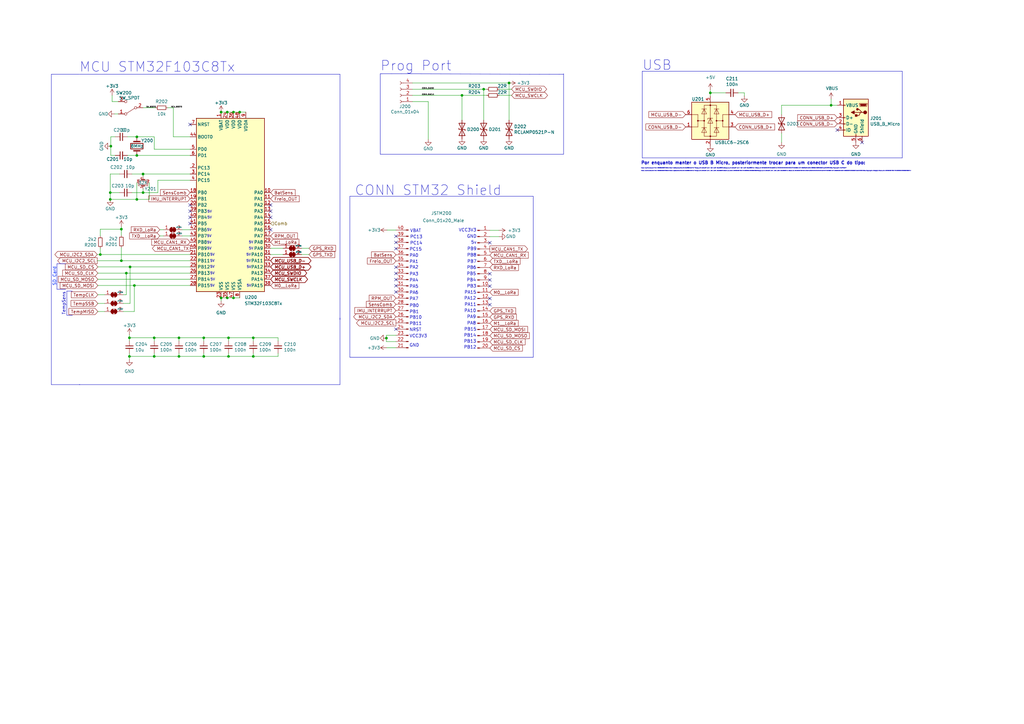
<source format=kicad_sch>
(kicad_sch (version 20230121) (generator eeschema)

  (uuid c085b054-4c73-4648-991a-86a15fda8425)

  (paper "A3")

  (lib_symbols
    (symbol "BluePhil-rescue:+3.3V-power" (power) (pin_names (offset 0)) (in_bom yes) (on_board yes)
      (property "Reference" "#PWR" (at 0 -3.81 0)
        (effects (font (size 1.27 1.27)) hide)
      )
      (property "Value" "+3.3V-power" (at 0 3.556 0)
        (effects (font (size 1.27 1.27)))
      )
      (property "Footprint" "" (at 0 0 0)
        (effects (font (size 1.27 1.27)) hide)
      )
      (property "Datasheet" "" (at 0 0 0)
        (effects (font (size 1.27 1.27)) hide)
      )
      (symbol "+3.3V-power_0_1"
        (polyline
          (pts
            (xy -0.762 1.27)
            (xy 0 2.54)
          )
          (stroke (width 0) (type default))
          (fill (type none))
        )
        (polyline
          (pts
            (xy 0 0)
            (xy 0 2.54)
          )
          (stroke (width 0) (type default))
          (fill (type none))
        )
        (polyline
          (pts
            (xy 0 2.54)
            (xy 0.762 1.27)
          )
          (stroke (width 0) (type default))
          (fill (type none))
        )
      )
      (symbol "+3.3V-power_1_1"
        (pin power_in line (at 0 0 90) (length 0) hide
          (name "+3V3" (effects (font (size 1.27 1.27))))
          (number "1" (effects (font (size 1.27 1.27))))
        )
      )
    )
    (symbol "Connector:Conn_01x04_Female" (pin_names (offset 1.016) hide) (in_bom yes) (on_board yes)
      (property "Reference" "J" (at 0 5.08 0)
        (effects (font (size 1.27 1.27)))
      )
      (property "Value" "Conn_01x04_Female" (at 0 -7.62 0)
        (effects (font (size 1.27 1.27)))
      )
      (property "Footprint" "" (at 0 0 0)
        (effects (font (size 1.27 1.27)) hide)
      )
      (property "Datasheet" "~" (at 0 0 0)
        (effects (font (size 1.27 1.27)) hide)
      )
      (property "ki_keywords" "connector" (at 0 0 0)
        (effects (font (size 1.27 1.27)) hide)
      )
      (property "ki_description" "Generic connector, single row, 01x04, script generated (kicad-library-utils/schlib/autogen/connector/)" (at 0 0 0)
        (effects (font (size 1.27 1.27)) hide)
      )
      (property "ki_fp_filters" "Connector*:*_1x??_*" (at 0 0 0)
        (effects (font (size 1.27 1.27)) hide)
      )
      (symbol "Conn_01x04_Female_1_1"
        (arc (start 0 -4.572) (mid -0.5058 -5.08) (end 0 -5.588)
          (stroke (width 0.1524) (type default))
          (fill (type none))
        )
        (arc (start 0 -2.032) (mid -0.5058 -2.54) (end 0 -3.048)
          (stroke (width 0.1524) (type default))
          (fill (type none))
        )
        (polyline
          (pts
            (xy -1.27 -5.08)
            (xy -0.508 -5.08)
          )
          (stroke (width 0.1524) (type default))
          (fill (type none))
        )
        (polyline
          (pts
            (xy -1.27 -2.54)
            (xy -0.508 -2.54)
          )
          (stroke (width 0.1524) (type default))
          (fill (type none))
        )
        (polyline
          (pts
            (xy -1.27 0)
            (xy -0.508 0)
          )
          (stroke (width 0.1524) (type default))
          (fill (type none))
        )
        (polyline
          (pts
            (xy -1.27 2.54)
            (xy -0.508 2.54)
          )
          (stroke (width 0.1524) (type default))
          (fill (type none))
        )
        (arc (start 0 0.508) (mid -0.5058 0) (end 0 -0.508)
          (stroke (width 0.1524) (type default))
          (fill (type none))
        )
        (arc (start 0 3.048) (mid -0.5058 2.54) (end 0 2.032)
          (stroke (width 0.1524) (type default))
          (fill (type none))
        )
        (pin passive line (at -5.08 2.54 0) (length 3.81)
          (name "Pin_1" (effects (font (size 1.27 1.27))))
          (number "1" (effects (font (size 1.27 1.27))))
        )
        (pin passive line (at -5.08 0 0) (length 3.81)
          (name "Pin_2" (effects (font (size 1.27 1.27))))
          (number "2" (effects (font (size 1.27 1.27))))
        )
        (pin passive line (at -5.08 -2.54 0) (length 3.81)
          (name "Pin_3" (effects (font (size 1.27 1.27))))
          (number "3" (effects (font (size 1.27 1.27))))
        )
        (pin passive line (at -5.08 -5.08 0) (length 3.81)
          (name "Pin_4" (effects (font (size 1.27 1.27))))
          (number "4" (effects (font (size 1.27 1.27))))
        )
      )
    )
    (symbol "Connector:Conn_01x20_Male" (pin_names (offset 1.016) hide) (in_bom yes) (on_board yes)
      (property "Reference" "JSTM200" (at -14.8082 29.6418 0)
        (effects (font (size 1.27 1.27)))
      )
      (property "Value" "Conn_01x20_Male" (at -13.9446 26.6446 0)
        (effects (font (size 1.27 1.27)))
      )
      (property "Footprint" "Custom:STM32_1x20_P2.54mm_Vertical" (at 1.27 33.02 0)
        (effects (font (size 1.27 1.27)) hide)
      )
      (property "Datasheet" "~" (at 0 -0.254 0)
        (effects (font (size 1.27 1.27)) hide)
      )
      (property "ki_keywords" "connector" (at 0 0 0)
        (effects (font (size 1.27 1.27)) hide)
      )
      (property "ki_description" "Generic connector, single row, 01x20, script generated (kicad-library-utils/schlib/autogen/connector/)" (at 0 0 0)
        (effects (font (size 1.27 1.27)) hide)
      )
      (property "ki_fp_filters" "Connector*:*_1x??_*" (at 0 0 0)
        (effects (font (size 1.27 1.27)) hide)
      )
      (symbol "Conn_01x20_Male_1_1"
        (rectangle (start -29.21 -25.654) (end -28.3464 -25.4)
          (stroke (width 0.1524) (type default))
          (fill (type outline))
        )
        (rectangle (start -29.21 -23.114) (end -28.3464 -22.86)
          (stroke (width 0.1524) (type default))
          (fill (type outline))
        )
        (rectangle (start -29.21 -20.574) (end -28.3464 -20.32)
          (stroke (width 0.1524) (type default))
          (fill (type outline))
        )
        (rectangle (start -29.21 -18.034) (end -28.3464 -17.78)
          (stroke (width 0.1524) (type default))
          (fill (type outline))
        )
        (rectangle (start -29.21 -15.494) (end -28.3464 -15.24)
          (stroke (width 0.1524) (type default))
          (fill (type outline))
        )
        (rectangle (start -29.21 -12.954) (end -28.3464 -12.7)
          (stroke (width 0.1524) (type default))
          (fill (type outline))
        )
        (rectangle (start -29.21 -10.414) (end -28.3464 -10.16)
          (stroke (width 0.1524) (type default))
          (fill (type outline))
        )
        (rectangle (start -29.21 -7.874) (end -28.3464 -7.62)
          (stroke (width 0.1524) (type default))
          (fill (type outline))
        )
        (rectangle (start -29.21 -5.334) (end -28.3464 -5.08)
          (stroke (width 0.1524) (type default))
          (fill (type outline))
        )
        (rectangle (start -29.21 -2.794) (end -28.3464 -2.54)
          (stroke (width 0.1524) (type default))
          (fill (type outline))
        )
        (rectangle (start -29.21 -0.254) (end -28.3464 0)
          (stroke (width 0.1524) (type default))
          (fill (type outline))
        )
        (rectangle (start -29.21 2.286) (end -28.3464 2.54)
          (stroke (width 0.1524) (type default))
          (fill (type outline))
        )
        (rectangle (start -29.21 4.826) (end -28.3464 5.08)
          (stroke (width 0.1524) (type default))
          (fill (type outline))
        )
        (rectangle (start -29.21 7.366) (end -28.3464 7.62)
          (stroke (width 0.1524) (type default))
          (fill (type outline))
        )
        (rectangle (start -29.21 9.906) (end -28.3464 10.16)
          (stroke (width 0.1524) (type default))
          (fill (type outline))
        )
        (rectangle (start -29.21 12.446) (end -28.3464 12.7)
          (stroke (width 0.1524) (type default))
          (fill (type outline))
        )
        (rectangle (start -29.21 14.986) (end -28.3464 15.24)
          (stroke (width 0.1524) (type default))
          (fill (type outline))
        )
        (rectangle (start -29.21 17.526) (end -28.3464 17.78)
          (stroke (width 0.1524) (type default))
          (fill (type outline))
        )
        (rectangle (start -29.21 20.066) (end -28.3464 20.32)
          (stroke (width 0.1524) (type default))
          (fill (type outline))
        )
        (rectangle (start -29.21 22.606) (end -28.3464 22.86)
          (stroke (width 0.1524) (type default))
          (fill (type outline))
        )
        (polyline
          (pts
            (xy -29.6164 -25.527)
            (xy -29.21 -25.527)
          )
          (stroke (width 0.1524) (type default))
          (fill (type none))
        )
        (polyline
          (pts
            (xy -29.6164 -22.987)
            (xy -29.21 -22.987)
          )
          (stroke (width 0.1524) (type default))
          (fill (type none))
        )
        (polyline
          (pts
            (xy -29.6164 -20.447)
            (xy -29.21 -20.447)
          )
          (stroke (width 0.1524) (type default))
          (fill (type none))
        )
        (polyline
          (pts
            (xy -29.6164 -17.907)
            (xy -29.21 -17.907)
          )
          (stroke (width 0.1524) (type default))
          (fill (type none))
        )
        (polyline
          (pts
            (xy -29.6164 -15.367)
            (xy -29.21 -15.367)
          )
          (stroke (width 0.1524) (type default))
          (fill (type none))
        )
        (polyline
          (pts
            (xy -29.6164 -12.827)
            (xy -29.21 -12.827)
          )
          (stroke (width 0.1524) (type default))
          (fill (type none))
        )
        (polyline
          (pts
            (xy -29.6164 -10.287)
            (xy -29.21 -10.287)
          )
          (stroke (width 0.1524) (type default))
          (fill (type none))
        )
        (polyline
          (pts
            (xy -29.6164 -7.747)
            (xy -29.21 -7.747)
          )
          (stroke (width 0.1524) (type default))
          (fill (type none))
        )
        (polyline
          (pts
            (xy -29.6164 -5.207)
            (xy -29.21 -5.207)
          )
          (stroke (width 0.1524) (type default))
          (fill (type none))
        )
        (polyline
          (pts
            (xy -29.6164 -2.667)
            (xy -29.21 -2.667)
          )
          (stroke (width 0.1524) (type default))
          (fill (type none))
        )
        (polyline
          (pts
            (xy -29.6164 -0.127)
            (xy -29.21 -0.127)
          )
          (stroke (width 0.1524) (type default))
          (fill (type none))
        )
        (polyline
          (pts
            (xy -29.6164 2.413)
            (xy -29.21 2.413)
          )
          (stroke (width 0.1524) (type default))
          (fill (type none))
        )
        (polyline
          (pts
            (xy -29.6164 4.953)
            (xy -29.21 4.953)
          )
          (stroke (width 0.1524) (type default))
          (fill (type none))
        )
        (polyline
          (pts
            (xy -29.6164 7.493)
            (xy -29.21 7.493)
          )
          (stroke (width 0.1524) (type default))
          (fill (type none))
        )
        (polyline
          (pts
            (xy -29.6164 10.033)
            (xy -29.21 10.033)
          )
          (stroke (width 0.1524) (type default))
          (fill (type none))
        )
        (polyline
          (pts
            (xy -29.6164 12.573)
            (xy -29.21 12.573)
          )
          (stroke (width 0.1524) (type default))
          (fill (type none))
        )
        (polyline
          (pts
            (xy -29.6164 15.113)
            (xy -29.21 15.113)
          )
          (stroke (width 0.1524) (type default))
          (fill (type none))
        )
        (polyline
          (pts
            (xy -29.6164 17.653)
            (xy -29.21 17.653)
          )
          (stroke (width 0.1524) (type default))
          (fill (type none))
        )
        (polyline
          (pts
            (xy -29.6164 20.193)
            (xy -29.21 20.193)
          )
          (stroke (width 0.1524) (type default))
          (fill (type none))
        )
        (polyline
          (pts
            (xy -29.6164 22.733)
            (xy -29.21 22.733)
          )
          (stroke (width 0.1524) (type default))
          (fill (type none))
        )
        (polyline
          (pts
            (xy 1.27 -25.654)
            (xy 0.8636 -25.654)
          )
          (stroke (width 0.1524) (type default))
          (fill (type none))
        )
        (polyline
          (pts
            (xy 1.27 -23.114)
            (xy 0.8636 -23.114)
          )
          (stroke (width 0.1524) (type default))
          (fill (type none))
        )
        (polyline
          (pts
            (xy 1.27 -20.574)
            (xy 0.8636 -20.574)
          )
          (stroke (width 0.1524) (type default))
          (fill (type none))
        )
        (polyline
          (pts
            (xy 1.27 -18.034)
            (xy 0.8636 -18.034)
          )
          (stroke (width 0.1524) (type default))
          (fill (type none))
        )
        (polyline
          (pts
            (xy 1.27 -15.494)
            (xy 0.8636 -15.494)
          )
          (stroke (width 0.1524) (type default))
          (fill (type none))
        )
        (polyline
          (pts
            (xy 1.27 -12.954)
            (xy 0.8636 -12.954)
          )
          (stroke (width 0.1524) (type default))
          (fill (type none))
        )
        (polyline
          (pts
            (xy 1.27 -10.414)
            (xy 0.8636 -10.414)
          )
          (stroke (width 0.1524) (type default))
          (fill (type none))
        )
        (polyline
          (pts
            (xy 1.27 -7.874)
            (xy 0.8636 -7.874)
          )
          (stroke (width 0.1524) (type default))
          (fill (type none))
        )
        (polyline
          (pts
            (xy 1.27 -5.334)
            (xy 0.8636 -5.334)
          )
          (stroke (width 0.1524) (type default))
          (fill (type none))
        )
        (polyline
          (pts
            (xy 1.27 -2.794)
            (xy 0.8636 -2.794)
          )
          (stroke (width 0.1524) (type default))
          (fill (type none))
        )
        (polyline
          (pts
            (xy 1.27 -0.254)
            (xy 0.8636 -0.254)
          )
          (stroke (width 0.1524) (type default))
          (fill (type none))
        )
        (polyline
          (pts
            (xy 1.27 2.286)
            (xy 0.8636 2.286)
          )
          (stroke (width 0.1524) (type default))
          (fill (type none))
        )
        (polyline
          (pts
            (xy 1.27 4.826)
            (xy 0.8636 4.826)
          )
          (stroke (width 0.1524) (type default))
          (fill (type none))
        )
        (polyline
          (pts
            (xy 1.27 7.366)
            (xy 0.8636 7.366)
          )
          (stroke (width 0.1524) (type default))
          (fill (type none))
        )
        (polyline
          (pts
            (xy 1.27 9.906)
            (xy 0.8636 9.906)
          )
          (stroke (width 0.1524) (type default))
          (fill (type none))
        )
        (polyline
          (pts
            (xy 1.27 12.446)
            (xy 0.8636 12.446)
          )
          (stroke (width 0.1524) (type default))
          (fill (type none))
        )
        (polyline
          (pts
            (xy 1.27 14.986)
            (xy 0.8636 14.986)
          )
          (stroke (width 0.1524) (type default))
          (fill (type none))
        )
        (polyline
          (pts
            (xy 1.27 17.526)
            (xy 0.8636 17.526)
          )
          (stroke (width 0.1524) (type default))
          (fill (type none))
        )
        (polyline
          (pts
            (xy 1.27 20.066)
            (xy 0.8636 20.066)
          )
          (stroke (width 0.1524) (type default))
          (fill (type none))
        )
        (polyline
          (pts
            (xy 1.27 22.606)
            (xy 0.8636 22.606)
          )
          (stroke (width 0.1524) (type default))
          (fill (type none))
        )
        (rectangle (start 0.8636 -25.527) (end 0 -25.781)
          (stroke (width 0.1524) (type default))
          (fill (type outline))
        )
        (rectangle (start 0.8636 -22.987) (end 0 -23.241)
          (stroke (width 0.1524) (type default))
          (fill (type outline))
        )
        (rectangle (start 0.8636 -20.447) (end 0 -20.701)
          (stroke (width 0.1524) (type default))
          (fill (type outline))
        )
        (rectangle (start 0.8636 -17.907) (end 0 -18.161)
          (stroke (width 0.1524) (type default))
          (fill (type outline))
        )
        (rectangle (start 0.8636 -15.367) (end 0 -15.621)
          (stroke (width 0.1524) (type default))
          (fill (type outline))
        )
        (rectangle (start 0.8636 -12.827) (end 0 -13.081)
          (stroke (width 0.1524) (type default))
          (fill (type outline))
        )
        (rectangle (start 0.8636 -10.287) (end 0 -10.541)
          (stroke (width 0.1524) (type default))
          (fill (type outline))
        )
        (rectangle (start 0.8636 -7.747) (end 0 -8.001)
          (stroke (width 0.1524) (type default))
          (fill (type outline))
        )
        (rectangle (start 0.8636 -5.207) (end 0 -5.461)
          (stroke (width 0.1524) (type default))
          (fill (type outline))
        )
        (rectangle (start 0.8636 -2.667) (end 0 -2.921)
          (stroke (width 0.1524) (type default))
          (fill (type outline))
        )
        (rectangle (start 0.8636 -0.127) (end 0 -0.381)
          (stroke (width 0.1524) (type default))
          (fill (type outline))
        )
        (rectangle (start 0.8636 2.413) (end 0 2.159)
          (stroke (width 0.1524) (type default))
          (fill (type outline))
        )
        (rectangle (start 0.8636 4.953) (end 0 4.699)
          (stroke (width 0.1524) (type default))
          (fill (type outline))
        )
        (rectangle (start 0.8636 7.493) (end 0 7.239)
          (stroke (width 0.1524) (type default))
          (fill (type outline))
        )
        (rectangle (start 0.8636 10.033) (end 0 9.779)
          (stroke (width 0.1524) (type default))
          (fill (type outline))
        )
        (rectangle (start 0.8636 12.573) (end 0 12.319)
          (stroke (width 0.1524) (type default))
          (fill (type outline))
        )
        (rectangle (start 0.8636 15.113) (end 0 14.859)
          (stroke (width 0.1524) (type default))
          (fill (type outline))
        )
        (rectangle (start 0.8636 17.653) (end 0 17.399)
          (stroke (width 0.1524) (type default))
          (fill (type outline))
        )
        (rectangle (start 0.8636 20.193) (end 0 19.939)
          (stroke (width 0.1524) (type default))
          (fill (type outline))
        )
        (rectangle (start 0.8636 22.733) (end 0 22.479)
          (stroke (width 0.1524) (type default))
          (fill (type outline))
        )
        (pin passive line (at 5.08 22.606 180) (length 3.81)
          (name "Pin_1" (effects (font (size 1.27 1.27))))
          (number "1" (effects (font (size 1.27 1.27))))
        )
        (pin passive line (at 5.08 -0.254 180) (length 3.81)
          (name "Pin_10" (effects (font (size 1.27 1.27))))
          (number "10" (effects (font (size 1.27 1.27))))
        )
        (pin passive line (at 5.08 -2.794 180) (length 3.81)
          (name "Pin_11" (effects (font (size 1.27 1.27))))
          (number "11" (effects (font (size 1.27 1.27))))
        )
        (pin passive line (at 5.08 -5.334 180) (length 3.81)
          (name "Pin_12" (effects (font (size 1.27 1.27))))
          (number "12" (effects (font (size 1.27 1.27))))
        )
        (pin passive line (at 5.08 -7.874 180) (length 3.81)
          (name "Pin_13" (effects (font (size 1.27 1.27))))
          (number "13" (effects (font (size 1.27 1.27))))
        )
        (pin passive line (at 5.08 -10.414 180) (length 3.81)
          (name "Pin_14" (effects (font (size 1.27 1.27))))
          (number "14" (effects (font (size 1.27 1.27))))
        )
        (pin passive line (at 5.08 -12.954 180) (length 3.81)
          (name "Pin_15" (effects (font (size 1.27 1.27))))
          (number "15" (effects (font (size 1.27 1.27))))
        )
        (pin passive line (at 5.08 -15.494 180) (length 3.81)
          (name "Pin_16" (effects (font (size 1.27 1.27))))
          (number "16" (effects (font (size 1.27 1.27))))
        )
        (pin passive line (at 5.08 -18.034 180) (length 3.81)
          (name "Pin_17" (effects (font (size 1.27 1.27))))
          (number "17" (effects (font (size 1.27 1.27))))
        )
        (pin passive line (at 5.08 -20.574 180) (length 3.81)
          (name "Pin_18" (effects (font (size 1.27 1.27))))
          (number "18" (effects (font (size 1.27 1.27))))
        )
        (pin passive line (at 5.08 -23.114 180) (length 3.81)
          (name "Pin_19" (effects (font (size 1.27 1.27))))
          (number "19" (effects (font (size 1.27 1.27))))
        )
        (pin passive line (at 5.08 20.066 180) (length 3.81)
          (name "Pin_2" (effects (font (size 1.27 1.27))))
          (number "2" (effects (font (size 1.27 1.27))))
        )
        (pin passive line (at 5.08 -25.654 180) (length 3.81)
          (name "Pin_20" (effects (font (size 1.27 1.27))))
          (number "20" (effects (font (size 1.27 1.27))))
        )
        (pin passive line (at -33.4264 -25.527 0) (length 3.81)
          (name "Pin_21" (effects (font (size 1.27 1.27))))
          (number "21" (effects (font (size 1.27 1.27))))
        )
        (pin passive line (at -33.4264 -22.987 0) (length 3.81)
          (name "Pin_22" (effects (font (size 1.27 1.27))))
          (number "22" (effects (font (size 1.27 1.27))))
        )
        (pin passive line (at -33.4264 -20.447 0) (length 3.81)
          (name "Pin_23" (effects (font (size 1.27 1.27))))
          (number "23" (effects (font (size 1.27 1.27))))
        )
        (pin passive line (at -33.4264 -17.907 0) (length 3.81)
          (name "Pin_24" (effects (font (size 1.27 1.27))))
          (number "24" (effects (font (size 1.27 1.27))))
        )
        (pin passive line (at -33.4264 -15.367 0) (length 3.81)
          (name "Pin_25" (effects (font (size 1.27 1.27))))
          (number "25" (effects (font (size 1.27 1.27))))
        )
        (pin passive line (at -33.4264 -12.827 0) (length 3.81)
          (name "Pin_26" (effects (font (size 1.27 1.27))))
          (number "26" (effects (font (size 1.27 1.27))))
        )
        (pin passive line (at -33.4264 -10.287 0) (length 3.81)
          (name "Pin_27" (effects (font (size 1.27 1.27))))
          (number "27" (effects (font (size 1.27 1.27))))
        )
        (pin passive line (at -33.4264 -7.747 0) (length 3.81)
          (name "Pin_28" (effects (font (size 1.27 1.27))))
          (number "28" (effects (font (size 1.27 1.27))))
        )
        (pin passive line (at -33.4264 -5.207 0) (length 3.81)
          (name "Pin_29" (effects (font (size 1.27 1.27))))
          (number "29" (effects (font (size 1.27 1.27))))
        )
        (pin passive line (at 5.08 17.526 180) (length 3.81)
          (name "Pin_3" (effects (font (size 1.27 1.27))))
          (number "3" (effects (font (size 1.27 1.27))))
        )
        (pin passive line (at -33.4264 -2.667 0) (length 3.81)
          (name "Pin_30" (effects (font (size 1.27 1.27))))
          (number "30" (effects (font (size 1.27 1.27))))
        )
        (pin passive line (at -33.4264 -0.127 0) (length 3.81)
          (name "Pin_31" (effects (font (size 1.27 1.27))))
          (number "31" (effects (font (size 1.27 1.27))))
        )
        (pin passive line (at -33.4264 2.413 0) (length 3.81)
          (name "32" (effects (font (size 1.27 1.27))))
          (number "32" (effects (font (size 1.27 1.27))))
        )
        (pin passive line (at -33.4264 4.953 0) (length 3.81)
          (name "Pin_33" (effects (font (size 1.27 1.27))))
          (number "33" (effects (font (size 1.27 1.27))))
        )
        (pin passive line (at -33.4264 7.493 0) (length 3.81)
          (name "Pin_34" (effects (font (size 1.27 1.27))))
          (number "34" (effects (font (size 1.27 1.27))))
        )
        (pin passive line (at -33.4264 10.033 0) (length 3.81)
          (name "Pin_35" (effects (font (size 1.27 1.27))))
          (number "35" (effects (font (size 1.27 1.27))))
        )
        (pin passive line (at -33.4264 12.573 0) (length 3.81)
          (name "Pin_36" (effects (font (size 1.27 1.27))))
          (number "36" (effects (font (size 1.27 1.27))))
        )
        (pin passive line (at -33.4264 15.113 0) (length 3.81)
          (name "Pin_37" (effects (font (size 1.27 1.27))))
          (number "37" (effects (font (size 1.27 1.27))))
        )
        (pin passive line (at -33.4264 17.653 0) (length 3.81)
          (name "Pin_38" (effects (font (size 1.27 1.27))))
          (number "38" (effects (font (size 1.27 1.27))))
        )
        (pin passive line (at -33.4264 20.193 0) (length 3.81)
          (name "Pin_39" (effects (font (size 1.27 1.27))))
          (number "39" (effects (font (size 1.27 1.27))))
        )
        (pin passive line (at 5.08 14.986 180) (length 3.81)
          (name "Pin_4" (effects (font (size 1.27 1.27))))
          (number "4" (effects (font (size 1.27 1.27))))
        )
        (pin passive line (at -33.4264 22.733 0) (length 3.81)
          (name "Pin_40" (effects (font (size 1.27 1.27))))
          (number "40" (effects (font (size 1.27 1.27))))
        )
        (pin passive line (at 5.08 12.446 180) (length 3.81)
          (name "Pin_5" (effects (font (size 1.27 1.27))))
          (number "5" (effects (font (size 1.27 1.27))))
        )
        (pin passive line (at 5.08 9.906 180) (length 3.81)
          (name "Pin_6" (effects (font (size 1.27 1.27))))
          (number "6" (effects (font (size 1.27 1.27))))
        )
        (pin passive line (at 5.08 7.366 180) (length 3.81)
          (name "Pin_7" (effects (font (size 1.27 1.27))))
          (number "7" (effects (font (size 1.27 1.27))))
        )
        (pin passive line (at 5.08 4.826 180) (length 3.81)
          (name "Pin_8" (effects (font (size 1.27 1.27))))
          (number "8" (effects (font (size 1.27 1.27))))
        )
        (pin passive line (at 5.08 2.286 180) (length 3.81)
          (name "Pin_9" (effects (font (size 1.27 1.27))))
          (number "9" (effects (font (size 1.27 1.27))))
        )
      )
    )
    (symbol "Connector:USB_B_Micro" (pin_names (offset 1.016)) (in_bom yes) (on_board yes)
      (property "Reference" "J" (at -5.08 11.43 0)
        (effects (font (size 1.27 1.27)) (justify left))
      )
      (property "Value" "USB_B_Micro" (at -5.08 8.89 0)
        (effects (font (size 1.27 1.27)) (justify left))
      )
      (property "Footprint" "" (at 3.81 -1.27 0)
        (effects (font (size 1.27 1.27)) hide)
      )
      (property "Datasheet" "~" (at 3.81 -1.27 0)
        (effects (font (size 1.27 1.27)) hide)
      )
      (property "ki_keywords" "connector USB micro" (at 0 0 0)
        (effects (font (size 1.27 1.27)) hide)
      )
      (property "ki_description" "USB Micro Type B connector" (at 0 0 0)
        (effects (font (size 1.27 1.27)) hide)
      )
      (property "ki_fp_filters" "USB*" (at 0 0 0)
        (effects (font (size 1.27 1.27)) hide)
      )
      (symbol "USB_B_Micro_0_1"
        (rectangle (start -5.08 -7.62) (end 5.08 7.62)
          (stroke (width 0.254) (type default))
          (fill (type background))
        )
        (circle (center -3.81 2.159) (radius 0.635)
          (stroke (width 0.254) (type default))
          (fill (type outline))
        )
        (circle (center -0.635 3.429) (radius 0.381)
          (stroke (width 0.254) (type default))
          (fill (type outline))
        )
        (rectangle (start -0.127 -7.62) (end 0.127 -6.858)
          (stroke (width 0) (type default))
          (fill (type none))
        )
        (polyline
          (pts
            (xy -1.905 2.159)
            (xy 0.635 2.159)
          )
          (stroke (width 0.254) (type default))
          (fill (type none))
        )
        (polyline
          (pts
            (xy -3.175 2.159)
            (xy -2.54 2.159)
            (xy -1.27 3.429)
            (xy -0.635 3.429)
          )
          (stroke (width 0.254) (type default))
          (fill (type none))
        )
        (polyline
          (pts
            (xy -2.54 2.159)
            (xy -1.905 2.159)
            (xy -1.27 0.889)
            (xy 0 0.889)
          )
          (stroke (width 0.254) (type default))
          (fill (type none))
        )
        (polyline
          (pts
            (xy 0.635 2.794)
            (xy 0.635 1.524)
            (xy 1.905 2.159)
            (xy 0.635 2.794)
          )
          (stroke (width 0.254) (type default))
          (fill (type outline))
        )
        (polyline
          (pts
            (xy -4.318 5.588)
            (xy -1.778 5.588)
            (xy -2.032 4.826)
            (xy -4.064 4.826)
            (xy -4.318 5.588)
          )
          (stroke (width 0) (type default))
          (fill (type outline))
        )
        (polyline
          (pts
            (xy -4.699 5.842)
            (xy -4.699 5.588)
            (xy -4.445 4.826)
            (xy -4.445 4.572)
            (xy -1.651 4.572)
            (xy -1.651 4.826)
            (xy -1.397 5.588)
            (xy -1.397 5.842)
            (xy -4.699 5.842)
          )
          (stroke (width 0) (type default))
          (fill (type none))
        )
        (rectangle (start 0.254 1.27) (end -0.508 0.508)
          (stroke (width 0.254) (type default))
          (fill (type outline))
        )
        (rectangle (start 5.08 -5.207) (end 4.318 -4.953)
          (stroke (width 0) (type default))
          (fill (type none))
        )
        (rectangle (start 5.08 -2.667) (end 4.318 -2.413)
          (stroke (width 0) (type default))
          (fill (type none))
        )
        (rectangle (start 5.08 -0.127) (end 4.318 0.127)
          (stroke (width 0) (type default))
          (fill (type none))
        )
        (rectangle (start 5.08 4.953) (end 4.318 5.207)
          (stroke (width 0) (type default))
          (fill (type none))
        )
      )
      (symbol "USB_B_Micro_1_1"
        (pin power_out line (at 7.62 5.08 180) (length 2.54)
          (name "VBUS" (effects (font (size 1.27 1.27))))
          (number "1" (effects (font (size 1.27 1.27))))
        )
        (pin bidirectional line (at 7.62 -2.54 180) (length 2.54)
          (name "D-" (effects (font (size 1.27 1.27))))
          (number "2" (effects (font (size 1.27 1.27))))
        )
        (pin bidirectional line (at 7.62 0 180) (length 2.54)
          (name "D+" (effects (font (size 1.27 1.27))))
          (number "3" (effects (font (size 1.27 1.27))))
        )
        (pin passive line (at 7.62 -5.08 180) (length 2.54)
          (name "ID" (effects (font (size 1.27 1.27))))
          (number "4" (effects (font (size 1.27 1.27))))
        )
        (pin power_out line (at 0 -10.16 90) (length 2.54)
          (name "GND" (effects (font (size 1.27 1.27))))
          (number "5" (effects (font (size 1.27 1.27))))
        )
        (pin passive line (at -2.54 -10.16 90) (length 2.54)
          (name "Shield" (effects (font (size 1.27 1.27))))
          (number "6" (effects (font (size 1.27 1.27))))
        )
      )
    )
    (symbol "Device:C_Small" (pin_numbers hide) (pin_names (offset 0.254) hide) (in_bom yes) (on_board yes)
      (property "Reference" "C" (at 0.254 1.778 0)
        (effects (font (size 1.27 1.27)) (justify left))
      )
      (property "Value" "C_Small" (at 0.254 -2.032 0)
        (effects (font (size 1.27 1.27)) (justify left))
      )
      (property "Footprint" "" (at 0 0 0)
        (effects (font (size 1.27 1.27)) hide)
      )
      (property "Datasheet" "~" (at 0 0 0)
        (effects (font (size 1.27 1.27)) hide)
      )
      (property "ki_keywords" "capacitor cap" (at 0 0 0)
        (effects (font (size 1.27 1.27)) hide)
      )
      (property "ki_description" "Unpolarized capacitor, small symbol" (at 0 0 0)
        (effects (font (size 1.27 1.27)) hide)
      )
      (property "ki_fp_filters" "C_*" (at 0 0 0)
        (effects (font (size 1.27 1.27)) hide)
      )
      (symbol "C_Small_0_1"
        (polyline
          (pts
            (xy -1.524 -0.508)
            (xy 1.524 -0.508)
          )
          (stroke (width 0.3302) (type default))
          (fill (type none))
        )
        (polyline
          (pts
            (xy -1.524 0.508)
            (xy 1.524 0.508)
          )
          (stroke (width 0.3048) (type default))
          (fill (type none))
        )
      )
      (symbol "C_Small_1_1"
        (pin passive line (at 0 2.54 270) (length 2.032)
          (name "~" (effects (font (size 1.27 1.27))))
          (number "1" (effects (font (size 1.27 1.27))))
        )
        (pin passive line (at 0 -2.54 90) (length 2.032)
          (name "~" (effects (font (size 1.27 1.27))))
          (number "2" (effects (font (size 1.27 1.27))))
        )
      )
    )
    (symbol "Device:Crystal" (pin_numbers hide) (pin_names (offset 1.016) hide) (in_bom yes) (on_board yes)
      (property "Reference" "Y" (at 0 3.81 0)
        (effects (font (size 1.27 1.27)))
      )
      (property "Value" "Crystal" (at 0 -3.81 0)
        (effects (font (size 1.27 1.27)))
      )
      (property "Footprint" "" (at 0 0 0)
        (effects (font (size 1.27 1.27)) hide)
      )
      (property "Datasheet" "~" (at 0 0 0)
        (effects (font (size 1.27 1.27)) hide)
      )
      (property "ki_keywords" "quartz ceramic resonator oscillator" (at 0 0 0)
        (effects (font (size 1.27 1.27)) hide)
      )
      (property "ki_description" "Two pin crystal" (at 0 0 0)
        (effects (font (size 1.27 1.27)) hide)
      )
      (property "ki_fp_filters" "Crystal*" (at 0 0 0)
        (effects (font (size 1.27 1.27)) hide)
      )
      (symbol "Crystal_0_1"
        (rectangle (start -1.143 2.54) (end 1.143 -2.54)
          (stroke (width 0.3048) (type default))
          (fill (type none))
        )
        (polyline
          (pts
            (xy -2.54 0)
            (xy -1.905 0)
          )
          (stroke (width 0) (type default))
          (fill (type none))
        )
        (polyline
          (pts
            (xy -1.905 -1.27)
            (xy -1.905 1.27)
          )
          (stroke (width 0.508) (type default))
          (fill (type none))
        )
        (polyline
          (pts
            (xy 1.905 -1.27)
            (xy 1.905 1.27)
          )
          (stroke (width 0.508) (type default))
          (fill (type none))
        )
        (polyline
          (pts
            (xy 2.54 0)
            (xy 1.905 0)
          )
          (stroke (width 0) (type default))
          (fill (type none))
        )
      )
      (symbol "Crystal_1_1"
        (pin passive line (at -3.81 0 0) (length 1.27)
          (name "1" (effects (font (size 1.27 1.27))))
          (number "1" (effects (font (size 1.27 1.27))))
        )
        (pin passive line (at 3.81 0 180) (length 1.27)
          (name "2" (effects (font (size 1.27 1.27))))
          (number "2" (effects (font (size 1.27 1.27))))
        )
      )
    )
    (symbol "Device:Crystal_GND23_Small" (pin_names (offset 1.016) hide) (in_bom yes) (on_board yes)
      (property "Reference" "Y" (at 1.27 4.445 0)
        (effects (font (size 1.27 1.27)) (justify left))
      )
      (property "Value" "Crystal_GND23_Small" (at 1.27 2.54 0)
        (effects (font (size 1.27 1.27)) (justify left))
      )
      (property "Footprint" "" (at 0 0 0)
        (effects (font (size 1.27 1.27)) hide)
      )
      (property "Datasheet" "~" (at 0 0 0)
        (effects (font (size 1.27 1.27)) hide)
      )
      (property "ki_keywords" "quartz ceramic resonator oscillator" (at 0 0 0)
        (effects (font (size 1.27 1.27)) hide)
      )
      (property "ki_description" "Four pin crystal, GND on pins 2 and 3, small symbol" (at 0 0 0)
        (effects (font (size 1.27 1.27)) hide)
      )
      (property "ki_fp_filters" "Crystal*" (at 0 0 0)
        (effects (font (size 1.27 1.27)) hide)
      )
      (symbol "Crystal_GND23_Small_0_1"
        (rectangle (start -0.762 -1.524) (end 0.762 1.524)
          (stroke (width 0) (type default))
          (fill (type none))
        )
        (polyline
          (pts
            (xy -1.27 -0.762)
            (xy -1.27 0.762)
          )
          (stroke (width 0.381) (type default))
          (fill (type none))
        )
        (polyline
          (pts
            (xy 1.27 -0.762)
            (xy 1.27 0.762)
          )
          (stroke (width 0.381) (type default))
          (fill (type none))
        )
        (polyline
          (pts
            (xy -1.27 -1.27)
            (xy -1.27 -1.905)
            (xy 1.27 -1.905)
            (xy 1.27 -1.27)
          )
          (stroke (width 0) (type default))
          (fill (type none))
        )
        (polyline
          (pts
            (xy -1.27 1.27)
            (xy -1.27 1.905)
            (xy 1.27 1.905)
            (xy 1.27 1.27)
          )
          (stroke (width 0) (type default))
          (fill (type none))
        )
      )
      (symbol "Crystal_GND23_Small_1_1"
        (pin passive line (at -2.54 0 0) (length 1.27)
          (name "1" (effects (font (size 1.27 1.27))))
          (number "1" (effects (font (size 0.762 0.762))))
        )
        (pin passive line (at 0 -2.54 90) (length 0.635)
          (name "2" (effects (font (size 1.27 1.27))))
          (number "2" (effects (font (size 0.762 0.762))))
        )
        (pin passive line (at 0 2.54 270) (length 0.635)
          (name "3" (effects (font (size 1.27 1.27))))
          (number "3" (effects (font (size 0.762 0.762))))
        )
        (pin passive line (at 2.54 0 180) (length 1.27)
          (name "4" (effects (font (size 1.27 1.27))))
          (number "4" (effects (font (size 0.762 0.762))))
        )
      )
    )
    (symbol "Device:D_TVS" (pin_numbers hide) (pin_names (offset 1.016) hide) (in_bom yes) (on_board yes)
      (property "Reference" "D" (at 0 2.54 0)
        (effects (font (size 1.27 1.27)))
      )
      (property "Value" "D_TVS" (at 0 -2.54 0)
        (effects (font (size 1.27 1.27)))
      )
      (property "Footprint" "" (at 0 0 0)
        (effects (font (size 1.27 1.27)) hide)
      )
      (property "Datasheet" "~" (at 0 0 0)
        (effects (font (size 1.27 1.27)) hide)
      )
      (property "ki_keywords" "diode TVS thyrector" (at 0 0 0)
        (effects (font (size 1.27 1.27)) hide)
      )
      (property "ki_description" "Bidirectional transient-voltage-suppression diode" (at 0 0 0)
        (effects (font (size 1.27 1.27)) hide)
      )
      (property "ki_fp_filters" "TO-???* *_Diode_* *SingleDiode* D_*" (at 0 0 0)
        (effects (font (size 1.27 1.27)) hide)
      )
      (symbol "D_TVS_0_1"
        (polyline
          (pts
            (xy 1.27 0)
            (xy -1.27 0)
          )
          (stroke (width 0) (type default))
          (fill (type none))
        )
        (polyline
          (pts
            (xy 0.508 1.27)
            (xy 0 1.27)
            (xy 0 -1.27)
            (xy -0.508 -1.27)
          )
          (stroke (width 0.254) (type default))
          (fill (type none))
        )
        (polyline
          (pts
            (xy -2.54 1.27)
            (xy -2.54 -1.27)
            (xy 2.54 1.27)
            (xy 2.54 -1.27)
            (xy -2.54 1.27)
          )
          (stroke (width 0.254) (type default))
          (fill (type none))
        )
      )
      (symbol "D_TVS_1_1"
        (pin passive line (at -3.81 0 0) (length 2.54)
          (name "A1" (effects (font (size 1.27 1.27))))
          (number "1" (effects (font (size 1.27 1.27))))
        )
        (pin passive line (at 3.81 0 180) (length 2.54)
          (name "A2" (effects (font (size 1.27 1.27))))
          (number "2" (effects (font (size 1.27 1.27))))
        )
      )
    )
    (symbol "Device:R_Small" (pin_numbers hide) (pin_names (offset 0.254) hide) (in_bom yes) (on_board yes)
      (property "Reference" "R" (at 0.762 0.508 0)
        (effects (font (size 1.27 1.27)) (justify left))
      )
      (property "Value" "R_Small" (at 0.762 -1.016 0)
        (effects (font (size 1.27 1.27)) (justify left))
      )
      (property "Footprint" "" (at 0 0 0)
        (effects (font (size 1.27 1.27)) hide)
      )
      (property "Datasheet" "~" (at 0 0 0)
        (effects (font (size 1.27 1.27)) hide)
      )
      (property "ki_keywords" "R resistor" (at 0 0 0)
        (effects (font (size 1.27 1.27)) hide)
      )
      (property "ki_description" "Resistor, small symbol" (at 0 0 0)
        (effects (font (size 1.27 1.27)) hide)
      )
      (property "ki_fp_filters" "R_*" (at 0 0 0)
        (effects (font (size 1.27 1.27)) hide)
      )
      (symbol "R_Small_0_1"
        (rectangle (start -0.762 1.778) (end 0.762 -1.778)
          (stroke (width 0.2032) (type default))
          (fill (type none))
        )
      )
      (symbol "R_Small_1_1"
        (pin passive line (at 0 2.54 270) (length 0.762)
          (name "~" (effects (font (size 1.27 1.27))))
          (number "1" (effects (font (size 1.27 1.27))))
        )
        (pin passive line (at 0 -2.54 90) (length 0.762)
          (name "~" (effects (font (size 1.27 1.27))))
          (number "2" (effects (font (size 1.27 1.27))))
        )
      )
    )
    (symbol "Jumper:SolderJumper_2_Bridged" (pin_names (offset 0) hide) (in_bom yes) (on_board yes)
      (property "Reference" "JP" (at 0 2.032 0)
        (effects (font (size 1.27 1.27)))
      )
      (property "Value" "SolderJumper_2_Bridged" (at 0 -2.54 0)
        (effects (font (size 1.27 1.27)))
      )
      (property "Footprint" "" (at 0 0 0)
        (effects (font (size 1.27 1.27)) hide)
      )
      (property "Datasheet" "~" (at 0 0 0)
        (effects (font (size 1.27 1.27)) hide)
      )
      (property "ki_keywords" "solder jumper SPST" (at 0 0 0)
        (effects (font (size 1.27 1.27)) hide)
      )
      (property "ki_description" "Solder Jumper, 2-pole, closed/bridged" (at 0 0 0)
        (effects (font (size 1.27 1.27)) hide)
      )
      (property "ki_fp_filters" "SolderJumper*Bridged*" (at 0 0 0)
        (effects (font (size 1.27 1.27)) hide)
      )
      (symbol "SolderJumper_2_Bridged_0_1"
        (rectangle (start -0.508 0.508) (end 0.508 -0.508)
          (stroke (width 0) (type default))
          (fill (type outline))
        )
        (arc (start -0.254 1.016) (mid -1.2656 0) (end -0.254 -1.016)
          (stroke (width 0) (type default))
          (fill (type none))
        )
        (arc (start -0.254 1.016) (mid -1.2656 0) (end -0.254 -1.016)
          (stroke (width 0) (type default))
          (fill (type outline))
        )
        (polyline
          (pts
            (xy -0.254 1.016)
            (xy -0.254 -1.016)
          )
          (stroke (width 0) (type default))
          (fill (type none))
        )
        (polyline
          (pts
            (xy 0.254 1.016)
            (xy 0.254 -1.016)
          )
          (stroke (width 0) (type default))
          (fill (type none))
        )
        (arc (start 0.254 -1.016) (mid 1.2656 0) (end 0.254 1.016)
          (stroke (width 0) (type default))
          (fill (type none))
        )
        (arc (start 0.254 -1.016) (mid 1.2656 0) (end 0.254 1.016)
          (stroke (width 0) (type default))
          (fill (type outline))
        )
      )
      (symbol "SolderJumper_2_Bridged_1_1"
        (pin passive line (at -3.81 0 0) (length 2.54)
          (name "A" (effects (font (size 1.27 1.27))))
          (number "1" (effects (font (size 1.27 1.27))))
        )
        (pin passive line (at 3.81 0 180) (length 2.54)
          (name "B" (effects (font (size 1.27 1.27))))
          (number "2" (effects (font (size 1.27 1.27))))
        )
      )
    )
    (symbol "MCU_ST_STM32F1:STM32F103C8Tx" (in_bom yes) (on_board yes)
      (property "Reference" "U" (at -15.24 36.83 0)
        (effects (font (size 1.27 1.27)) (justify left))
      )
      (property "Value" "STM32F103C8Tx" (at 7.62 36.83 0)
        (effects (font (size 1.27 1.27)) (justify left))
      )
      (property "Footprint" "Package_QFP:LQFP-48_7x7mm_P0.5mm" (at -15.24 -35.56 0)
        (effects (font (size 1.27 1.27)) (justify right) hide)
      )
      (property "Datasheet" "http://www.st.com/st-web-ui/static/active/en/resource/technical/document/datasheet/CD00161566.pdf" (at 0 0 0)
        (effects (font (size 1.27 1.27)) hide)
      )
      (property "ki_keywords" "ARM Cortex-M3 STM32F1 STM32F103" (at 0 0 0)
        (effects (font (size 1.27 1.27)) hide)
      )
      (property "ki_description" "ARM Cortex-M3 MCU, 64KB flash, 20KB RAM, 72MHz, 2-3.6V, 37 GPIO, LQFP-48" (at 0 0 0)
        (effects (font (size 1.27 1.27)) hide)
      )
      (property "ki_fp_filters" "LQFP*7x7mm*P0.5mm*" (at 0 0 0)
        (effects (font (size 1.27 1.27)) hide)
      )
      (symbol "STM32F103C8Tx_0_1"
        (rectangle (start -15.24 -35.56) (end 12.7 35.56)
          (stroke (width 0.254) (type default))
          (fill (type background))
        )
      )
      (symbol "STM32F103C8Tx_1_1"
        (pin power_in line (at -5.08 38.1 270) (length 2.54)
          (name "VBAT" (effects (font (size 1.27 1.27))))
          (number "1" (effects (font (size 1.27 1.27))))
        )
        (pin bidirectional line (at 15.24 5.08 180) (length 2.54)
          (name "PA0" (effects (font (size 1.27 1.27))))
          (number "10" (effects (font (size 1.27 1.27))))
        )
        (pin bidirectional line (at 15.24 2.54 180) (length 2.54)
          (name "PA1" (effects (font (size 1.27 1.27))))
          (number "11" (effects (font (size 1.27 1.27))))
        )
        (pin bidirectional line (at 15.24 0 180) (length 2.54)
          (name "PA2" (effects (font (size 1.27 1.27))))
          (number "12" (effects (font (size 1.27 1.27))))
        )
        (pin bidirectional line (at 15.24 -2.54 180) (length 2.54)
          (name "PA3" (effects (font (size 1.27 1.27))))
          (number "13" (effects (font (size 1.27 1.27))))
        )
        (pin bidirectional line (at 15.24 -5.08 180) (length 2.54)
          (name "PA4" (effects (font (size 1.27 1.27))))
          (number "14" (effects (font (size 1.27 1.27))))
        )
        (pin bidirectional line (at 15.24 -7.62 180) (length 2.54)
          (name "PA5" (effects (font (size 1.27 1.27))))
          (number "15" (effects (font (size 1.27 1.27))))
        )
        (pin bidirectional line (at 15.24 -10.16 180) (length 2.54)
          (name "PA6" (effects (font (size 1.27 1.27))))
          (number "16" (effects (font (size 1.27 1.27))))
        )
        (pin bidirectional line (at 15.24 -12.7 180) (length 2.54)
          (name "PA7" (effects (font (size 1.27 1.27))))
          (number "17" (effects (font (size 1.27 1.27))))
        )
        (pin bidirectional line (at -17.78 5.08 0) (length 2.54)
          (name "PB0" (effects (font (size 1.27 1.27))))
          (number "18" (effects (font (size 1.27 1.27))))
        )
        (pin bidirectional line (at -17.78 2.54 0) (length 2.54)
          (name "PB1" (effects (font (size 1.27 1.27))))
          (number "19" (effects (font (size 1.27 1.27))))
        )
        (pin bidirectional line (at -17.78 15.24 0) (length 2.54)
          (name "PC13" (effects (font (size 1.27 1.27))))
          (number "2" (effects (font (size 1.27 1.27))))
        )
        (pin bidirectional line (at -17.78 0 0) (length 2.54)
          (name "PB2" (effects (font (size 1.27 1.27))))
          (number "20" (effects (font (size 1.27 1.27))))
        )
        (pin bidirectional line (at -17.78 -20.32 0) (length 2.54)
          (name "PB10" (effects (font (size 1.27 1.27))))
          (number "21" (effects (font (size 1.27 1.27))))
        )
        (pin bidirectional line (at -17.78 -22.86 0) (length 2.54)
          (name "PB11" (effects (font (size 1.27 1.27))))
          (number "22" (effects (font (size 1.27 1.27))))
        )
        (pin power_in line (at -5.08 -38.1 90) (length 2.54)
          (name "VSS" (effects (font (size 1.27 1.27))))
          (number "23" (effects (font (size 1.27 1.27))))
        )
        (pin power_in line (at -2.54 38.1 270) (length 2.54)
          (name "VDD" (effects (font (size 1.27 1.27))))
          (number "24" (effects (font (size 1.27 1.27))))
        )
        (pin bidirectional line (at -17.78 -25.4 0) (length 2.54)
          (name "PB12" (effects (font (size 1.27 1.27))))
          (number "25" (effects (font (size 1.27 1.27))))
        )
        (pin bidirectional line (at -17.78 -27.94 0) (length 2.54)
          (name "PB13" (effects (font (size 1.27 1.27))))
          (number "26" (effects (font (size 1.27 1.27))))
        )
        (pin bidirectional line (at -17.78 -30.48 0) (length 2.54)
          (name "PB14" (effects (font (size 1.27 1.27))))
          (number "27" (effects (font (size 1.27 1.27))))
        )
        (pin bidirectional line (at -17.78 -33.02 0) (length 2.54)
          (name "PB15" (effects (font (size 1.27 1.27))))
          (number "28" (effects (font (size 1.27 1.27))))
        )
        (pin bidirectional line (at 15.24 -15.24 180) (length 2.54)
          (name "PA8" (effects (font (size 1.27 1.27))))
          (number "29" (effects (font (size 1.27 1.27))))
        )
        (pin bidirectional line (at -17.78 12.7 0) (length 2.54)
          (name "PC14" (effects (font (size 1.27 1.27))))
          (number "3" (effects (font (size 1.27 1.27))))
        )
        (pin bidirectional line (at 15.24 -17.78 180) (length 2.54)
          (name "PA9" (effects (font (size 1.27 1.27))))
          (number "30" (effects (font (size 1.27 1.27))))
        )
        (pin bidirectional line (at 15.24 -20.32 180) (length 2.54)
          (name "PA10" (effects (font (size 1.27 1.27))))
          (number "31" (effects (font (size 1.27 1.27))))
        )
        (pin bidirectional line (at 15.24 -22.86 180) (length 2.54)
          (name "PA11" (effects (font (size 1.27 1.27))))
          (number "32" (effects (font (size 1.27 1.27))))
        )
        (pin bidirectional line (at 15.24 -25.4 180) (length 2.54)
          (name "PA12" (effects (font (size 1.27 1.27))))
          (number "33" (effects (font (size 1.27 1.27))))
        )
        (pin bidirectional line (at 15.24 -27.94 180) (length 2.54)
          (name "PA13" (effects (font (size 1.27 1.27))))
          (number "34" (effects (font (size 1.27 1.27))))
        )
        (pin power_in line (at -2.54 -38.1 90) (length 2.54)
          (name "VSS" (effects (font (size 1.27 1.27))))
          (number "35" (effects (font (size 1.27 1.27))))
        )
        (pin power_in line (at 0 38.1 270) (length 2.54)
          (name "VDD" (effects (font (size 1.27 1.27))))
          (number "36" (effects (font (size 1.27 1.27))))
        )
        (pin bidirectional line (at 15.24 -30.48 180) (length 2.54)
          (name "PA14" (effects (font (size 1.27 1.27))))
          (number "37" (effects (font (size 1.27 1.27))))
        )
        (pin bidirectional line (at 15.24 -33.02 180) (length 2.54)
          (name "PA15" (effects (font (size 1.27 1.27))))
          (number "38" (effects (font (size 1.27 1.27))))
        )
        (pin bidirectional line (at -17.78 -2.54 0) (length 2.54)
          (name "PB3" (effects (font (size 1.27 1.27))))
          (number "39" (effects (font (size 1.27 1.27))))
        )
        (pin bidirectional line (at -17.78 10.16 0) (length 2.54)
          (name "PC15" (effects (font (size 1.27 1.27))))
          (number "4" (effects (font (size 1.27 1.27))))
        )
        (pin bidirectional line (at -17.78 -5.08 0) (length 2.54)
          (name "PB4" (effects (font (size 1.27 1.27))))
          (number "40" (effects (font (size 1.27 1.27))))
        )
        (pin bidirectional line (at -17.78 -7.62 0) (length 2.54)
          (name "PB5" (effects (font (size 1.27 1.27))))
          (number "41" (effects (font (size 1.27 1.27))))
        )
        (pin bidirectional line (at -17.78 -10.16 0) (length 2.54)
          (name "PB6" (effects (font (size 1.27 1.27))))
          (number "42" (effects (font (size 1.27 1.27))))
        )
        (pin bidirectional line (at -17.78 -12.7 0) (length 2.54)
          (name "PB7" (effects (font (size 1.27 1.27))))
          (number "43" (effects (font (size 1.27 1.27))))
        )
        (pin input line (at -17.78 27.94 0) (length 2.54)
          (name "BOOT0" (effects (font (size 1.27 1.27))))
          (number "44" (effects (font (size 1.27 1.27))))
        )
        (pin bidirectional line (at -17.78 -15.24 0) (length 2.54)
          (name "PB8" (effects (font (size 1.27 1.27))))
          (number "45" (effects (font (size 1.27 1.27))))
        )
        (pin bidirectional line (at -17.78 -17.78 0) (length 2.54)
          (name "PB9" (effects (font (size 1.27 1.27))))
          (number "46" (effects (font (size 1.27 1.27))))
        )
        (pin power_in line (at 0 -38.1 90) (length 2.54)
          (name "VSS" (effects (font (size 1.27 1.27))))
          (number "47" (effects (font (size 1.27 1.27))))
        )
        (pin power_in line (at 2.54 38.1 270) (length 2.54)
          (name "VDD" (effects (font (size 1.27 1.27))))
          (number "48" (effects (font (size 1.27 1.27))))
        )
        (pin input line (at -17.78 22.86 0) (length 2.54)
          (name "PD0" (effects (font (size 1.27 1.27))))
          (number "5" (effects (font (size 1.27 1.27))))
        )
        (pin input line (at -17.78 20.32 0) (length 2.54)
          (name "PD1" (effects (font (size 1.27 1.27))))
          (number "6" (effects (font (size 1.27 1.27))))
        )
        (pin input line (at -17.78 33.02 0) (length 2.54)
          (name "NRST" (effects (font (size 1.27 1.27))))
          (number "7" (effects (font (size 1.27 1.27))))
        )
        (pin power_in line (at 2.54 -38.1 90) (length 2.54)
          (name "VSSA" (effects (font (size 1.27 1.27))))
          (number "8" (effects (font (size 1.27 1.27))))
        )
        (pin power_in line (at 5.08 38.1 270) (length 2.54)
          (name "VDDA" (effects (font (size 1.27 1.27))))
          (number "9" (effects (font (size 1.27 1.27))))
        )
      )
    )
    (symbol "Power_Protection:USBLC6-2SC6" (pin_names hide) (in_bom yes) (on_board yes)
      (property "Reference" "U" (at 2.54 8.89 0)
        (effects (font (size 1.27 1.27)) (justify left))
      )
      (property "Value" "USBLC6-2SC6" (at 2.54 -8.89 0)
        (effects (font (size 1.27 1.27)) (justify left))
      )
      (property "Footprint" "Package_TO_SOT_SMD:SOT-23-6" (at 0 -12.7 0)
        (effects (font (size 1.27 1.27)) hide)
      )
      (property "Datasheet" "https://www.st.com/resource/en/datasheet/usblc6-2.pdf" (at 5.08 8.89 0)
        (effects (font (size 1.27 1.27)) hide)
      )
      (property "ki_keywords" "usb ethernet video" (at 0 0 0)
        (effects (font (size 1.27 1.27)) hide)
      )
      (property "ki_description" "Very low capacitance ESD protection diode, 2 data-line, SOT-23-6" (at 0 0 0)
        (effects (font (size 1.27 1.27)) hide)
      )
      (property "ki_fp_filters" "SOT?23*" (at 0 0 0)
        (effects (font (size 1.27 1.27)) hide)
      )
      (symbol "USBLC6-2SC6_0_1"
        (rectangle (start -7.62 -7.62) (end 7.62 7.62)
          (stroke (width 0.254) (type default))
          (fill (type background))
        )
        (circle (center -5.08 0) (radius 0.254)
          (stroke (width 0) (type default))
          (fill (type outline))
        )
        (circle (center -2.54 0) (radius 0.254)
          (stroke (width 0) (type default))
          (fill (type outline))
        )
        (rectangle (start -2.54 6.35) (end 2.54 -6.35)
          (stroke (width 0) (type default))
          (fill (type none))
        )
        (circle (center 0 -6.35) (radius 0.254)
          (stroke (width 0) (type default))
          (fill (type outline))
        )
        (polyline
          (pts
            (xy -5.08 -2.54)
            (xy -7.62 -2.54)
          )
          (stroke (width 0) (type default))
          (fill (type none))
        )
        (polyline
          (pts
            (xy -5.08 0)
            (xy -5.08 -2.54)
          )
          (stroke (width 0) (type default))
          (fill (type none))
        )
        (polyline
          (pts
            (xy -5.08 2.54)
            (xy -7.62 2.54)
          )
          (stroke (width 0) (type default))
          (fill (type none))
        )
        (polyline
          (pts
            (xy -1.524 -2.794)
            (xy -3.556 -2.794)
          )
          (stroke (width 0) (type default))
          (fill (type none))
        )
        (polyline
          (pts
            (xy -1.524 4.826)
            (xy -3.556 4.826)
          )
          (stroke (width 0) (type default))
          (fill (type none))
        )
        (polyline
          (pts
            (xy 0 -7.62)
            (xy 0 -6.35)
          )
          (stroke (width 0) (type default))
          (fill (type none))
        )
        (polyline
          (pts
            (xy 0 -6.35)
            (xy 0 1.27)
          )
          (stroke (width 0) (type default))
          (fill (type none))
        )
        (polyline
          (pts
            (xy 0 1.27)
            (xy 0 6.35)
          )
          (stroke (width 0) (type default))
          (fill (type none))
        )
        (polyline
          (pts
            (xy 0 6.35)
            (xy 0 7.62)
          )
          (stroke (width 0) (type default))
          (fill (type none))
        )
        (polyline
          (pts
            (xy 1.524 -2.794)
            (xy 3.556 -2.794)
          )
          (stroke (width 0) (type default))
          (fill (type none))
        )
        (polyline
          (pts
            (xy 1.524 4.826)
            (xy 3.556 4.826)
          )
          (stroke (width 0) (type default))
          (fill (type none))
        )
        (polyline
          (pts
            (xy 5.08 -2.54)
            (xy 7.62 -2.54)
          )
          (stroke (width 0) (type default))
          (fill (type none))
        )
        (polyline
          (pts
            (xy 5.08 0)
            (xy 5.08 -2.54)
          )
          (stroke (width 0) (type default))
          (fill (type none))
        )
        (polyline
          (pts
            (xy 5.08 2.54)
            (xy 7.62 2.54)
          )
          (stroke (width 0) (type default))
          (fill (type none))
        )
        (polyline
          (pts
            (xy -2.54 0)
            (xy -5.08 0)
            (xy -5.08 2.54)
          )
          (stroke (width 0) (type default))
          (fill (type none))
        )
        (polyline
          (pts
            (xy 2.54 0)
            (xy 5.08 0)
            (xy 5.08 2.54)
          )
          (stroke (width 0) (type default))
          (fill (type none))
        )
        (polyline
          (pts
            (xy -3.556 -4.826)
            (xy -1.524 -4.826)
            (xy -2.54 -2.794)
            (xy -3.556 -4.826)
          )
          (stroke (width 0) (type default))
          (fill (type none))
        )
        (polyline
          (pts
            (xy -3.556 2.794)
            (xy -1.524 2.794)
            (xy -2.54 4.826)
            (xy -3.556 2.794)
          )
          (stroke (width 0) (type default))
          (fill (type none))
        )
        (polyline
          (pts
            (xy -1.016 -1.016)
            (xy 1.016 -1.016)
            (xy 0 1.016)
            (xy -1.016 -1.016)
          )
          (stroke (width 0) (type default))
          (fill (type none))
        )
        (polyline
          (pts
            (xy 1.016 1.016)
            (xy 0.762 1.016)
            (xy -1.016 1.016)
            (xy -1.016 0.508)
          )
          (stroke (width 0) (type default))
          (fill (type none))
        )
        (polyline
          (pts
            (xy 3.556 -4.826)
            (xy 1.524 -4.826)
            (xy 2.54 -2.794)
            (xy 3.556 -4.826)
          )
          (stroke (width 0) (type default))
          (fill (type none))
        )
        (polyline
          (pts
            (xy 3.556 2.794)
            (xy 1.524 2.794)
            (xy 2.54 4.826)
            (xy 3.556 2.794)
          )
          (stroke (width 0) (type default))
          (fill (type none))
        )
        (circle (center 0 6.35) (radius 0.254)
          (stroke (width 0) (type default))
          (fill (type outline))
        )
        (circle (center 2.54 0) (radius 0.254)
          (stroke (width 0) (type default))
          (fill (type outline))
        )
        (circle (center 5.08 0) (radius 0.254)
          (stroke (width 0) (type default))
          (fill (type outline))
        )
      )
      (symbol "USBLC6-2SC6_1_1"
        (pin passive line (at -10.16 -2.54 0) (length 2.54)
          (name "I/O1" (effects (font (size 1.27 1.27))))
          (number "1" (effects (font (size 1.27 1.27))))
        )
        (pin passive line (at 0 -10.16 90) (length 2.54)
          (name "GND" (effects (font (size 1.27 1.27))))
          (number "2" (effects (font (size 1.27 1.27))))
        )
        (pin passive line (at 10.16 -2.54 180) (length 2.54)
          (name "I/O2" (effects (font (size 1.27 1.27))))
          (number "3" (effects (font (size 1.27 1.27))))
        )
        (pin passive line (at 10.16 2.54 180) (length 2.54)
          (name "I/O2" (effects (font (size 1.27 1.27))))
          (number "4" (effects (font (size 1.27 1.27))))
        )
        (pin passive line (at 0 10.16 270) (length 2.54)
          (name "VBUS" (effects (font (size 1.27 1.27))))
          (number "5" (effects (font (size 1.27 1.27))))
        )
        (pin passive line (at -10.16 2.54 0) (length 2.54)
          (name "I/O1" (effects (font (size 1.27 1.27))))
          (number "6" (effects (font (size 1.27 1.27))))
        )
      )
    )
    (symbol "Switch:SW_SPDT" (pin_names (offset 0) hide) (in_bom yes) (on_board yes)
      (property "Reference" "SW" (at 0 4.318 0)
        (effects (font (size 1.27 1.27)))
      )
      (property "Value" "SW_SPDT" (at 0 -5.08 0)
        (effects (font (size 1.27 1.27)))
      )
      (property "Footprint" "" (at 0 0 0)
        (effects (font (size 1.27 1.27)) hide)
      )
      (property "Datasheet" "~" (at 0 0 0)
        (effects (font (size 1.27 1.27)) hide)
      )
      (property "ki_keywords" "switch single-pole double-throw spdt ON-ON" (at 0 0 0)
        (effects (font (size 1.27 1.27)) hide)
      )
      (property "ki_description" "Switch, single pole double throw" (at 0 0 0)
        (effects (font (size 1.27 1.27)) hide)
      )
      (symbol "SW_SPDT_0_0"
        (circle (center -2.032 0) (radius 0.508)
          (stroke (width 0) (type default))
          (fill (type none))
        )
        (circle (center 2.032 -2.54) (radius 0.508)
          (stroke (width 0) (type default))
          (fill (type none))
        )
      )
      (symbol "SW_SPDT_0_1"
        (polyline
          (pts
            (xy -1.524 0.254)
            (xy 1.651 2.286)
          )
          (stroke (width 0) (type default))
          (fill (type none))
        )
        (circle (center 2.032 2.54) (radius 0.508)
          (stroke (width 0) (type default))
          (fill (type none))
        )
      )
      (symbol "SW_SPDT_1_1"
        (pin passive line (at 5.08 2.54 180) (length 2.54)
          (name "A" (effects (font (size 1.27 1.27))))
          (number "1" (effects (font (size 1.27 1.27))))
        )
        (pin passive line (at -5.08 0 0) (length 2.54)
          (name "B" (effects (font (size 1.27 1.27))))
          (number "2" (effects (font (size 1.27 1.27))))
        )
        (pin passive line (at 5.08 -2.54 180) (length 2.54)
          (name "C" (effects (font (size 1.27 1.27))))
          (number "3" (effects (font (size 1.27 1.27))))
        )
      )
    )
    (symbol "power:+3V3" (power) (pin_names (offset 0)) (in_bom yes) (on_board yes)
      (property "Reference" "#PWR" (at 0 -3.81 0)
        (effects (font (size 1.27 1.27)) hide)
      )
      (property "Value" "+3V3" (at 0 3.556 0)
        (effects (font (size 1.27 1.27)))
      )
      (property "Footprint" "" (at 0 0 0)
        (effects (font (size 1.27 1.27)) hide)
      )
      (property "Datasheet" "" (at 0 0 0)
        (effects (font (size 1.27 1.27)) hide)
      )
      (property "ki_keywords" "power-flag" (at 0 0 0)
        (effects (font (size 1.27 1.27)) hide)
      )
      (property "ki_description" "Power symbol creates a global label with name \"+3V3\"" (at 0 0 0)
        (effects (font (size 1.27 1.27)) hide)
      )
      (symbol "+3V3_0_1"
        (polyline
          (pts
            (xy -0.762 1.27)
            (xy 0 2.54)
          )
          (stroke (width 0) (type default))
          (fill (type none))
        )
        (polyline
          (pts
            (xy 0 0)
            (xy 0 2.54)
          )
          (stroke (width 0) (type default))
          (fill (type none))
        )
        (polyline
          (pts
            (xy 0 2.54)
            (xy 0.762 1.27)
          )
          (stroke (width 0) (type default))
          (fill (type none))
        )
      )
      (symbol "+3V3_1_1"
        (pin power_in line (at 0 0 90) (length 0) hide
          (name "+3V3" (effects (font (size 1.27 1.27))))
          (number "1" (effects (font (size 1.27 1.27))))
        )
      )
    )
    (symbol "power:+5V" (power) (pin_names (offset 0)) (in_bom yes) (on_board yes)
      (property "Reference" "#PWR" (at 0 -3.81 0)
        (effects (font (size 1.27 1.27)) hide)
      )
      (property "Value" "+5V" (at 0 3.556 0)
        (effects (font (size 1.27 1.27)))
      )
      (property "Footprint" "" (at 0 0 0)
        (effects (font (size 1.27 1.27)) hide)
      )
      (property "Datasheet" "" (at 0 0 0)
        (effects (font (size 1.27 1.27)) hide)
      )
      (property "ki_keywords" "global power" (at 0 0 0)
        (effects (font (size 1.27 1.27)) hide)
      )
      (property "ki_description" "Power symbol creates a global label with name \"+5V\"" (at 0 0 0)
        (effects (font (size 1.27 1.27)) hide)
      )
      (symbol "+5V_0_1"
        (polyline
          (pts
            (xy -0.762 1.27)
            (xy 0 2.54)
          )
          (stroke (width 0) (type default))
          (fill (type none))
        )
        (polyline
          (pts
            (xy 0 0)
            (xy 0 2.54)
          )
          (stroke (width 0) (type default))
          (fill (type none))
        )
        (polyline
          (pts
            (xy 0 2.54)
            (xy 0.762 1.27)
          )
          (stroke (width 0) (type default))
          (fill (type none))
        )
      )
      (symbol "+5V_1_1"
        (pin power_in line (at 0 0 90) (length 0) hide
          (name "+5V" (effects (font (size 1.27 1.27))))
          (number "1" (effects (font (size 1.27 1.27))))
        )
      )
    )
    (symbol "power:GND" (power) (pin_names (offset 0)) (in_bom yes) (on_board yes)
      (property "Reference" "#PWR" (at 0 -6.35 0)
        (effects (font (size 1.27 1.27)) hide)
      )
      (property "Value" "GND" (at 0 -3.81 0)
        (effects (font (size 1.27 1.27)))
      )
      (property "Footprint" "" (at 0 0 0)
        (effects (font (size 1.27 1.27)) hide)
      )
      (property "Datasheet" "" (at 0 0 0)
        (effects (font (size 1.27 1.27)) hide)
      )
      (property "ki_keywords" "power-flag" (at 0 0 0)
        (effects (font (size 1.27 1.27)) hide)
      )
      (property "ki_description" "Power symbol creates a global label with name \"GND\" , ground" (at 0 0 0)
        (effects (font (size 1.27 1.27)) hide)
      )
      (symbol "GND_0_1"
        (polyline
          (pts
            (xy 0 0)
            (xy 0 -1.27)
            (xy 1.27 -1.27)
            (xy 0 -2.54)
            (xy -1.27 -1.27)
            (xy 0 -1.27)
          )
          (stroke (width 0) (type default))
          (fill (type none))
        )
      )
      (symbol "GND_1_1"
        (pin power_in line (at 0 0 270) (length 0) hide
          (name "GND" (effects (font (size 1.27 1.27))))
          (number "1" (effects (font (size 1.27 1.27))))
        )
      )
    )
    (symbol "power:VBUS" (power) (pin_names (offset 0)) (in_bom yes) (on_board yes)
      (property "Reference" "#PWR" (at 0 -3.81 0)
        (effects (font (size 1.27 1.27)) hide)
      )
      (property "Value" "VBUS" (at 0 3.81 0)
        (effects (font (size 1.27 1.27)))
      )
      (property "Footprint" "" (at 0 0 0)
        (effects (font (size 1.27 1.27)) hide)
      )
      (property "Datasheet" "" (at 0 0 0)
        (effects (font (size 1.27 1.27)) hide)
      )
      (property "ki_keywords" "power-flag" (at 0 0 0)
        (effects (font (size 1.27 1.27)) hide)
      )
      (property "ki_description" "Power symbol creates a global label with name \"VBUS\"" (at 0 0 0)
        (effects (font (size 1.27 1.27)) hide)
      )
      (symbol "VBUS_0_1"
        (polyline
          (pts
            (xy -0.762 1.27)
            (xy 0 2.54)
          )
          (stroke (width 0) (type default))
          (fill (type none))
        )
        (polyline
          (pts
            (xy 0 0)
            (xy 0 2.54)
          )
          (stroke (width 0) (type default))
          (fill (type none))
        )
        (polyline
          (pts
            (xy 0 2.54)
            (xy 0.762 1.27)
          )
          (stroke (width 0) (type default))
          (fill (type none))
        )
      )
      (symbol "VBUS_1_1"
        (pin power_in line (at 0 0 90) (length 0) hide
          (name "VBUS" (effects (font (size 1.27 1.27))))
          (number "1" (effects (font (size 1.27 1.27))))
        )
      )
    )
  )

  (junction (at 198.374 36.576) (diameter 0) (color 0 0 0 0)
    (uuid 08f9e47f-e442-4b9b-b4a2-554e09d10e44)
  )
  (junction (at 83.566 146.177) (diameter 0) (color 0 0 0 0)
    (uuid 1c23fb0c-2f40-4876-9304-9c2d6a4b638e)
  )
  (junction (at 291.338 38.1) (diameter 0) (color 0 0 0 0)
    (uuid 2cd0d191-cbd9-4e89-8416-b7fd7c89240d)
  )
  (junction (at 56.134 63.754) (diameter 0) (color 0 0 0 0)
    (uuid 356c04d8-43cf-4ba3-8941-3f1dd02ee6c8)
  )
  (junction (at 83.566 138.557) (diameter 0) (color 0 0 0 0)
    (uuid 3680abb3-1fb8-4991-85c5-dbb51f3bdeeb)
  )
  (junction (at 73.406 146.177) (diameter 0) (color 0 0 0 0)
    (uuid 37c3620b-cc0c-4b5c-afd8-1290e44487fa)
  )
  (junction (at 95.758 122.174) (diameter 0) (color 0 0 0 0)
    (uuid 3b4eff2b-e33c-4b44-8c06-0c565890f5dc)
  )
  (junction (at 55.118 117.094) (diameter 0) (color 0 0 0 0)
    (uuid 3caea6a2-d908-406b-a702-549a007431d8)
  )
  (junction (at 63.246 138.557) (diameter 0) (color 0 0 0 0)
    (uuid 409d5c3d-af54-445d-8e88-6c5394d0e318)
  )
  (junction (at 90.678 122.174) (diameter 0) (color 0 0 0 0)
    (uuid 4119bd6b-993d-4d25-a941-cfe80ccebd16)
  )
  (junction (at 58.674 71.374) (diameter 0) (color 0 0 0 0)
    (uuid 532a2773-6f31-4a33-ac12-5b990a6ebf33)
  )
  (junction (at 63.246 146.177) (diameter 0) (color 0 0 0 0)
    (uuid 568df127-7fa6-4f62-bf49-a26e1bdba082)
  )
  (junction (at 93.726 146.177) (diameter 0) (color 0 0 0 0)
    (uuid 56d13e5a-34ab-4655-8d57-3aaee91cc0b2)
  )
  (junction (at 56.134 56.134) (diameter 0) (color 0 0 0 0)
    (uuid 58035512-68cb-4d14-a028-02a3553ddeef)
  )
  (junction (at 158.496 138.684) (diameter 0) (color 0 0 0 0)
    (uuid 5cc33686-42c6-4cc4-8029-072aefe981df)
  )
  (junction (at 93.218 45.974) (diameter 0) (color 0 0 0 0)
    (uuid 6840cee4-aefe-4b4b-adb4-3375814f6c88)
  )
  (junction (at 51.816 112.014) (diameter 0) (color 0 0 0 0)
    (uuid 6acf01bd-8583-4594-ad93-47c96d7f4f09)
  )
  (junction (at 45.212 81.788) (diameter 0) (color 0 0 0 0)
    (uuid 74588cdb-e49f-4ffd-9994-67a0ecebe598)
  )
  (junction (at 73.406 138.557) (diameter 0) (color 0 0 0 0)
    (uuid 7dd2e11d-999e-4a20-ade1-a7b816135291)
  )
  (junction (at 103.886 138.557) (diameter 0) (color 0 0 0 0)
    (uuid 8376b713-6252-4337-94cd-9889807296d9)
  )
  (junction (at 49.784 93.98) (diameter 0) (color 0 0 0 0)
    (uuid 887af2ed-3828-4841-8e6c-50ba1745dcd9)
  )
  (junction (at 49.784 106.934) (diameter 0) (color 0 0 0 0)
    (uuid 88ffbfe7-2fd2-49ce-a35a-c918ed5d80cc)
  )
  (junction (at 53.086 138.557) (diameter 0) (color 0 0 0 0)
    (uuid 8fd0fea9-71e3-4566-b491-31e2ae60c6aa)
  )
  (junction (at 56.134 81.788) (diameter 0) (color 0 0 0 0)
    (uuid acd73d2a-2b12-4a91-8a02-f4b750df65cb)
  )
  (junction (at 93.218 122.174) (diameter 0) (color 0 0 0 0)
    (uuid ad2497a9-2b08-4c46-9cbb-4d1f424d1b9b)
  )
  (junction (at 41.148 104.394) (diameter 0) (color 0 0 0 0)
    (uuid b0874cff-e09c-4bad-896f-c055031f480a)
  )
  (junction (at 340.868 43.18) (diameter 0) (color 0 0 0 0)
    (uuid b49cda53-b559-48cc-9eb8-b5f74282ca9b)
  )
  (junction (at 98.298 45.974) (diameter 0) (color 0 0 0 0)
    (uuid bc2a27a2-464a-4ce6-89df-50b01a4859b7)
  )
  (junction (at 90.678 45.974) (diameter 0) (color 0 0 0 0)
    (uuid bc77decf-0649-4915-b5fd-f5cc6ba3a5d9)
  )
  (junction (at 93.726 138.557) (diameter 0) (color 0 0 0 0)
    (uuid bffaadff-75e3-41c4-bac6-44d6e30469cc)
  )
  (junction (at 58.674 78.994) (diameter 0) (color 0 0 0 0)
    (uuid c49736ed-c31e-474f-9b50-06a8e9b977a7)
  )
  (junction (at 189.484 39.116) (diameter 0) (color 0 0 0 0)
    (uuid c90eac09-4da8-43f1-900b-82a58c25ed1f)
  )
  (junction (at 53.34 109.474) (diameter 0) (color 0 0 0 0)
    (uuid d7bf79b2-1acc-4b6c-81d6-ac10b6f99c5c)
  )
  (junction (at 45.466 59.944) (diameter 0) (color 0 0 0 0)
    (uuid da6d8d54-c1c4-41c9-9bd8-4e40d0c6736c)
  )
  (junction (at 53.086 146.177) (diameter 0) (color 0 0 0 0)
    (uuid e7020a10-0e0b-443a-8e6d-d1880351503a)
  )
  (junction (at 103.886 146.177) (diameter 0) (color 0 0 0 0)
    (uuid ed808155-84dd-478d-8211-bf85eced81eb)
  )
  (junction (at 208.788 34.036) (diameter 0) (color 0 0 0 0)
    (uuid ee7f81df-d7d6-4220-ab73-ff632def5d07)
  )
  (junction (at 45.212 78.994) (diameter 0) (color 0 0 0 0)
    (uuid f1d10ea0-1a5c-4cf5-9d42-5ffa96af94c5)
  )
  (junction (at 95.758 45.974) (diameter 0) (color 0 0 0 0)
    (uuid ff45ef9c-e277-4e65-aa81-05a5182e48ca)
  )

  (no_connect (at 200.914 124.968) (uuid 0997d50d-9191-46b2-b221-6d5e5da54f64))
  (no_connect (at 200.914 114.808) (uuid 0b758cdb-b085-432e-8f7d-a13491a90a93))
  (no_connect (at 77.978 51.054) (uuid 0bbf32c7-ba54-4575-beb5-073e6f047728))
  (no_connect (at 162.4076 99.441) (uuid 0e0de691-687a-439c-be60-a7fcbbcdbfdc))
  (no_connect (at 77.978 84.074) (uuid 1d5d5b59-ba10-4858-8c88-eb71c6fffa80))
  (no_connect (at 343.408 53.34) (uuid 2a9c0dad-2f72-47e3-b4e7-a7bd2beb8ebe))
  (no_connect (at 200.914 117.348) (uuid 2bba21e2-05db-4c0b-9fb8-d7d2e9144654))
  (no_connect (at 77.978 91.694) (uuid 33ecf18b-2d73-4e08-be80-3ab2134f2eb7))
  (no_connect (at 77.978 86.614) (uuid 4652cf51-7598-464e-91a3-67d6f14818dc))
  (no_connect (at 162.4076 101.981) (uuid 48c198be-81e6-4c5f-a75a-54e50ef440e2))
  (no_connect (at 162.4076 135.001) (uuid 4df2800a-b867-4804-bd89-f1d766fc1a41))
  (no_connect (at 110.998 86.614) (uuid 55662c9f-10f4-4db5-9175-5eacaf721ff8))
  (no_connect (at 200.914 122.428) (uuid 5ead1450-72ff-4266-b448-efbf7b317256))
  (no_connect (at 162.4076 114.681) (uuid 6ddf2eff-c21c-42df-801c-4bd6f9d1a2ca))
  (no_connect (at 110.998 89.154) (uuid 6f5be17a-2f2a-429e-9ac6-31610684eb13))
  (no_connect (at 162.4076 117.221) (uuid 77effb61-5dd0-4097-be26-420110a45c85))
  (no_connect (at 200.914 112.268) (uuid 797c094f-00fe-4a7e-892a-fbb8b4705991))
  (no_connect (at 77.978 89.154) (uuid 86493968-db3b-448c-b3d1-ce7de47dfc02))
  (no_connect (at 200.914 99.568) (uuid 8f5a5a0f-6f8d-4990-a9e7-0c3cf9f7f1b1))
  (no_connect (at 110.998 84.074) (uuid a84e9475-ebec-4ab7-8d7d-015041e2dd7e))
  (no_connect (at 162.4076 119.761) (uuid ae93edc1-1001-48ee-9b8e-96834b445247))
  (no_connect (at 353.568 58.42) (uuid ce4a16dd-dc79-47cd-b34a-7a4b412ddd3d))
  (no_connect (at 162.4076 112.141) (uuid d2b0e917-b2aa-41d0-ae13-2d0108f6fc38))
  (no_connect (at 110.998 94.234) (uuid e7692499-4657-4a38-9230-ce8787ce4659))
  (no_connect (at 162.4076 96.901) (uuid e9d8bfc5-a6dc-4fce-8037-5fed1cc1c8b1))
  (no_connect (at 162.4076 109.601) (uuid eb3a8fc8-7fa6-4963-b4c3-46a48dc3ee9e))

  (wire (pts (xy 45.466 59.944) (xy 45.466 63.754))
    (stroke (width 0) (type default))
    (uuid 025bb149-404b-48d7-9a7f-c82255b6bded)
  )
  (wire (pts (xy 49.784 93.98) (xy 49.784 96.52))
    (stroke (width 0) (type default))
    (uuid 0279cc2c-ed2b-4316-b34e-56845cce343d)
  )
  (wire (pts (xy 169.164 39.116) (xy 189.484 39.116))
    (stroke (width 0) (type default))
    (uuid 02927f41-be40-4722-9ba0-c95d0e000fe8)
  )
  (wire (pts (xy 83.566 138.557) (xy 93.726 138.557))
    (stroke (width 0) (type default))
    (uuid 03c77104-861b-4f78-953c-c1f45494e3ca)
  )
  (wire (pts (xy 83.566 146.177) (xy 93.726 146.177))
    (stroke (width 0) (type default))
    (uuid 05433d45-7f26-4488-8460-3bcb6412d34f)
  )
  (wire (pts (xy 63.246 144.907) (xy 63.246 146.177))
    (stroke (width 0) (type default))
    (uuid 06b0bf01-678f-44f7-a82f-4c87099987c3)
  )
  (wire (pts (xy 58.674 78.994) (xy 64.77 78.994))
    (stroke (width 0) (type default))
    (uuid 06f63e98-ad12-41df-a441-81913af1a623)
  )
  (wire (pts (xy 123.698 101.854) (xy 126.746 101.854))
    (stroke (width 0) (type default))
    (uuid 0876ffab-4bf9-4554-978f-0809dc3eee3f)
  )
  (wire (pts (xy 50.546 120.904) (xy 51.816 120.904))
    (stroke (width 0) (type default))
    (uuid 09cc631d-9ab4-4e33-9c6a-1a604cf656bd)
  )
  (wire (pts (xy 40.132 120.904) (xy 42.926 120.904))
    (stroke (width 0) (type default))
    (uuid 0ade4d32-c7e9-4ada-927a-56372f5df583)
  )
  (polyline (pts (xy 370.078 64.77) (xy 370.078 29.21))
    (stroke (width 0) (type default))
    (uuid 0e3c2e2c-66e1-4862-a6cf-52c7b1e05df4)
  )

  (wire (pts (xy 41.148 101.854) (xy 41.148 104.394))
    (stroke (width 0) (type default))
    (uuid 0e577919-1105-417b-895f-9ab0f849e992)
  )
  (polyline (pts (xy 23.368 108.204) (xy 26.924 108.204))
    (stroke (width 0) (type default))
    (uuid 0e595602-cd55-40c1-bb7e-b56dcd863963)
  )
  (polyline (pts (xy 155.956 30.226) (xy 155.956 63.246))
    (stroke (width 0) (type default))
    (uuid 100bf8e1-03ec-472c-8592-90bc7bfa6df2)
  )

  (wire (pts (xy 55.118 117.094) (xy 77.978 117.094))
    (stroke (width 0) (type default))
    (uuid 1020533c-0fe3-4a05-89fd-d87a863fc2c5)
  )
  (wire (pts (xy 103.886 146.177) (xy 114.046 146.177))
    (stroke (width 0) (type default))
    (uuid 1025f40f-cf72-490f-b71d-deda87969b2d)
  )
  (wire (pts (xy 63.246 61.214) (xy 63.246 56.134))
    (stroke (width 0) (type default))
    (uuid 1028dfab-649f-41af-a6b2-2f87960e1e77)
  )
  (wire (pts (xy 56.134 81.788) (xy 61.214 81.788))
    (stroke (width 0) (type default))
    (uuid 106d14de-a01e-4ae1-9968-ed997da9e722)
  )
  (wire (pts (xy 98.298 45.974) (xy 100.838 45.974))
    (stroke (width 0) (type default))
    (uuid 11e851e9-5668-44de-97a5-644adb62022d)
  )
  (polyline (pts (xy 143.51 80.518) (xy 143.51 146.558))
    (stroke (width 0) (type default))
    (uuid 13105123-281e-496d-8874-51f171b2a8dc)
  )

  (wire (pts (xy 93.218 122.174) (xy 95.758 122.174))
    (stroke (width 0) (type default))
    (uuid 13770010-360e-4e44-83ae-fd1b2ba37c84)
  )
  (wire (pts (xy 158.496 137.541) (xy 158.496 138.684))
    (stroke (width 0) (type default))
    (uuid 13827ea2-ce19-4cf4-9891-c38df52bcab5)
  )
  (polyline (pts (xy 32.385 30.48) (xy 21.082 30.48))
    (stroke (width 0) (type default))
    (uuid 14ecebe6-04cc-409c-b19a-3ee54a8b57a3)
  )

  (wire (pts (xy 53.086 137.287) (xy 53.086 138.557))
    (stroke (width 0) (type default))
    (uuid 159e0b98-3682-4f08-9252-b7246232ff45)
  )
  (wire (pts (xy 50.546 124.46) (xy 53.34 124.46))
    (stroke (width 0) (type default))
    (uuid 16220d88-a8bd-4c6d-89b1-42b8321363d2)
  )
  (polyline (pts (xy 21.082 157.734) (xy 32.766 157.734))
    (stroke (width 0) (type default))
    (uuid 1bc020e9-a316-45b8-b31e-3b5a42b3ac73)
  )

  (wire (pts (xy 198.374 36.576) (xy 169.164 36.576))
    (stroke (width 0) (type default))
    (uuid 1ec23ed4-48f1-4774-ab6e-c600fc71b4a1)
  )
  (wire (pts (xy 114.046 146.177) (xy 114.046 144.907))
    (stroke (width 0) (type default))
    (uuid 1f3d6f98-72b9-4e89-a872-9d03e232cf5d)
  )
  (polyline (pts (xy 139.446 157.734) (xy 32.512 157.734))
    (stroke (width 0) (type default))
    (uuid 1fe65bd2-e1f1-43e7-832c-731c1db4bd01)
  )
  (polyline (pts (xy 21.082 30.48) (xy 21.082 157.734))
    (stroke (width 0) (type default))
    (uuid 20136642-d17a-4a86-9fc3-579d1e928728)
  )

  (wire (pts (xy 169.164 34.036) (xy 208.788 34.036))
    (stroke (width 0) (type default))
    (uuid 2103d628-33dc-4055-be91-68b664d1d587)
  )
  (wire (pts (xy 83.566 144.907) (xy 83.566 146.177))
    (stroke (width 0) (type default))
    (uuid 2534fb81-a81b-4744-9737-7d3503b9b45b)
  )
  (wire (pts (xy 53.086 147.447) (xy 53.086 146.177))
    (stroke (width 0) (type default))
    (uuid 26e7f96c-51ed-4862-b36a-5de76f1aa703)
  )
  (wire (pts (xy 53.086 146.177) (xy 53.086 144.907))
    (stroke (width 0) (type default))
    (uuid 2780922d-4acf-4d24-b2f2-d6e99b0fe716)
  )
  (wire (pts (xy 114.046 139.827) (xy 114.046 138.557))
    (stroke (width 0) (type default))
    (uuid 29cdbb12-601d-4049-bc2b-0fbb72b211ab)
  )
  (wire (pts (xy 56.134 63.754) (xy 77.978 63.754))
    (stroke (width 0) (type default))
    (uuid 2c381281-82bd-4e99-b430-cf3a546ccfb4)
  )
  (wire (pts (xy 39.878 106.934) (xy 49.784 106.934))
    (stroke (width 0) (type default))
    (uuid 2ccb1d19-54f8-4f51-92d3-b332ec4294ad)
  )
  (wire (pts (xy 45.212 78.994) (xy 45.212 81.788))
    (stroke (width 0) (type default))
    (uuid 2cea3bb7-a596-42cd-a3ac-582bce7d2821)
  )
  (wire (pts (xy 58.674 71.374) (xy 77.978 71.374))
    (stroke (width 0) (type default))
    (uuid 2d1227ec-d7c3-44d8-a0c3-bf1cfe9382d5)
  )
  (wire (pts (xy 93.726 146.177) (xy 103.886 146.177))
    (stroke (width 0) (type default))
    (uuid 2d63a46c-1ac3-403a-b65b-6f79307fccae)
  )
  (polyline (pts (xy 231.14 63.246) (xy 231.14 30.226))
    (stroke (width 0) (type default))
    (uuid 2db4a908-17d1-487f-a54c-ce16400e57dc)
  )

  (wire (pts (xy 64.77 73.914) (xy 64.77 78.994))
    (stroke (width 0) (type default))
    (uuid 2de77c02-c00d-44c6-9457-625c7d121d3f)
  )
  (wire (pts (xy 291.338 38.1) (xy 291.338 36.83))
    (stroke (width 0) (type default))
    (uuid 2f1b9271-1403-42b2-be43-43289423e993)
  )
  (wire (pts (xy 110.998 101.854) (xy 116.078 101.854))
    (stroke (width 0) (type default))
    (uuid 2f89f5a9-e820-4c5e-8987-1fc23e412935)
  )
  (wire (pts (xy 40.132 127.762) (xy 42.926 127.762))
    (stroke (width 0) (type default))
    (uuid 35d13d52-0982-4173-9e47-12f4163669a8)
  )
  (wire (pts (xy 45.466 63.754) (xy 47.244 63.754))
    (stroke (width 0) (type default))
    (uuid 362543e9-4baf-4339-a7b1-7b2e47868da1)
  )
  (wire (pts (xy 73.406 144.907) (xy 73.406 146.177))
    (stroke (width 0) (type default))
    (uuid 39df5fe4-1f56-4f27-9abd-8934e8a4e5ca)
  )
  (wire (pts (xy 64.77 73.914) (xy 77.978 73.914))
    (stroke (width 0) (type default))
    (uuid 3c098217-6d3f-46dc-ab93-e50f460a234d)
  )
  (wire (pts (xy 52.324 63.754) (xy 56.134 63.754))
    (stroke (width 0) (type default))
    (uuid 3e096789-3234-4229-b78c-52514cf54a0c)
  )
  (wire (pts (xy 65.532 94.234) (xy 67.056 94.234))
    (stroke (width 0) (type default))
    (uuid 423c17f8-0177-4622-9c98-81bf51a34cc0)
  )
  (wire (pts (xy 189.484 39.116) (xy 189.484 49.276))
    (stroke (width 0) (type default))
    (uuid 465cef1d-5ffd-4c0d-85ee-13db0b6bdad1)
  )
  (wire (pts (xy 47.244 56.134) (xy 45.466 56.134))
    (stroke (width 0) (type default))
    (uuid 489a36b8-9cd0-4275-95cd-88c491b60c49)
  )
  (wire (pts (xy 158.5976 142.621) (xy 162.4076 142.621))
    (stroke (width 0) (type default))
    (uuid 493fc602-39fb-4142-bfb4-aa613168c06e)
  )
  (polyline (pts (xy 263.398 29.21) (xy 263.398 64.77))
    (stroke (width 0) (type default))
    (uuid 4c112584-d3e1-4030-81f6-d8570b096995)
  )
  (polyline (pts (xy 23.368 118.618) (xy 23.368 108.204))
    (stroke (width 0) (type default))
    (uuid 4d686305-4a16-44ab-a0bf-cb457d00baf9)
  )
  (polyline (pts (xy 27.432 119.38) (xy 27.432 129.286))
    (stroke (width 0) (type default))
    (uuid 4dfaec33-fb32-4b47-9ad8-4dc7e50cfb42)
  )

  (wire (pts (xy 95.758 45.974) (xy 98.298 45.974))
    (stroke (width 0) (type default))
    (uuid 4e26843a-08a9-4e58-89e9-f815de60339d)
  )
  (polyline (pts (xy 218.694 80.518) (xy 218.694 146.558))
    (stroke (width 0) (type default))
    (uuid 4e9d45ad-e9d8-4bbe-8764-2de7b196b85e)
  )

  (wire (pts (xy 114.046 138.557) (xy 103.886 138.557))
    (stroke (width 0) (type default))
    (uuid 50490a6b-ef27-47bb-9205-4a46958d0088)
  )
  (wire (pts (xy 40.132 114.554) (xy 77.978 114.554))
    (stroke (width 0) (type default))
    (uuid 515a966a-34b7-48c8-b1c2-4fe9a95846d4)
  )
  (wire (pts (xy 158.496 137.541) (xy 162.4076 137.541))
    (stroke (width 0) (type default))
    (uuid 51b14b72-e2a0-443e-b272-d9a3c5ad12be)
  )
  (polyline (pts (xy 29.718 119.38) (xy 27.432 119.38))
    (stroke (width 0) (type default))
    (uuid 53023c39-427c-448e-b72a-e7e660b14370)
  )

  (wire (pts (xy 305.308 38.1) (xy 302.768 38.1))
    (stroke (width 0) (type default))
    (uuid 5311cf2d-5255-4ccf-89c9-6adea7ce9358)
  )
  (wire (pts (xy 74.676 94.234) (xy 77.978 94.234))
    (stroke (width 0) (type default))
    (uuid 5c0bf4ed-4fdb-4e64-8cdc-73ad0923d140)
  )
  (wire (pts (xy 41.148 104.394) (xy 77.978 104.394))
    (stroke (width 0) (type default))
    (uuid 5da44be3-d70e-40f1-965b-9651cd645dac)
  )
  (wire (pts (xy 40.132 112.014) (xy 51.816 112.014))
    (stroke (width 0) (type default))
    (uuid 5fa91ae9-7c55-4a24-a2ce-ad40e0459eb6)
  )
  (polyline (pts (xy 370.078 29.21) (xy 263.398 29.21))
    (stroke (width 0) (type default))
    (uuid 5fe4d43b-e800-435a-a24c-d7ee5fb9089e)
  )

  (wire (pts (xy 103.886 146.177) (xy 103.886 144.907))
    (stroke (width 0) (type default))
    (uuid 634a7589-9cd8-4584-a1af-43fae058e088)
  )
  (polyline (pts (xy 218.694 146.558) (xy 143.51 146.558))
    (stroke (width 0) (type default))
    (uuid 679f2590-89e3-4c51-a3de-f945b24b28dc)
  )

  (wire (pts (xy 90.678 122.174) (xy 93.218 122.174))
    (stroke (width 0) (type default))
    (uuid 6867043c-6cd6-4b07-b56b-c45f3de9f283)
  )
  (polyline (pts (xy 26.924 118.618) (xy 23.368 118.618))
    (stroke (width 0) (type default))
    (uuid 688ddc83-bc4d-4efd-8d17-d00e75c8a04c)
  )

  (wire (pts (xy 63.246 139.827) (xy 63.246 138.557))
    (stroke (width 0) (type default))
    (uuid 69245f44-ba71-4371-a061-60bba2fe2166)
  )
  (wire (pts (xy 90.678 45.974) (xy 93.218 45.974))
    (stroke (width 0) (type default))
    (uuid 6b571633-90bb-4f55-a38d-7152cfde21d2)
  )
  (polyline (pts (xy 139.446 130.429) (xy 139.446 157.734))
    (stroke (width 0) (type default))
    (uuid 6bce885a-9dff-483e-ab3a-5e03dc64d5eb)
  )

  (wire (pts (xy 198.374 36.576) (xy 199.644 36.576))
    (stroke (width 0) (type default))
    (uuid 6d88d9bf-0031-483d-89b4-0a36f1eb961e)
  )
  (polyline (pts (xy 143.51 80.518) (xy 218.694 80.518))
    (stroke (width 0) (type default))
    (uuid 6eb56d25-a8f7-4bfa-9ed9-f589c72fef04)
  )

  (wire (pts (xy 49.784 92.964) (xy 49.784 93.98))
    (stroke (width 0) (type default))
    (uuid 709288d4-b9d9-4c50-9ffc-102f23f706cc)
  )
  (wire (pts (xy 90.678 123.444) (xy 90.678 122.174))
    (stroke (width 0) (type default))
    (uuid 70ee390d-b299-4d02-9c3a-ef468422d9eb)
  )
  (wire (pts (xy 71.12 44.196) (xy 71.12 56.134))
    (stroke (width 0) (type default))
    (uuid 725bda64-842f-45da-a586-ccbd78007a85)
  )
  (wire (pts (xy 58.674 71.374) (xy 58.674 72.39))
    (stroke (width 0) (type default))
    (uuid 778aca8d-eb8e-4e3f-87d6-162067be1c81)
  )
  (wire (pts (xy 93.726 139.827) (xy 93.726 138.557))
    (stroke (width 0) (type default))
    (uuid 779a9580-1a8f-4b7f-ac4d-0298dc0ae88e)
  )
  (wire (pts (xy 73.406 139.827) (xy 73.406 138.557))
    (stroke (width 0) (type default))
    (uuid 783f1935-bacc-403d-b1bc-7b227cc65d77)
  )
  (wire (pts (xy 158.496 138.684) (xy 158.496 140.081))
    (stroke (width 0) (type default))
    (uuid 79fc2051-823b-4b9e-b4f0-b5bc26dbbe88)
  )
  (wire (pts (xy 340.868 43.18) (xy 343.408 43.18))
    (stroke (width 0) (type default))
    (uuid 7aa671d2-22d1-418f-834d-c51df186f35c)
  )
  (wire (pts (xy 51.816 112.014) (xy 77.978 112.014))
    (stroke (width 0) (type default))
    (uuid 7b65caef-654e-45fb-8bb2-6366dd6187ca)
  )
  (wire (pts (xy 320.548 54.61) (xy 320.548 58.42))
    (stroke (width 0) (type default))
    (uuid 7c70018a-532e-41db-a7a4-9d3c76427903)
  )
  (wire (pts (xy 158.496 140.081) (xy 162.4076 140.081))
    (stroke (width 0) (type default))
    (uuid 7c7876d8-8973-4bbe-9214-0883a606cd3a)
  )
  (wire (pts (xy 95.758 122.174) (xy 98.298 122.174))
    (stroke (width 0) (type default))
    (uuid 7d376789-1813-4f65-b3b5-cc8e4996511a)
  )
  (wire (pts (xy 123.698 104.394) (xy 126.746 104.394))
    (stroke (width 0) (type default))
    (uuid 813b7b64-b213-4892-ab23-1b2c867e1e96)
  )
  (wire (pts (xy 297.688 38.1) (xy 291.338 38.1))
    (stroke (width 0) (type default))
    (uuid 81b41f5e-1797-428e-abf4-389f41b1bc9a)
  )
  (wire (pts (xy 40.132 124.46) (xy 42.926 124.46))
    (stroke (width 0) (type default))
    (uuid 82b5636b-ff80-40f0-aa9f-158d5de58214)
  )
  (wire (pts (xy 63.246 146.177) (xy 73.406 146.177))
    (stroke (width 0) (type default))
    (uuid 879c261d-6060-4ab9-af4a-64e16e42004c)
  )
  (wire (pts (xy 49.784 106.934) (xy 77.978 106.934))
    (stroke (width 0) (type default))
    (uuid 8d4f2d0a-6fc5-41c3-abe9-107b71ec5d75)
  )
  (wire (pts (xy 41.148 96.774) (xy 41.148 93.98))
    (stroke (width 0) (type default))
    (uuid 8f676649-e372-4039-8e10-882ca7ec4e23)
  )
  (wire (pts (xy 110.998 104.394) (xy 116.078 104.394))
    (stroke (width 0) (type default))
    (uuid 8ffd5f3d-7593-4890-9926-2cbf76090d82)
  )
  (wire (pts (xy 58.674 44.196) (xy 63.754 44.196))
    (stroke (width 0) (type default))
    (uuid 98b55e23-63e2-4a32-b65f-df8e89ecacec)
  )
  (wire (pts (xy 320.548 43.18) (xy 320.548 46.99))
    (stroke (width 0) (type default))
    (uuid 994250a7-fa19-4a23-be95-1fabdc0bd96c)
  )
  (wire (pts (xy 65.532 96.774) (xy 67.056 96.774))
    (stroke (width 0) (type default))
    (uuid 9b093546-dc85-4fa1-9f79-cb9e9e39ae5b)
  )
  (wire (pts (xy 53.34 109.474) (xy 77.978 109.474))
    (stroke (width 0) (type default))
    (uuid 9b526653-f3ba-418b-a176-495eed58f7b5)
  )
  (polyline (pts (xy 139.446 30.48) (xy 139.446 131.064))
    (stroke (width 0) (type default))
    (uuid 9f731a9d-591c-4545-a095-96c966da5c7e)
  )

  (wire (pts (xy 93.726 144.907) (xy 93.726 146.177))
    (stroke (width 0) (type default))
    (uuid a017d29a-e313-4407-ab27-10bdf7de5f16)
  )
  (wire (pts (xy 39.878 104.394) (xy 41.148 104.394))
    (stroke (width 0) (type default))
    (uuid a191b0b2-cfa8-4404-8bc4-1a5deb31fb1e)
  )
  (wire (pts (xy 93.726 138.557) (xy 103.886 138.557))
    (stroke (width 0) (type default))
    (uuid a5980fcf-dfba-47a2-a1f1-b4c9338c17b4)
  )
  (wire (pts (xy 45.212 71.374) (xy 49.022 71.374))
    (stroke (width 0) (type default))
    (uuid a5e46b86-c383-49f1-8b27-4b00369204fa)
  )
  (wire (pts (xy 83.566 139.827) (xy 83.566 138.557))
    (stroke (width 0) (type default))
    (uuid a9a02bb1-74d2-4800-9baf-80096fd70762)
  )
  (wire (pts (xy 200.914 94.488) (xy 204.6478 94.488))
    (stroke (width 0) (type default))
    (uuid ae19a148-9f2a-44cf-b8f7-1b647a919de5)
  )
  (wire (pts (xy 71.12 56.134) (xy 77.978 56.134))
    (stroke (width 0) (type default))
    (uuid aef66b76-6121-4adc-8f42-e80ffcc2a49e)
  )
  (wire (pts (xy 320.548 43.18) (xy 340.868 43.18))
    (stroke (width 0) (type default))
    (uuid b44fd808-d029-4234-8e32-a78c685c9e41)
  )
  (wire (pts (xy 103.886 138.557) (xy 103.886 139.827))
    (stroke (width 0) (type default))
    (uuid b5e75522-e187-43ed-b747-a6cb6f406c79)
  )
  (wire (pts (xy 340.868 40.64) (xy 340.868 43.18))
    (stroke (width 0) (type default))
    (uuid b93aaa5d-ac42-4d3a-a923-2f2d7e38af6a)
  )
  (wire (pts (xy 175.641 41.656) (xy 175.641 57.15))
    (stroke (width 0) (type default))
    (uuid b9928e14-90ff-4c69-bdd9-f5a1540a83a6)
  )
  (wire (pts (xy 41.148 93.98) (xy 49.784 93.98))
    (stroke (width 0) (type default))
    (uuid b9e4e8a7-6ea1-407e-9754-cd999f39b1f1)
  )
  (polyline (pts (xy 231.14 30.48) (xy 155.956 30.226))
    (stroke (width 0) (type default))
    (uuid bd0713b2-7f84-4fad-a1cd-ece09e0a1a18)
  )

  (wire (pts (xy 208.788 49.276) (xy 208.788 34.036))
    (stroke (width 0) (type default))
    (uuid beef21a6-170d-45b5-9114-45735bf4169a)
  )
  (wire (pts (xy 305.308 39.37) (xy 305.308 38.1))
    (stroke (width 0) (type default))
    (uuid c026f34d-14ee-4a4d-badc-e590b6fabf81)
  )
  (wire (pts (xy 52.324 56.134) (xy 56.134 56.134))
    (stroke (width 0) (type default))
    (uuid c0843f35-0d87-49d9-b98c-36706fa8e88c)
  )
  (wire (pts (xy 50.546 127.762) (xy 55.118 127.762))
    (stroke (width 0) (type default))
    (uuid c0ed18b6-16d6-411f-b101-c72baf207976)
  )
  (wire (pts (xy 189.484 39.116) (xy 199.644 39.116))
    (stroke (width 0) (type default))
    (uuid c104a639-0e53-45c4-83da-eecf1518e6f9)
  )
  (wire (pts (xy 71.12 44.196) (xy 68.834 44.196))
    (stroke (width 0) (type default))
    (uuid c1449c1b-0fad-42d6-a0c6-60b663cc23e2)
  )
  (wire (pts (xy 53.086 146.177) (xy 63.246 146.177))
    (stroke (width 0) (type default))
    (uuid c318e969-927f-498d-bcca-6c18b7b43c36)
  )
  (wire (pts (xy 54.102 78.994) (xy 58.674 78.994))
    (stroke (width 0) (type default))
    (uuid c3fb3097-75c1-43f3-8cfd-6bd9143bb396)
  )
  (polyline (pts (xy 27.432 129.286) (xy 29.718 129.286))
    (stroke (width 0) (type default))
    (uuid c4a6b7c8-135c-4ae8-99f6-7e0c6f1e1513)
  )

  (wire (pts (xy 45.212 78.994) (xy 49.022 78.994))
    (stroke (width 0) (type default))
    (uuid c4e54a8e-405a-4f5e-b3c7-f501572c4b22)
  )
  (wire (pts (xy 169.164 41.656) (xy 175.641 41.656))
    (stroke (width 0) (type default))
    (uuid c4eb3cbe-6115-49ae-add7-7a8be6708ea5)
  )
  (wire (pts (xy 74.676 96.774) (xy 77.978 96.774))
    (stroke (width 0) (type default))
    (uuid c55ffea8-9d76-4525-9e15-824373539004)
  )
  (wire (pts (xy 46.99 46.736) (xy 48.514 46.736))
    (stroke (width 0) (type default))
    (uuid c7e98ea2-5f24-420a-b08d-135d6135ba8d)
  )
  (wire (pts (xy 53.086 138.557) (xy 53.086 139.827))
    (stroke (width 0) (type default))
    (uuid c9d68d55-819a-4dc1-ab95-a2e692c76b39)
  )
  (polyline (pts (xy 32.512 30.48) (xy 139.446 30.48))
    (stroke (width 0) (type default))
    (uuid ca1fbd8d-9a21-4340-8790-49083d1c3936)
  )

  (wire (pts (xy 58.674 77.47) (xy 58.674 78.994))
    (stroke (width 0) (type default))
    (uuid ccdab415-fe88-4d1a-b747-e46ef9870b83)
  )
  (wire (pts (xy 49.784 101.6) (xy 49.784 106.934))
    (stroke (width 0) (type default))
    (uuid ce95045f-7f41-4373-b814-1221f5b8b262)
  )
  (wire (pts (xy 198.374 49.276) (xy 198.374 36.576))
    (stroke (width 0) (type default))
    (uuid cef8e65c-ca15-49b1-8678-79cd78954e19)
  )
  (wire (pts (xy 93.218 45.974) (xy 95.758 45.974))
    (stroke (width 0) (type default))
    (uuid cf8df400-4e21-47e3-a40e-7196fab5bcf1)
  )
  (wire (pts (xy 45.974 39.116) (xy 45.974 41.656))
    (stroke (width 0) (type default))
    (uuid d17b5ce1-8472-470e-ba59-ba0ca21ee81d)
  )
  (wire (pts (xy 291.338 39.37) (xy 291.338 38.1))
    (stroke (width 0) (type default))
    (uuid d416f13c-337a-42f3-a8ec-504f6e4340e2)
  )
  (wire (pts (xy 54.102 71.374) (xy 58.674 71.374))
    (stroke (width 0) (type default))
    (uuid d6753620-6266-490b-b5a7-f396a6a481fe)
  )
  (wire (pts (xy 45.212 81.788) (xy 56.134 81.788))
    (stroke (width 0) (type default))
    (uuid da62ee26-2458-4539-8d2c-2b92b42eac62)
  )
  (wire (pts (xy 45.212 71.374) (xy 45.212 78.994))
    (stroke (width 0) (type default))
    (uuid da993265-a1d0-40ca-a070-e514c78fe29b)
  )
  (wire (pts (xy 209.804 36.576) (xy 204.724 36.576))
    (stroke (width 0) (type default))
    (uuid db23e3cd-45df-457a-b47f-66e8d4063b83)
  )
  (polyline (pts (xy 263.398 64.77) (xy 370.078 64.77))
    (stroke (width 0) (type default))
    (uuid dc68b2b9-b38a-4f50-aa8a-f4ed1d85e31f)
  )

  (wire (pts (xy 55.118 127.762) (xy 55.118 117.094))
    (stroke (width 0) (type default))
    (uuid dd18ed87-1896-43b9-ba97-8f4c6bb4801d)
  )
  (wire (pts (xy 73.406 146.177) (xy 83.566 146.177))
    (stroke (width 0) (type default))
    (uuid de3912d0-c33f-4c65-909f-80b67e32d22e)
  )
  (wire (pts (xy 200.914 97.028) (xy 204.7494 97.028))
    (stroke (width 0) (type default))
    (uuid de671e36-b984-4189-8fe4-3d83f2a91622)
  )
  (wire (pts (xy 73.406 138.557) (xy 83.566 138.557))
    (stroke (width 0) (type default))
    (uuid e7f1d73a-453a-4186-b4b6-49cae141f9e3)
  )
  (wire (pts (xy 204.724 39.116) (xy 209.804 39.116))
    (stroke (width 0) (type default))
    (uuid e89e811e-56dc-40df-89af-604b709e9f00)
  )
  (wire (pts (xy 53.34 109.474) (xy 53.34 124.46))
    (stroke (width 0) (type default))
    (uuid ea3e5281-56ab-43d7-887c-f3c94effa1df)
  )
  (wire (pts (xy 40.132 117.094) (xy 55.118 117.094))
    (stroke (width 0) (type default))
    (uuid eb2fe547-6551-48a0-83bb-479ee3a7f8bf)
  )
  (wire (pts (xy 45.974 41.656) (xy 48.514 41.656))
    (stroke (width 0) (type default))
    (uuid ee66d1ba-72ee-42a7-aa6d-a892662053ab)
  )
  (wire (pts (xy 77.978 61.214) (xy 63.246 61.214))
    (stroke (width 0) (type default))
    (uuid f0a8d8e7-6687-4b19-b326-e8585bed41b7)
  )
  (wire (pts (xy 40.132 109.474) (xy 53.34 109.474))
    (stroke (width 0) (type default))
    (uuid f2658216-f925-4d6b-a969-dc692f5a72b8)
  )
  (wire (pts (xy 63.246 56.134) (xy 56.134 56.134))
    (stroke (width 0) (type default))
    (uuid f4d9d5b1-7ffd-4b00-8e08-53a0646b3f64)
  )
  (wire (pts (xy 56.134 74.93) (xy 56.134 81.788))
    (stroke (width 0) (type default))
    (uuid f54fa037-5bc2-45ce-846f-bce83ec4dc1c)
  )
  (wire (pts (xy 158.75 94.361) (xy 162.4076 94.361))
    (stroke (width 0) (type default))
    (uuid f63a0a37-760b-4ce2-8a91-1aa623f506df)
  )
  (wire (pts (xy 45.466 56.134) (xy 45.466 59.944))
    (stroke (width 0) (type default))
    (uuid f692f521-f86e-42f4-91ca-3d7c53c794da)
  )
  (wire (pts (xy 61.214 74.93) (xy 61.214 81.788))
    (stroke (width 0) (type default))
    (uuid f6bc2875-9b58-4641-90de-6fc8f1acf56b)
  )
  (wire (pts (xy 63.246 138.557) (xy 73.406 138.557))
    (stroke (width 0) (type default))
    (uuid f7498558-5603-46ed-8af0-69a89a2781a4)
  )
  (polyline (pts (xy 155.956 63.246) (xy 231.14 63.246))
    (stroke (width 0) (type default))
    (uuid f7ab1f49-a83e-4f23-8896-f39673c27462)
  )

  (wire (pts (xy 53.086 138.557) (xy 63.246 138.557))
    (stroke (width 0) (type default))
    (uuid fb9050d4-0f75-42dc-9d91-56b2017568f3)
  )
  (wire (pts (xy 51.816 112.014) (xy 51.816 120.904))
    (stroke (width 0) (type default))
    (uuid fe7ad2b2-4648-43e6-a599-3555c52b0fff)
  )

  (text "PA11" (at 190.4492 125.7808 0)
    (effects (font (size 1.27 1.27)) (justify left bottom))
    (uuid 040a8cdc-0c55-4afa-87dd-814da1098b27)
  )
  (text "PB0" (at 167.894 126.238 0)
    (effects (font (size 1.27 1.27)) (justify left bottom))
    (uuid 044bd631-af78-436e-b398-35f6e1d185bb)
  )
  (text "5V" (at 86.233 115.316 0)
    (effects (font (size 1 1)) (justify left bottom))
    (uuid 046f4241-7251-4e0c-9b20-fd84b998bc03)
  )
  (text "VBAT" (at 168.148 95.504 0)
    (effects (font (size 1.27 1.27)) (justify left bottom))
    (uuid 10f548b1-7c9b-473a-ae97-eda23fbaedb4)
  )
  (text "5V" (at 100.965 105.156 0)
    (effects (font (size 1 1)) (justify left bottom))
    (uuid 15087349-caef-49f7-992d-79d30178bc79)
  )
  (text "PB12" (at 190.2206 143.2814 0)
    (effects (font (size 1.27 1.27)) (justify left bottom))
    (uuid 17568cb8-baa6-4a98-8520-8ecaf8cbd750)
  )
  (text "PC15" (at 167.894 103.124 0)
    (effects (font (size 1.27 1.27)) (justify left bottom))
    (uuid 23ad9231-d70e-498f-b413-9dd9deb9001c)
  )
  (text "PA1" (at 167.894 108.204 0)
    (effects (font (size 1.27 1.27)) (justify left bottom))
    (uuid 29110cb1-0e60-42c8-8606-ef1af6aa7fa4)
  )
  (text "5V" (at 100.965 107.696 0)
    (effects (font (size 1 1)) (justify left bottom))
    (uuid 2b6d01a9-4e6f-4315-a759-9ff277870e7f)
  )
  (text "PA2" (at 167.894 110.49 0)
    (effects (font (size 1.27 1.27)) (justify left bottom))
    (uuid 2da720eb-1fd4-4e34-9530-f2044c0154be)
  )
  (text "PB11" (at 167.894 133.604 0)
    (effects (font (size 1.27 1.27)) (justify left bottom))
    (uuid 2fe719bf-4bb9-4726-8ee5-621bdc41cf4a)
  )
  (text "PB1" (at 167.894 128.778 0)
    (effects (font (size 1.27 1.27)) (justify left bottom))
    (uuid 30dbc79d-0eda-465e-b42b-82f4dd075d98)
  )
  (text "TempSens" (at 26.924 129.286 90)
    (effects (font (size 1.27 1.27)) (justify left bottom))
    (uuid 33c95b03-0cd2-4493-b41e-e79beacaf981)
  )
  (text "5V" (at 101.092 110.236 0)
    (effects (font (size 1 1)) (justify left bottom))
    (uuid 3508787a-873e-4e87-bd43-cfe50c67b060)
  )
  (text "PB9" (at 191.5668 102.9462 0)
    (effects (font (size 1.27 1.27)) (justify left bottom))
    (uuid 3e26ec1b-2547-4f46-a60d-ef406239f463)
  )
  (text "PA9" (at 191.4906 130.8354 0)
    (effects (font (size 1.27 1.27)) (justify left bottom))
    (uuid 46274261-ee8a-41e8-9239-56ee0edc011d)
  )
  (text "5V" (at 84.963 89.916 0)
    (effects (font (size 1 1)) (justify left bottom))
    (uuid 5582cd29-55dc-449d-b39e-8cd0f3edb9e9)
  )
  (text "5V" (at 101.981 100.076 0)
    (effects (font (size 1 1)) (justify left bottom))
    (uuid 58cb3ffd-30d6-4e1c-b99c-68820bf38eb2)
  )
  (text "PB15" (at 190.3222 135.9408 0)
    (effects (font (size 1.27 1.27)) (justify left bottom))
    (uuid 5a162227-d4f4-4c6c-98c2-2426f161997f)
  )
  (text "https://pt.aliexpress.com/item/1005005353972599.html?spm=a2g0o.productlist.main.19.30862c3bnMUK7K&algo_pvid=db2cda0f-cd11-4a61-ad32-55ce5090211d&aem_p4p_detail=202305260729317973328290132320005290922&algo_exp_id=db2cda0f-cd11-4a61-ad32-55ce5090211d-9&pdp_npi=3%40dis%21BRL%213.79%213.26%21%21%21%21%21%40212272e216851113714056023d07cb%2112000032874815500%21sea%21BR%210&curPageLogUid=ISkBpgDj4XIZ&p4p_pvid=202305260729317973328290132320005290922_2"
    (at 262.89 70.358 0)
    (effects (font (size 0.27 0.27) bold) (justify left bottom))
    (uuid 63a02aae-228d-442e-9de5-7496e0e620ab)
  )
  (text "PB7" (at 191.5668 108.1278 0)
    (effects (font (size 1.27 1.27)) (justify left bottom))
    (uuid 646e1257-3adc-4478-ba8b-193363c93355)
  )
  (text "5V" (at 86.106 110.109 0)
    (effects (font (size 1 1)) (justify left bottom))
    (uuid 65141d8f-9436-472a-b5ef-86b7022d08a6)
  )
  (text "MCU STM32F103C8Tx" (at 32.512 29.972 0)
    (effects (font (size 4 4)) (justify left bottom))
    (uuid 661dfa3e-22bc-4ec9-be45-3a8caaeae115)
  )
  (text "PA5" (at 167.894 118.364 0)
    (effects (font (size 1.27 1.27)) (justify left bottom))
    (uuid 6976699a-4b8a-451e-a907-6bf64578c537)
  )
  (text "PB14" (at 190.2206 138.43 0)
    (effects (font (size 1.27 1.27)) (justify left bottom))
    (uuid 705c6123-d3f1-4418-9662-b7b6bcf09b51)
  )
  (text "PC14" (at 168.148 100.584 0)
    (effects (font (size 1.27 1.27)) (justify left bottom))
    (uuid 75191998-dd47-490c-94e3-f5b9da80c00a)
  )
  (text "5V" (at 84.836 97.536 0)
    (effects (font (size 1 1)) (justify left bottom))
    (uuid 774d45ed-b7ec-44fb-ba6d-84e7cf90f68f)
  )
  (text "5V" (at 86.106 112.776 0)
    (effects (font (size 1 1)) (justify left bottom))
    (uuid 7beec3f4-02c5-4306-acd2-0e3dc5aafa84)
  )
  (text "PB3" (at 191.4652 118.237 0)
    (effects (font (size 1.27 1.27)) (justify left bottom))
    (uuid 815013c6-f34d-4dd4-ab18-3fe647c9d6d2)
  )
  (text "PB4" (at 191.3636 115.7224 0)
    (effects (font (size 1.27 1.27)) (justify left bottom))
    (uuid 8241d376-c21c-4da4-bc3f-e8f863ef88f6)
  )
  (text "PA8" (at 191.516 133.4262 0)
    (effects (font (size 1.27 1.27)) (justify left bottom))
    (uuid 890799cb-ebe6-4536-9cb0-ee54472f68a1)
  )
  (text "VCC3V3" (at 188.087 95.25 0)
    (effects (font (size 1.27 1.27)) (justify left bottom))
    (uuid 8a8af153-dbfe-4173-8526-8a69858bf871)
  )
  (text "5V" (at 84.836 94.996 0)
    (effects (font (size 1 1)) (justify left bottom))
    (uuid 8b3d3d05-81a5-4c57-8718-119e04432137)
  )
  (text "5V" (at 86.106 107.696 0)
    (effects (font (size 1 1)) (justify left bottom))
    (uuid 9015723d-d97b-4196-8072-6f744097adb4)
  )
  (text "PA4" (at 167.894 115.824 0)
    (effects (font (size 1.27 1.27)) (justify left bottom))
    (uuid 92d83d45-5b2c-45c6-84f5-13b929b05edd)
  )
  (text "Por enquanto manter o USB B Micro, posteriormente trocar para um conector USB C do tipo:\n"
    (at 262.89 67.691 0)
    (effects (font (size 1.27 1.27) bold) (justify left bottom))
    (uuid 95d6dcfb-6e80-4900-a1b8-21c392725473)
  )
  (text "https://pt.aliexpress.com/item/1005005528327330.html?spm=a2g0o.productlist.main.23.30862c3bnMUK7K&algo_pvid=db2cda0f-cd11-4a61-ad32-55ce5090211d&algo_exp_id=db2cda0f-cd11-4a61-ad32-55ce5090211d-12&pdp_npi=3%40dis%21BRL%213.65%212.17%21%21%21%21%21%40212272e216851113714056023d07cb%2112000033425093466%21sea%21BR%210&curPageLogUid=eMtaP9lpSAYT"
    (at 262.89 69.215 0)
    (effects (font (size 0.27 0.27) bold) (justify left bottom))
    (uuid 993103d2-a394-4909-bf70-7d72267982ce)
  )
  (text "5V" (at 101.981 102.616 0)
    (effects (font (size 1 1)) (justify left bottom))
    (uuid a04c3f5d-4866-42c6-b5dc-8b7c768f70e2)
  )
  (text "PA6" (at 167.894 120.904 0)
    (effects (font (size 1.27 1.27)) (justify left bottom))
    (uuid a05958ff-8db6-43b3-b0e7-e53e44201b67)
  )
  (text "PB13" (at 190.2206 140.8938 0)
    (effects (font (size 1.27 1.27)) (justify left bottom))
    (uuid a3b5ad4f-5572-4e01-86c5-2de2739ba875)
  )
  (text "GND" (at 191.4652 97.8408 0)
    (effects (font (size 1.27 1.27)) (justify left bottom))
    (uuid ade8f4a9-1888-43c0-aa9a-3f6145629b88)
  )
  (text "CONN STM32 Shield\n" (at 145.415 80.5434 0)
    (effects (font (size 4 4)) (justify left bottom))
    (uuid ae8b9c11-406a-4841-91db-72dba3c5043b)
  )
  (text "5V" (at 101.092 117.856 0)
    (effects (font (size 1 1)) (justify left bottom))
    (uuid aef1d6cd-6d44-4581-aae5-eaa81f9aa2a8)
  )
  (text "SD Card" (at 23.114 117.348 90)
    (effects (font (size 1.27 1.27) (color 0 39 255 1)) (justify left bottom))
    (uuid b084e8f6-995a-49d7-a025-2a97009172c2)
  )
  (text "GND" (at 167.894 142.494 0)
    (effects (font (size 1.27 1.27)) (justify left bottom))
    (uuid b53ec740-d09f-46be-80a9-01cc4ff301c0)
  )
  (text "VCC3V3" (at 167.894 138.684 0)
    (effects (font (size 1.27 1.27)) (justify left bottom))
    (uuid b75a0af1-3b46-4dd2-b819-de2ec6227ae8)
  )
  (text "5V" (at 86.106 117.856 0)
    (effects (font (size 1 1)) (justify left bottom))
    (uuid b85b7f4c-b73f-4695-a292-dbcba721ab55)
  )
  (text "5v" (at 193.1416 100.3046 0)
    (effects (font (size 1.27 1.27)) (justify left bottom))
    (uuid be71c688-1e9c-494c-9cc1-ce229e92d9e3)
  )
  (text "PA7" (at 167.894 123.444 0)
    (effects (font (size 1.27 1.27)) (justify left bottom))
    (uuid c4df4dc6-ef1c-4b8a-b722-c7eb03b15ff4)
  )
  (text "5V" (at 86.106 105.156 0)
    (effects (font (size 1 1)) (justify left bottom))
    (uuid cad40295-5eb3-4d4b-8360-50a00c5414a0)
  )
  (text "NRST" (at 167.894 136.144 0)
    (effects (font (size 1.27 1.27)) (justify left bottom))
    (uuid cc919e3c-54ee-4735-9363-faebb8e0c1a4)
  )
  (text "5V" (at 84.836 102.616 0)
    (effects (font (size 1 1)) (justify left bottom))
    (uuid cd205a36-010b-4117-bc95-bdc7ca720d01)
  )
  (text "Prog Port" (at 155.956 29.464 0)
    (effects (font (size 4 4)) (justify left bottom))
    (uuid d0d77c14-c8ee-4ff7-8403-812e06492d99)
  )
  (text "PB6" (at 191.4652 110.617 0)
    (effects (font (size 1.27 1.27)) (justify left bottom))
    (uuid d8343d8a-c6ad-4050-8bad-3792dbab1cc6)
  )
  (text "PA15" (at 190.4492 120.8024 0)
    (effects (font (size 1.27 1.27)) (justify left bottom))
    (uuid d8d1915a-1029-41f4-9274-9f604028f45d)
  )
  (text "PA0" (at 167.894 105.664 0)
    (effects (font (size 1.27 1.27)) (justify left bottom))
    (uuid da4beda4-22a6-411f-ba9e-a4d70da1d6cb)
  )
  (text "5V" (at 84.963 87.503 0)
    (effects (font (size 1 1)) (justify left bottom))
    (uuid dc0bd80c-5165-4cf0-8acd-8afcb24338f8)
  )
  (text "PA3" (at 167.894 113.284 0)
    (effects (font (size 1.27 1.27)) (justify left bottom))
    (uuid dc3fb018-753a-4cfd-a3e4-d203c44255f7)
  )
  (text "PC13" (at 168.148 98.044 0)
    (effects (font (size 1.27 1.27)) (justify left bottom))
    (uuid f13a7e43-672d-464e-9032-f2bb48d26485)
  )
  (text "USB" (at 263.398 29.21 0)
    (effects (font (size 4 4)) (justify left bottom))
    (uuid f1cb0842-14ae-41a9-a52c-2f9b17b946ba)
  )
  (text "PB10" (at 167.894 131.064 0)
    (effects (font (size 1.27 1.27)) (justify left bottom))
    (uuid f61ec40d-f8e4-4229-adba-6da0c7abf819)
  )
  (text "PA12" (at 190.3222 123.2154 0)
    (effects (font (size 1.27 1.27)) (justify left bottom))
    (uuid f9d50e30-444b-4316-a794-63081e52cd35)
  )
  (text "5V" (at 84.836 100.203 0)
    (effects (font (size 1 1)) (justify left bottom))
    (uuid fa069acd-688a-4c0f-8e38-c5e12adabdfc)
  )
  (text "PA10" (at 190.3476 128.3462 0)
    (effects (font (size 1.27 1.27)) (justify left bottom))
    (uuid fc406de0-122e-478a-936e-620acf1429ed)
  )
  (text "PB5" (at 191.3636 113.1824 0)
    (effects (font (size 1.27 1.27)) (justify left bottom))
    (uuid fcef9d51-6676-488a-be8c-c191c9deac1b)
  )
  (text "PB8" (at 191.516 105.5116 0)
    (effects (font (size 1.27 1.27)) (justify left bottom))
    (uuid fe7a06ab-3808-4a0f-8449-04c9505478a4)
  )

  (label "CONN_SWDIO" (at 172.974 36.576 0) (fields_autoplaced)
    (effects (font (size 0.508 0.508)) (justify left bottom))
    (uuid 0676e423-13a6-4ce3-aa75-2614ed92e312)
  )
  (label "CONN_SWCLK" (at 172.974 39.116 0) (fields_autoplaced)
    (effects (font (size 0.508 0.508)) (justify left bottom))
    (uuid 0a886bf4-b3f9-418d-a1f9-c2f919410f37)
  )
  (label "SW_BOOT0" (at 59.944 44.196 0) (fields_autoplaced)
    (effects (font (size 0.508 0.508)) (justify left bottom))
    (uuid 43056478-bb4a-4310-9976-a3fb35e0b3f1)
  )
  (label "MCU_BOOT0" (at 70.104 44.196 0) (fields_autoplaced)
    (effects (font (size 0.508 0.508)) (justify left bottom))
    (uuid b23a39c2-113d-4fb2-b128-99a20b6413d0)
  )

  (global_label "BatSens" (shape input) (at 162.4076 104.521 180) (fields_autoplaced)
    (effects (font (size 1.27 1.27)) (justify right))
    (uuid 01820acd-a9c9-46e7-8350-31e505ac5b25)
    (property "Intersheetrefs" "${INTERSHEET_REFS}" (at 152.4567 104.521 0)
      (effects (font (size 1.27 1.27)) (justify right) hide)
    )
  )
  (global_label "GPS_TXD" (shape input) (at 126.746 104.394 0) (fields_autoplaced)
    (effects (font (size 1.27 1.27)) (justify left))
    (uuid 062fd4d8-6b99-4107-90aa-f7fd452a26a7)
    (property "Intersheetrefs" "${INTERSHEET_REFS}" (at 137.2345 104.3146 0)
      (effects (font (size 1.27 1.27)) (justify left) hide)
    )
  )
  (global_label "CONN_USB_D-" (shape input) (at 281.178 52.07 180) (fields_autoplaced)
    (effects (font (size 1.27 1.27)) (justify right))
    (uuid 0e964a41-0efd-4cff-b97b-42babe90b058)
    (property "Intersheetrefs" "${INTERSHEET_REFS}" (at 90.678 -69.85 0)
      (effects (font (size 1.27 1.27)) hide)
    )
  )
  (global_label "M0__LoRa" (shape input) (at 110.998 117.094 0) (fields_autoplaced)
    (effects (font (size 1.27 1.27)) (justify left))
    (uuid 11830fb2-9263-44ae-96b7-bc1876d01238)
    (property "Intersheetrefs" "${INTERSHEET_REFS}" (at 122.5212 117.094 0)
      (effects (font (size 1.27 1.27)) (justify left) hide)
    )
  )
  (global_label "MCU_CAN1_TX" (shape output) (at 77.978 101.854 180) (fields_autoplaced)
    (effects (font (size 1.27 1.27)) (justify right))
    (uuid 1210753b-f1ba-4e46-87d1-bea2b8d5d177)
    (property "Intersheetrefs" "${INTERSHEET_REFS}" (at 179.578 246.634 0)
      (effects (font (size 1.27 1.27)) hide)
    )
  )
  (global_label "MCU_USB_D-" (shape bidirectional) (at 110.998 106.934 0) (fields_autoplaced)
    (effects (font (size 1.27 1.27) (thickness 0.254) bold italic) (justify left))
    (uuid 159b755b-6cfd-4b0e-a3a5-245a1881bf71)
    (property "Intersheetrefs" "${INTERSHEET_REFS}" (at 126.4077 106.807 0)
      (effects (font (size 1.27 1.27) (thickness 0.254) bold italic) (justify left) hide)
    )
  )
  (global_label "MCU_SD_CLK" (shape input) (at 200.914 140.208 0) (fields_autoplaced)
    (effects (font (size 1.27 1.27)) (justify left))
    (uuid 1c795017-dbac-41b3-9b3f-a9d44926566b)
    (property "Intersheetrefs" "${INTERSHEET_REFS}" (at 215.2797 140.208 0)
      (effects (font (size 1.27 1.27)) (justify left) hide)
    )
  )
  (global_label "TXD__LoRa" (shape input) (at 65.532 96.774 180) (fields_autoplaced)
    (effects (font (size 1.27 1.27)) (justify right))
    (uuid 1deb2d63-59df-40b3-a613-0b049c3ecfd3)
    (property "Intersheetrefs" "${INTERSHEET_REFS}" (at 53.2226 96.774 0)
      (effects (font (size 1.27 1.27)) (justify right) hide)
    )
  )
  (global_label "CONN_USB_D+" (shape input) (at 301.498 52.07 0) (fields_autoplaced)
    (effects (font (size 1.27 1.27)) (justify left))
    (uuid 27c5c06a-916c-475c-9fc5-39e780795092)
    (property "Intersheetrefs" "${INTERSHEET_REFS}" (at 90.678 -69.85 0)
      (effects (font (size 1.27 1.27)) hide)
    )
  )
  (global_label "IMU_INTERRUPT" (shape input) (at 77.978 81.534 180) (fields_autoplaced)
    (effects (font (size 1.27 1.27)) (justify right))
    (uuid 2fc6423e-8613-4872-895c-eba97a5c6629)
    (property "Intersheetrefs" "${INTERSHEET_REFS}" (at 179.578 205.994 0)
      (effects (font (size 1.27 1.27)) hide)
    )
  )
  (global_label "CONN_USB_D-" (shape input) (at 343.408 50.8 180) (fields_autoplaced)
    (effects (font (size 1.27 1.27)) (justify right))
    (uuid 3354e779-de8e-41f6-a058-6876a77d22f9)
    (property "Intersheetrefs" "${INTERSHEET_REFS}" (at 90.678 -69.85 0)
      (effects (font (size 1.27 1.27)) hide)
    )
  )
  (global_label "MCU_CAN1_TX" (shape output) (at 200.914 102.108 0) (fields_autoplaced)
    (effects (font (size 1.27 1.27)) (justify left))
    (uuid 3ab91d76-b764-4efd-ae2b-95616c555506)
    (property "Intersheetrefs" "${INTERSHEET_REFS}" (at 216.3078 102.108 0)
      (effects (font (size 1.27 1.27)) (justify left) hide)
    )
  )
  (global_label "MCU_SWDIO" (shape bidirectional) (at 110.998 112.014 0) (fields_autoplaced)
    (effects (font (size 1.27 1.27) (thickness 0.254) bold italic) (justify left))
    (uuid 3b1d3949-8acf-445d-9998-0cdd06e14e0d)
    (property "Intersheetrefs" "${INTERSHEET_REFS}" (at 124.6539 111.887 0)
      (effects (font (size 1.27 1.27) (thickness 0.254) bold italic) (justify left) hide)
    )
  )
  (global_label "GPS_RXD" (shape input) (at 200.914 130.048 0) (fields_autoplaced)
    (effects (font (size 1.27 1.27)) (justify left))
    (uuid 3e876c2c-bf22-4568-a02b-81fafee07d15)
    (property "Intersheetrefs" "${INTERSHEET_REFS}" (at 211.7049 129.9686 0)
      (effects (font (size 1.27 1.27)) (justify left) hide)
    )
  )
  (global_label "Freio_OUT" (shape input) (at 110.998 81.534 0) (fields_autoplaced)
    (effects (font (size 1.27 1.27)) (justify left))
    (uuid 48a30e18-d585-4f1a-96ee-6be78c615d1b)
    (property "Intersheetrefs" "${INTERSHEET_REFS}" (at 122.6355 81.4546 0)
      (effects (font (size 1.27 1.27)) (justify left) hide)
    )
  )
  (global_label "BatSens" (shape input) (at 110.998 78.994 0) (fields_autoplaced)
    (effects (font (size 1.27 1.27)) (justify left))
    (uuid 4d1196fc-22ba-4fbf-bf59-e38b84a84caf)
    (property "Intersheetrefs" "${INTERSHEET_REFS}" (at 120.9489 78.994 0)
      (effects (font (size 1.27 1.27)) (justify left) hide)
    )
  )
  (global_label "RPM_OUT" (shape input) (at 110.998 96.774 0) (fields_autoplaced)
    (effects (font (size 1.27 1.27)) (justify left))
    (uuid 4f2d636b-a9c5-435d-a325-04311f87acd1)
    (property "Intersheetrefs" "${INTERSHEET_REFS}" (at 121.9098 96.8534 0)
      (effects (font (size 1.27 1.27)) (justify left) hide)
    )
  )
  (global_label "M0__LoRa" (shape input) (at 200.914 119.888 0) (fields_autoplaced)
    (effects (font (size 1.27 1.27)) (justify left))
    (uuid 505499c4-4552-411c-a44a-057be08563b8)
    (property "Intersheetrefs" "${INTERSHEET_REFS}" (at 212.4372 119.888 0)
      (effects (font (size 1.27 1.27)) (justify left) hide)
    )
  )
  (global_label "IMU_INTERRUPT" (shape input) (at 162.4076 127.381 180) (fields_autoplaced)
    (effects (font (size 1.27 1.27)) (justify right))
    (uuid 56a09c74-ed8d-4bba-927e-7cbf4e4620db)
    (property "Intersheetrefs" "${INTERSHEET_REFS}" (at 264.0076 251.841 0)
      (effects (font (size 1.27 1.27)) hide)
    )
  )
  (global_label "RXD_LoRa" (shape input) (at 65.532 94.234 180) (fields_autoplaced)
    (effects (font (size 1.27 1.27)) (justify right))
    (uuid 634bec05-8476-4e56-8ad3-98f4eb0449eb)
    (property "Intersheetrefs" "${INTERSHEET_REFS}" (at 53.8878 94.234 0)
      (effects (font (size 1.27 1.27)) (justify right) hide)
    )
  )
  (global_label "CONN_USB_D+" (shape input) (at 343.408 48.26 180) (fields_autoplaced)
    (effects (font (size 1.27 1.27)) (justify right))
    (uuid 6b7ae836-a3eb-4c4c-a798-82777c21bd36)
    (property "Intersheetrefs" "${INTERSHEET_REFS}" (at 90.678 -69.85 0)
      (effects (font (size 1.27 1.27)) hide)
    )
  )
  (global_label "MCU_SD_MOSO" (shape input) (at 200.914 137.668 0) (fields_autoplaced)
    (effects (font (size 1.27 1.27)) (justify left))
    (uuid 6f89a8b1-2ff5-4309-a79e-e019683095bf)
    (property "Intersheetrefs" "${INTERSHEET_REFS}" (at 217.0335 137.668 0)
      (effects (font (size 1.27 1.27)) (justify left) hide)
    )
  )
  (global_label "MCU_I2C2_SCL" (shape output) (at 162.4076 132.461 180) (fields_autoplaced)
    (effects (font (size 1.27 1.27)) (justify right))
    (uuid 80b2d152-bcce-48b3-9a9d-e1515ec441fa)
    (property "Intersheetrefs" "${INTERSHEET_REFS}" (at 304.6476 279.781 0)
      (effects (font (size 1.27 1.27)) hide)
    )
  )
  (global_label "MCU_I2C2_SCL" (shape output) (at 39.878 106.934 180) (fields_autoplaced)
    (effects (font (size 1.27 1.27)) (justify right))
    (uuid 817524ed-db9b-4314-a13b-e067f769c3ab)
    (property "Intersheetrefs" "${INTERSHEET_REFS}" (at 182.118 254.254 0)
      (effects (font (size 1.27 1.27)) hide)
    )
  )
  (global_label "GPS_TXD" (shape input) (at 200.914 127.508 0) (fields_autoplaced)
    (effects (font (size 1.27 1.27)) (justify left))
    (uuid 87928a9b-3ac3-44f0-b5b7-b12e7bbf7b45)
    (property "Intersheetrefs" "${INTERSHEET_REFS}" (at 211.4025 127.4286 0)
      (effects (font (size 1.27 1.27)) (justify left) hide)
    )
  )
  (global_label "MCU_I2C2_SDA" (shape bidirectional) (at 162.4076 129.921 180) (fields_autoplaced)
    (effects (font (size 1.27 1.27)) (justify right))
    (uuid 8881857c-8371-424a-87e7-fa8b48e8567c)
    (property "Intersheetrefs" "${INTERSHEET_REFS}" (at 304.6476 279.781 0)
      (effects (font (size 1.27 1.27)) hide)
    )
  )
  (global_label "MCU_SWCLK" (shape bidirectional) (at 110.998 114.554 0) (fields_autoplaced)
    (effects (font (size 1.27 1.27) (thickness 0.254) bold italic) (justify left))
    (uuid 88cc0010-ef7d-4f06-a9cd-72e89a111108)
    (property "Intersheetrefs" "${INTERSHEET_REFS}" (at 125.0168 114.427 0)
      (effects (font (size 1.27 1.27) (thickness 0.254) bold italic) (justify left) hide)
    )
  )
  (global_label "TempSSB" (shape input) (at 40.132 124.46 180) (fields_autoplaced)
    (effects (font (size 1.27 1.27)) (justify right))
    (uuid 8ba707f5-cb00-4593-b030-0c8a919f1ac0)
    (property "Intersheetrefs" "${INTERSHEET_REFS}" (at 29.2135 124.46 0)
      (effects (font (size 1.27 1.27)) (justify right) hide)
    )
  )
  (global_label "SensComb" (shape input) (at 77.978 78.994 180) (fields_autoplaced)
    (effects (font (size 1.27 1.27)) (justify right))
    (uuid 8c382f34-9889-41bb-bca9-08d965539ab1)
    (property "Intersheetrefs" "${INTERSHEET_REFS}" (at 65.9105 78.994 0)
      (effects (font (size 1.27 1.27)) (justify right) hide)
    )
  )
  (global_label "MCU_USB_D-" (shape input) (at 281.178 46.99 180) (fields_autoplaced)
    (effects (font (size 1.27 1.27)) (justify right))
    (uuid 8fba8e14-c155-4d4c-9f7e-a702f7a6117d)
    (property "Intersheetrefs" "${INTERSHEET_REFS}" (at 90.678 -69.85 0)
      (effects (font (size 1.27 1.27)) hide)
    )
  )
  (global_label "MCU_CAN1_RX" (shape input) (at 200.914 104.648 0) (fields_autoplaced)
    (effects (font (size 1.27 1.27)) (justify left))
    (uuid 921f18a7-13fb-4718-b3e1-cde7f38bff71)
    (property "Intersheetrefs" "${INTERSHEET_REFS}" (at 216.6102 104.648 0)
      (effects (font (size 1.27 1.27)) (justify left) hide)
    )
  )
  (global_label "MCU_USB_D+" (shape input) (at 301.498 46.99 0) (fields_autoplaced)
    (effects (font (size 1.27 1.27)) (justify left))
    (uuid 94c35b2e-7173-4c8d-9f32-30b70370dfe6)
    (property "Intersheetrefs" "${INTERSHEET_REFS}" (at 90.678 -69.85 0)
      (effects (font (size 1.27 1.27)) hide)
    )
  )
  (global_label "MCU_USB_D+" (shape bidirectional) (at 110.998 109.474 0) (fields_autoplaced)
    (effects (font (size 1.27 1.27) (thickness 0.254) bold italic) (justify left))
    (uuid 96948d0a-33ce-48f8-bc21-97ce841a44f9)
    (property "Intersheetrefs" "${INTERSHEET_REFS}" (at 126.4077 109.347 0)
      (effects (font (size 1.27 1.27) (thickness 0.254) bold italic) (justify left) hide)
    )
  )
  (global_label "MCU_SD_CLK" (shape input) (at 40.132 112.014 180) (fields_autoplaced)
    (effects (font (size 1.27 1.27)) (justify right))
    (uuid 9af3ba80-a69f-4087-a903-d27923e64efd)
    (property "Intersheetrefs" "${INTERSHEET_REFS}" (at 25.773 111.9346 0)
      (effects (font (size 1.27 1.27)) (justify right) hide)
    )
  )
  (global_label "TempCLK" (shape input) (at 40.132 120.904 180) (fields_autoplaced)
    (effects (font (size 1.27 1.27)) (justify right))
    (uuid a443518f-ffe1-4f56-8fd4-4883ee49b178)
    (property "Intersheetrefs" "${INTERSHEET_REFS}" (at 29.3344 120.904 0)
      (effects (font (size 1.27 1.27)) (justify right) hide)
    )
  )
  (global_label "MCU_SD_CS" (shape input) (at 40.132 109.474 180) (fields_autoplaced)
    (effects (font (size 1.27 1.27)) (justify right))
    (uuid ac824397-f829-4e5b-949d-749f18b65245)
    (property "Intersheetrefs" "${INTERSHEET_REFS}" (at 26.8616 109.3946 0)
      (effects (font (size 1.27 1.27)) (justify right) hide)
    )
  )
  (global_label "TXD__LoRa" (shape input) (at 200.914 107.188 0) (fields_autoplaced)
    (effects (font (size 1.27 1.27)) (justify left))
    (uuid b6a9825e-08a7-4df0-974b-235f86cadaf3)
    (property "Intersheetrefs" "${INTERSHEET_REFS}" (at 213.2234 107.188 0)
      (effects (font (size 1.27 1.27)) (justify left) hide)
    )
  )
  (global_label "GPS_RXD" (shape input) (at 126.746 101.854 0) (fields_autoplaced)
    (effects (font (size 1.27 1.27)) (justify left))
    (uuid b7e2c70f-5be8-4f8e-acd4-275b6fa192b6)
    (property "Intersheetrefs" "${INTERSHEET_REFS}" (at 137.5369 101.7746 0)
      (effects (font (size 1.27 1.27)) (justify left) hide)
    )
  )
  (global_label "MCU_I2C2_SDA" (shape bidirectional) (at 39.878 104.394 180) (fields_autoplaced)
    (effects (font (size 1.27 1.27)) (justify right))
    (uuid b8034f8a-aad4-4bab-a279-f6ca4e60f6c9)
    (property "Intersheetrefs" "${INTERSHEET_REFS}" (at 182.118 254.254 0)
      (effects (font (size 1.27 1.27)) hide)
    )
  )
  (global_label "M1__LoRa" (shape input) (at 200.914 132.588 0) (fields_autoplaced)
    (effects (font (size 1.27 1.27)) (justify left))
    (uuid ba69168e-e8d2-4039-a394-862947e46a7a)
    (property "Intersheetrefs" "${INTERSHEET_REFS}" (at 212.4372 132.588 0)
      (effects (font (size 1.27 1.27)) (justify left) hide)
    )
  )
  (global_label "M1__LoRa" (shape input) (at 110.998 99.314 0) (fields_autoplaced)
    (effects (font (size 1.27 1.27)) (justify left))
    (uuid be9be6c3-771e-421e-bb1e-8f312a557f35)
    (property "Intersheetrefs" "${INTERSHEET_REFS}" (at 122.5212 99.314 0)
      (effects (font (size 1.27 1.27)) (justify left) hide)
    )
  )
  (global_label "TempMISO" (shape input) (at 40.132 127.762 180) (fields_autoplaced)
    (effects (font (size 1.27 1.27)) (justify right))
    (uuid c1cf731a-66ef-435f-87f9-19e212974265)
    (property "Intersheetrefs" "${INTERSHEET_REFS}" (at 28.3063 127.762 0)
      (effects (font (size 1.27 1.27)) (justify right) hide)
    )
  )
  (global_label "MCU_SD_CS" (shape input) (at 200.914 142.748 0) (fields_autoplaced)
    (effects (font (size 1.27 1.27)) (justify left))
    (uuid c34d27b3-cb5d-4e80-ae49-2b9d2a69ef18)
    (property "Intersheetrefs" "${INTERSHEET_REFS}" (at 214.1911 142.748 0)
      (effects (font (size 1.27 1.27)) (justify left) hide)
    )
  )
  (global_label "MCU_CAN1_RX" (shape input) (at 77.978 99.314 180) (fields_autoplaced)
    (effects (font (size 1.27 1.27)) (justify right))
    (uuid d09f0254-4450-4510-b9b6-0a6cebcb2f01)
    (property "Intersheetrefs" "${INTERSHEET_REFS}" (at 179.578 241.554 0)
      (effects (font (size 1.27 1.27)) hide)
    )
  )
  (global_label "MCU_SD_MOSI" (shape input) (at 40.132 117.094 180) (fields_autoplaced)
    (effects (font (size 1.27 1.27)) (justify right))
    (uuid d52fa34c-b2ba-41b7-83c6-3cf2a7312c9c)
    (property "Intersheetrefs" "${INTERSHEET_REFS}" (at 24.7449 117.0146 0)
      (effects (font (size 1.27 1.27)) (justify right) hide)
    )
  )
  (global_label "Freio_OUT" (shape input) (at 162.4076 107.061 180) (fields_autoplaced)
    (effects (font (size 1.27 1.27)) (justify right))
    (uuid da539fb9-d103-4122-b233-37bc6d342fd9)
    (property "Intersheetrefs" "${INTERSHEET_REFS}" (at 150.7701 107.1404 0)
      (effects (font (size 1.27 1.27)) (justify right) hide)
    )
  )
  (global_label "MCU_SD_MOSO" (shape input) (at 40.132 114.554 180) (fields_autoplaced)
    (effects (font (size 1.27 1.27)) (justify right))
    (uuid da923ac6-c23d-4916-b1a3-e806fa063858)
    (property "Intersheetrefs" "${INTERSHEET_REFS}" (at 24.0192 114.4746 0)
      (effects (font (size 1.27 1.27)) (justify right) hide)
    )
  )
  (global_label "MCU_SD_MOSI" (shape input) (at 200.914 135.128 0) (fields_autoplaced)
    (effects (font (size 1.27 1.27)) (justify left))
    (uuid dad7c083-a275-4aef-9629-ce3e18eda06b)
    (property "Intersheetrefs" "${INTERSHEET_REFS}" (at 216.3078 135.128 0)
      (effects (font (size 1.27 1.27)) (justify left) hide)
    )
  )
  (global_label "MCU_SWCLK" (shape bidirectional) (at 209.804 39.116 0) (fields_autoplaced)
    (effects (font (size 1.27 1.27)) (justify left))
    (uuid dcc462a2-7694-4a1d-9868-2d5edc71236a)
    (property "Intersheetrefs" "${INTERSHEET_REFS}" (at -44.196 -14.224 0)
      (effects (font (size 1.27 1.27)) hide)
    )
  )
  (global_label "SensComb" (shape input) (at 162.4076 124.841 180) (fields_autoplaced)
    (effects (font (size 1.27 1.27)) (justify right))
    (uuid ea832923-05a2-48de-9ebe-724f267969a4)
    (property "Intersheetrefs" "${INTERSHEET_REFS}" (at 150.3401 124.841 0)
      (effects (font (size 1.27 1.27)) (justify right) hide)
    )
  )
  (global_label "RXD_LoRa" (shape input) (at 200.914 109.728 0) (fields_autoplaced)
    (effects (font (size 1.27 1.27)) (justify left))
    (uuid f1bfda2d-561c-42fc-8f00-0f5eb25f1a1d)
    (property "Intersheetrefs" "${INTERSHEET_REFS}" (at 212.5582 109.728 0)
      (effects (font (size 1.27 1.27)) (justify left) hide)
    )
  )
  (global_label "RPM_OUT" (shape input) (at 162.4076 122.301 180) (fields_autoplaced)
    (effects (font (size 1.27 1.27)) (justify right))
    (uuid fc752756-621b-426a-a2a8-cf4dd5cb833b)
    (property "Intersheetrefs" "${INTERSHEET_REFS}" (at 151.4958 122.2216 0)
      (effects (font (size 1.27 1.27)) (justify right) hide)
    )
  )
  (global_label "MCU_SWDIO" (shape bidirectional) (at 209.804 36.576 0) (fields_autoplaced)
    (effects (font (size 1.27 1.27)) (justify left))
    (uuid ffdf7455-d8c4-4f9e-9a57-36cf46e86b38)
    (property "Intersheetrefs" "${INTERSHEET_REFS}" (at -44.196 -14.224 0)
      (effects (font (size 1.27 1.27)) hide)
    )
  )

  (hierarchical_label "Comb" (shape input) (at 110.998 91.694 0) (fields_autoplaced)
    (effects (font (size 1.27 1.27)) (justify left))
    (uuid 70d865a5-6460-4853-aeda-411e1dd24f42)
  )

  (symbol (lib_id "Device:C_Small") (at 53.086 142.367 0) (unit 1)
    (in_bom yes) (on_board yes) (dnp no)
    (uuid 00000000-0000-0000-0000-0000605580ba)
    (property "Reference" "C204" (at 55.4228 141.1986 0)
      (effects (font (size 1.27 1.27)) (justify left))
    )
    (property "Value" "10u" (at 55.4228 143.51 0)
      (effects (font (size 1.27 1.27)) (justify left))
    )
    (property "Footprint" "Capacitor_SMD:C_0603_1608Metric" (at 53.086 142.367 0)
      (effects (font (size 1.27 1.27)) hide)
    )
    (property "Datasheet" "~" (at 53.086 142.367 0)
      (effects (font (size 1.27 1.27)) hide)
    )
    (property "LCSC Part #" "C19702" (at 53.086 142.367 0)
      (effects (font (size 1.27 1.27)) hide)
    )
    (pin "1" (uuid 65bbac3c-3f93-45ef-93a4-d0df317e0cb1))
    (pin "2" (uuid 558bd61e-9855-407a-a5b1-ce5ee6addaa0))
    (instances
      (project "BluePhil"
        (path "/07171637-6e41-4e80-a107-1fcca1fd6ec6/00000000-0000-0000-0000-000060437230"
          (reference "C204") (unit 1)
        )
      )
    )
  )

  (symbol (lib_id "Device:C_Small") (at 63.246 142.367 0) (unit 1)
    (in_bom yes) (on_board yes) (dnp no)
    (uuid 00000000-0000-0000-0000-00006055839a)
    (property "Reference" "C205" (at 65.5828 141.1986 0)
      (effects (font (size 1.27 1.27)) (justify left))
    )
    (property "Value" "100n" (at 65.5828 143.51 0)
      (effects (font (size 1.27 1.27)) (justify left))
    )
    (property "Footprint" "Capacitor_SMD:C_0402_1005Metric" (at 63.246 142.367 0)
      (effects (font (size 1.27 1.27)) hide)
    )
    (property "Datasheet" "~" (at 63.246 142.367 0)
      (effects (font (size 1.27 1.27)) hide)
    )
    (property "LCSC Part #" "C1525" (at 63.246 142.367 0)
      (effects (font (size 1.27 1.27)) hide)
    )
    (pin "1" (uuid 52510728-cbf7-4290-b367-80f43293b0c3))
    (pin "2" (uuid 9987aae9-9ca7-424e-8ddf-59bd691bd870))
    (instances
      (project "BluePhil"
        (path "/07171637-6e41-4e80-a107-1fcca1fd6ec6/00000000-0000-0000-0000-000060437230"
          (reference "C205") (unit 1)
        )
      )
    )
  )

  (symbol (lib_id "Device:C_Small") (at 73.406 142.367 0) (unit 1)
    (in_bom yes) (on_board yes) (dnp no)
    (uuid 00000000-0000-0000-0000-00006055a0a0)
    (property "Reference" "C206" (at 75.7428 141.1986 0)
      (effects (font (size 1.27 1.27)) (justify left))
    )
    (property "Value" "100n" (at 75.7428 143.51 0)
      (effects (font (size 1.27 1.27)) (justify left))
    )
    (property "Footprint" "Capacitor_SMD:C_0402_1005Metric" (at 73.406 142.367 0)
      (effects (font (size 1.27 1.27)) hide)
    )
    (property "Datasheet" "~" (at 73.406 142.367 0)
      (effects (font (size 1.27 1.27)) hide)
    )
    (property "LCSC Part #" "C1525" (at 73.406 142.367 0)
      (effects (font (size 1.27 1.27)) hide)
    )
    (pin "1" (uuid 42e872b7-2c6e-48b4-a6d8-f469997507c9))
    (pin "2" (uuid b20ec516-2d9a-47cb-a950-88a7d6777d43))
    (instances
      (project "BluePhil"
        (path "/07171637-6e41-4e80-a107-1fcca1fd6ec6/00000000-0000-0000-0000-000060437230"
          (reference "C206") (unit 1)
        )
      )
    )
  )

  (symbol (lib_id "Device:C_Small") (at 83.566 142.367 0) (unit 1)
    (in_bom yes) (on_board yes) (dnp no)
    (uuid 00000000-0000-0000-0000-00006055a37c)
    (property "Reference" "C207" (at 85.9028 141.1986 0)
      (effects (font (size 1.27 1.27)) (justify left))
    )
    (property "Value" "100n" (at 85.9028 143.51 0)
      (effects (font (size 1.27 1.27)) (justify left))
    )
    (property "Footprint" "Capacitor_SMD:C_0402_1005Metric" (at 83.566 142.367 0)
      (effects (font (size 1.27 1.27)) hide)
    )
    (property "Datasheet" "~" (at 83.566 142.367 0)
      (effects (font (size 1.27 1.27)) hide)
    )
    (property "LCSC Part #" "C1525" (at 83.566 142.367 0)
      (effects (font (size 1.27 1.27)) hide)
    )
    (pin "1" (uuid a8fd4061-bf7a-4e6f-987d-6ea96caf807d))
    (pin "2" (uuid 7f589489-3299-4fbe-ac20-c0cf89f3d818))
    (instances
      (project "BluePhil"
        (path "/07171637-6e41-4e80-a107-1fcca1fd6ec6/00000000-0000-0000-0000-000060437230"
          (reference "C207") (unit 1)
        )
      )
    )
  )

  (symbol (lib_id "Device:C_Small") (at 93.726 142.367 0) (unit 1)
    (in_bom yes) (on_board yes) (dnp no)
    (uuid 00000000-0000-0000-0000-00006055a521)
    (property "Reference" "C208" (at 96.0628 141.1986 0)
      (effects (font (size 1.27 1.27)) (justify left))
    )
    (property "Value" "100n" (at 96.0628 143.51 0)
      (effects (font (size 1.27 1.27)) (justify left))
    )
    (property "Footprint" "Capacitor_SMD:C_0402_1005Metric" (at 93.726 142.367 0)
      (effects (font (size 1.27 1.27)) hide)
    )
    (property "Datasheet" "~" (at 93.726 142.367 0)
      (effects (font (size 1.27 1.27)) hide)
    )
    (property "LCSC Part #" "C1525" (at 93.726 142.367 0)
      (effects (font (size 1.27 1.27)) hide)
    )
    (pin "1" (uuid c553e25c-1842-4e8d-b036-e1a0e8d02984))
    (pin "2" (uuid 4b128a26-50b3-4a87-8442-0769358cf65b))
    (instances
      (project "BluePhil"
        (path "/07171637-6e41-4e80-a107-1fcca1fd6ec6/00000000-0000-0000-0000-000060437230"
          (reference "C208") (unit 1)
        )
      )
    )
  )

  (symbol (lib_id "Device:C_Small") (at 103.886 142.367 0) (unit 1)
    (in_bom yes) (on_board yes) (dnp no)
    (uuid 00000000-0000-0000-0000-00006055a83e)
    (property "Reference" "C209" (at 106.2228 141.1986 0)
      (effects (font (size 1.27 1.27)) (justify left))
    )
    (property "Value" "100n" (at 106.2228 143.51 0)
      (effects (font (size 1.27 1.27)) (justify left))
    )
    (property "Footprint" "Capacitor_SMD:C_0402_1005Metric" (at 103.886 142.367 0)
      (effects (font (size 1.27 1.27)) hide)
    )
    (property "Datasheet" "~" (at 103.886 142.367 0)
      (effects (font (size 1.27 1.27)) hide)
    )
    (property "LCSC Part #" "C1525" (at 103.886 142.367 0)
      (effects (font (size 1.27 1.27)) hide)
    )
    (pin "1" (uuid ea1af371-9fbf-460e-859c-b7e8f57b24c9))
    (pin "2" (uuid 10c4bbd5-19c3-4d3b-bfc0-1e4c9badba4d))
    (instances
      (project "BluePhil"
        (path "/07171637-6e41-4e80-a107-1fcca1fd6ec6/00000000-0000-0000-0000-000060437230"
          (reference "C209") (unit 1)
        )
      )
    )
  )

  (symbol (lib_id "BluePhil-rescue:+3.3V-power") (at 53.086 137.287 0) (unit 1)
    (in_bom yes) (on_board yes) (dnp no)
    (uuid 00000000-0000-0000-0000-00006055da97)
    (property "Reference" "#PWR0205" (at 53.086 141.097 0)
      (effects (font (size 1.27 1.27)) hide)
    )
    (property "Value" "+3.3V" (at 53.086 133.477 0)
      (effects (font (size 1.27 1.27)))
    )
    (property "Footprint" "" (at 53.086 137.287 0)
      (effects (font (size 1.27 1.27)) hide)
    )
    (property "Datasheet" "" (at 53.086 137.287 0)
      (effects (font (size 1.27 1.27)) hide)
    )
    (pin "1" (uuid 257bac54-62c8-431e-b1e5-f78b3f9b1e86))
    (instances
      (project "BluePhil"
        (path "/07171637-6e41-4e80-a107-1fcca1fd6ec6/00000000-0000-0000-0000-000060437230"
          (reference "#PWR0205") (unit 1)
        )
      )
    )
  )

  (symbol (lib_id "Device:C_Small") (at 114.046 142.367 0) (unit 1)
    (in_bom yes) (on_board yes) (dnp no)
    (uuid 00000000-0000-0000-0000-00006056355c)
    (property "Reference" "C210" (at 116.3828 141.1986 0)
      (effects (font (size 1.27 1.27)) (justify left))
    )
    (property "Value" "100n" (at 116.3828 143.51 0)
      (effects (font (size 1.27 1.27)) (justify left))
    )
    (property "Footprint" "Capacitor_SMD:C_0402_1005Metric" (at 114.046 142.367 0)
      (effects (font (size 1.27 1.27)) hide)
    )
    (property "Datasheet" "~" (at 114.046 142.367 0)
      (effects (font (size 1.27 1.27)) hide)
    )
    (property "LCSC Part #" "C1525" (at 114.046 142.367 0)
      (effects (font (size 1.27 1.27)) hide)
    )
    (pin "1" (uuid ea53e640-2cd4-46a5-b58d-470869e8c971))
    (pin "2" (uuid 5d373228-0015-4e50-a728-19a5cdd19fd0))
    (instances
      (project "BluePhil"
        (path "/07171637-6e41-4e80-a107-1fcca1fd6ec6/00000000-0000-0000-0000-000060437230"
          (reference "C210") (unit 1)
        )
      )
    )
  )

  (symbol (lib_id "Connector:USB_B_Micro") (at 351.028 48.26 0) (mirror y) (unit 1)
    (in_bom yes) (on_board yes) (dnp no)
    (uuid 00000000-0000-0000-0000-0000605a1f81)
    (property "Reference" "J201" (at 356.87 48.5394 0)
      (effects (font (size 1.27 1.27)) (justify right))
    )
    (property "Value" "USB_B_Micro" (at 356.87 50.8508 0)
      (effects (font (size 1.27 1.27)) (justify right))
    )
    (property "Footprint" "Connector_USB:USB_Micro-B_Wuerth_629105150521" (at 347.218 49.53 0)
      (effects (font (size 1.27 1.27)) hide)
    )
    (property "Datasheet" "~" (at 347.218 49.53 0)
      (effects (font (size 1.27 1.27)) hide)
    )
    (property "LCSC Part #" "C404969" (at 351.028 48.26 0)
      (effects (font (size 1.27 1.27)) hide)
    )
    (pin "1" (uuid bc923c48-ce2f-4a2a-9222-51e0ee780fc2))
    (pin "2" (uuid a0632b6e-250d-4b75-85c4-413073c7789b))
    (pin "3" (uuid c6aa0d84-8ec3-4459-9aa3-0a60453d9152))
    (pin "4" (uuid c7926334-b660-4d98-b750-4c1007c3fa69))
    (pin "5" (uuid 3c31dcf0-33a6-4963-a3aa-2044aa72208e))
    (pin "6" (uuid 64fca672-832d-4d21-9dbb-aacb6a552983))
    (instances
      (project "BluePhil"
        (path "/07171637-6e41-4e80-a107-1fcca1fd6ec6/00000000-0000-0000-0000-000060437230"
          (reference "J201") (unit 1)
        )
      )
    )
  )

  (symbol (lib_id "Power_Protection:USBLC6-2SC6") (at 291.338 49.53 0) (unit 1)
    (in_bom yes) (on_board yes) (dnp no)
    (uuid 00000000-0000-0000-0000-0000605a8525)
    (property "Reference" "U201" (at 286.258 40.64 0)
      (effects (font (size 1.27 1.27)))
    )
    (property "Value" "USBLC6-2SC6" (at 300.228 58.42 0)
      (effects (font (size 1.27 1.27)))
    )
    (property "Footprint" "Package_TO_SOT_SMD:SOT-23-6" (at 291.338 62.23 0)
      (effects (font (size 1.27 1.27)) hide)
    )
    (property "Datasheet" "https://www.st.com/resource/en/datasheet/usblc6-2.pdf" (at 296.418 40.64 0)
      (effects (font (size 1.27 1.27)) hide)
    )
    (property "LCSC Part #" "C7519" (at 291.338 49.53 0)
      (effects (font (size 1.27 1.27)) hide)
    )
    (pin "1" (uuid 0fad7e6c-ecd1-4e97-b9f9-8103ca83cbd8))
    (pin "2" (uuid c4a06b5d-da58-4276-b7b1-a2bf4cf4c6ed))
    (pin "3" (uuid 1ba7364d-f7b0-4519-a88c-30630d74c6ce))
    (pin "4" (uuid fe7ef90b-45ae-4f5f-8786-176645bd5d30))
    (pin "5" (uuid 54b0379e-b76a-466e-9e9a-e9320abfc83e))
    (pin "6" (uuid 7a7b59f7-bf14-4056-8665-df63211c4790))
    (instances
      (project "BluePhil"
        (path "/07171637-6e41-4e80-a107-1fcca1fd6ec6/00000000-0000-0000-0000-000060437230"
          (reference "U201") (unit 1)
        )
      )
    )
  )

  (symbol (lib_id "power:VBUS") (at 340.868 40.64 0) (unit 1)
    (in_bom yes) (on_board yes) (dnp no)
    (uuid 00000000-0000-0000-0000-0000605b2273)
    (property "Reference" "#PWR0223" (at 340.868 44.45 0)
      (effects (font (size 1.27 1.27)) hide)
    )
    (property "Value" "VBUS" (at 341.249 36.2458 0)
      (effects (font (size 1.27 1.27)))
    )
    (property "Footprint" "" (at 340.868 40.64 0)
      (effects (font (size 1.27 1.27)) hide)
    )
    (property "Datasheet" "" (at 340.868 40.64 0)
      (effects (font (size 1.27 1.27)) hide)
    )
    (pin "1" (uuid d78439fe-a7b5-4c52-ba8f-c5bc67c85420))
    (instances
      (project "BluePhil"
        (path "/07171637-6e41-4e80-a107-1fcca1fd6ec6/00000000-0000-0000-0000-000060437230"
          (reference "#PWR0223") (unit 1)
        )
      )
    )
  )

  (symbol (lib_id "Device:C_Small") (at 300.228 38.1 270) (unit 1)
    (in_bom yes) (on_board yes) (dnp no)
    (uuid 00000000-0000-0000-0000-0000605b8e5c)
    (property "Reference" "C211" (at 300.228 32.2834 90)
      (effects (font (size 1.27 1.27)))
    )
    (property "Value" "100n" (at 300.228 34.5948 90)
      (effects (font (size 1.27 1.27)))
    )
    (property "Footprint" "Capacitor_SMD:C_0402_1005Metric" (at 300.228 38.1 0)
      (effects (font (size 1.27 1.27)) hide)
    )
    (property "Datasheet" "~" (at 300.228 38.1 0)
      (effects (font (size 1.27 1.27)) hide)
    )
    (property "LCSC Part #" "C1525" (at 300.228 38.1 0)
      (effects (font (size 1.27 1.27)) hide)
    )
    (pin "1" (uuid 7ef04b3b-76f4-4543-beb2-1b45a30a8156))
    (pin "2" (uuid d40f490a-1949-4d77-85bd-769a57e034fa))
    (instances
      (project "BluePhil"
        (path "/07171637-6e41-4e80-a107-1fcca1fd6ec6/00000000-0000-0000-0000-000060437230"
          (reference "C211") (unit 1)
        )
      )
    )
  )

  (symbol (lib_id "Device:R_Small") (at 202.184 36.576 270) (unit 1)
    (in_bom yes) (on_board yes) (dnp no)
    (uuid 00000000-0000-0000-0000-00006060ff19)
    (property "Reference" "R203" (at 194.564 35.306 90)
      (effects (font (size 1.27 1.27)))
    )
    (property "Value" "22R" (at 205.994 35.306 90)
      (effects (font (size 1.27 1.27)))
    )
    (property "Footprint" "Resistor_SMD:R_0402_1005Metric" (at 202.184 36.576 0)
      (effects (font (size 1.27 1.27)) hide)
    )
    (property "Datasheet" "~" (at 202.184 36.576 0)
      (effects (font (size 1.27 1.27)) hide)
    )
    (property "LCSC Part #" "C25092" (at 202.184 36.576 0)
      (effects (font (size 1.27 1.27)) hide)
    )
    (pin "1" (uuid f751e27b-79c6-46ca-9fac-6eab1e307072))
    (pin "2" (uuid e66283ba-173a-461d-91d6-9cb5a30833b4))
    (instances
      (project "BluePhil"
        (path "/07171637-6e41-4e80-a107-1fcca1fd6ec6/00000000-0000-0000-0000-000060437230"
          (reference "R203") (unit 1)
        )
      )
    )
  )

  (symbol (lib_id "Device:D_TVS") (at 208.788 53.086 270) (unit 1)
    (in_bom yes) (on_board yes) (dnp no)
    (uuid 00000000-0000-0000-0000-0000606262fe)
    (property "Reference" "D202" (at 210.82 51.9176 90)
      (effects (font (size 1.27 1.27)) (justify left))
    )
    (property "Value" "RCLAMP0521P-N" (at 210.82 54.229 90)
      (effects (font (size 1.27 1.27)) (justify left))
    )
    (property "Footprint" "Diode_SMD:D_0402_1005Metric" (at 208.788 53.086 0)
      (effects (font (size 1.27 1.27)) hide)
    )
    (property "Datasheet" "~" (at 208.788 53.086 0)
      (effects (font (size 1.27 1.27)) hide)
    )
    (property "LCSC Part #" "C316043" (at 208.788 53.086 0)
      (effects (font (size 1.27 1.27)) hide)
    )
    (pin "1" (uuid ac6f72aa-7bba-461c-9509-ba4791a8d110))
    (pin "2" (uuid 6bc284e9-3b61-40d6-bbf6-0d3229c45ca5))
    (instances
      (project "BluePhil"
        (path "/07171637-6e41-4e80-a107-1fcca1fd6ec6/00000000-0000-0000-0000-000060437230"
          (reference "D202") (unit 1)
        )
      )
    )
  )

  (symbol (lib_id "Device:D_TVS") (at 189.484 53.086 270) (unit 1)
    (in_bom yes) (on_board yes) (dnp no)
    (uuid 00000000-0000-0000-0000-00006063625d)
    (property "Reference" "D200" (at 191.516 53.086 90)
      (effects (font (size 1.27 1.27)) (justify left))
    )
    (property "Value" "RCLAMP0521P-N" (at 191.516 54.229 90)
      (effects (font (size 1.27 1.27)) (justify left) hide)
    )
    (property "Footprint" "Diode_SMD:D_0402_1005Metric" (at 189.484 53.086 0)
      (effects (font (size 1.27 1.27)) hide)
    )
    (property "Datasheet" "~" (at 189.484 53.086 0)
      (effects (font (size 1.27 1.27)) hide)
    )
    (property "LCSC Part #" "C316043" (at 189.484 53.086 0)
      (effects (font (size 1.27 1.27)) hide)
    )
    (pin "1" (uuid fd46c247-fe1a-4525-8866-d0fc01c9f60f))
    (pin "2" (uuid 33bc00dc-ccc6-4e39-a916-0d068ab52c6c))
    (instances
      (project "BluePhil"
        (path "/07171637-6e41-4e80-a107-1fcca1fd6ec6/00000000-0000-0000-0000-000060437230"
          (reference "D200") (unit 1)
        )
      )
    )
  )

  (symbol (lib_id "Device:D_TVS") (at 198.374 53.086 270) (unit 1)
    (in_bom yes) (on_board yes) (dnp no)
    (uuid 00000000-0000-0000-0000-00006064820d)
    (property "Reference" "D201" (at 200.406 53.086 90)
      (effects (font (size 1.27 1.27)) (justify left))
    )
    (property "Value" "RCLAMP0521P-N" (at 200.406 54.229 90)
      (effects (font (size 1.27 1.27)) (justify left) hide)
    )
    (property "Footprint" "Diode_SMD:D_0402_1005Metric" (at 198.374 53.086 0)
      (effects (font (size 1.27 1.27)) hide)
    )
    (property "Datasheet" "~" (at 198.374 53.086 0)
      (effects (font (size 1.27 1.27)) hide)
    )
    (property "LCSC Part #" "C316043" (at 198.374 53.086 0)
      (effects (font (size 1.27 1.27)) hide)
    )
    (pin "1" (uuid 81606014-dd15-4ba8-9c3a-33621afda531))
    (pin "2" (uuid 96c53475-ab65-4df6-ad41-b27734e3f542))
    (instances
      (project "BluePhil"
        (path "/07171637-6e41-4e80-a107-1fcca1fd6ec6/00000000-0000-0000-0000-000060437230"
          (reference "D201") (unit 1)
        )
      )
    )
  )

  (symbol (lib_id "Device:R_Small") (at 202.184 39.116 270) (unit 1)
    (in_bom yes) (on_board yes) (dnp no)
    (uuid 00000000-0000-0000-0000-000060650f46)
    (property "Reference" "R204" (at 194.564 37.846 90)
      (effects (font (size 1.27 1.27)))
    )
    (property "Value" "22R" (at 205.994 37.846 90)
      (effects (font (size 1.27 1.27)))
    )
    (property "Footprint" "Resistor_SMD:R_0402_1005Metric" (at 202.184 39.116 0)
      (effects (font (size 1.27 1.27)) hide)
    )
    (property "Datasheet" "~" (at 202.184 39.116 0)
      (effects (font (size 1.27 1.27)) hide)
    )
    (property "LCSC Part #" "C25092" (at 202.184 39.116 0)
      (effects (font (size 1.27 1.27)) hide)
    )
    (pin "1" (uuid e6ad8ce6-9b6b-49c1-9c4c-aa1f527e2704))
    (pin "2" (uuid 7f22d986-aae0-4f84-8b7a-8416df9cb7d9))
    (instances
      (project "BluePhil"
        (path "/07171637-6e41-4e80-a107-1fcca1fd6ec6/00000000-0000-0000-0000-000060437230"
          (reference "R204") (unit 1)
        )
      )
    )
  )

  (symbol (lib_id "Device:D_TVS") (at 320.548 50.8 270) (unit 1)
    (in_bom yes) (on_board yes) (dnp no)
    (uuid 00000000-0000-0000-0000-00006068a3aa)
    (property "Reference" "D203" (at 322.58 50.8 90)
      (effects (font (size 1.27 1.27)) (justify left))
    )
    (property "Value" "RCLAMP0521P-N" (at 322.58 51.943 90)
      (effects (font (size 1.27 1.27)) (justify left) hide)
    )
    (property "Footprint" "Diode_SMD:D_0402_1005Metric" (at 320.548 50.8 0)
      (effects (font (size 1.27 1.27)) hide)
    )
    (property "Datasheet" "~" (at 320.548 50.8 0)
      (effects (font (size 1.27 1.27)) hide)
    )
    (property "LCSC Part #" "C316043" (at 320.548 50.8 0)
      (effects (font (size 1.27 1.27)) hide)
    )
    (pin "1" (uuid 1d8c0f62-6173-49c0-86e3-970334e14d37))
    (pin "2" (uuid 4d498a46-42ab-46cb-a573-3869cdb7cfcc))
    (instances
      (project "BluePhil"
        (path "/07171637-6e41-4e80-a107-1fcca1fd6ec6/00000000-0000-0000-0000-000060437230"
          (reference "D203") (unit 1)
        )
      )
    )
  )

  (symbol (lib_id "BluePhil-rescue:+3.3V-power") (at 45.974 39.116 0) (unit 1)
    (in_bom yes) (on_board yes) (dnp no)
    (uuid 0282e7aa-098d-4e18-bdec-a1c5e32ecf8f)
    (property "Reference" "#PWR0202" (at 45.974 42.926 0)
      (effects (font (size 1.27 1.27)) hide)
    )
    (property "Value" "+3.3V" (at 45.974 35.306 0)
      (effects (font (size 1.27 1.27)))
    )
    (property "Footprint" "" (at 45.974 39.116 0)
      (effects (font (size 1.27 1.27)) hide)
    )
    (property "Datasheet" "" (at 45.974 39.116 0)
      (effects (font (size 1.27 1.27)) hide)
    )
    (pin "1" (uuid 43dd210f-e3b5-4889-827e-a6bb872ba6a8))
    (instances
      (project "BluePhil"
        (path "/07171637-6e41-4e80-a107-1fcca1fd6ec6/00000000-0000-0000-0000-000060437230"
          (reference "#PWR0202") (unit 1)
        )
      )
    )
  )

  (symbol (lib_id "Jumper:SolderJumper_2_Bridged") (at 70.866 94.234 0) (unit 1)
    (in_bom yes) (on_board yes) (dnp no)
    (uuid 0424363a-36c0-43b3-8fc8-44333a09d452)
    (property "Reference" "JP204" (at 73.406 93.218 0)
      (effects (font (size 0.5 0.5)))
    )
    (property "Value" "SolderJumper_2_Bridged" (at 70.866 91.186 0)
      (effects (font (size 1.27 1.27)) hide)
    )
    (property "Footprint" "Jumper:SolderJumper-2_P1.3mm_Bridged_RoundedPad1.0x1.5mm" (at 70.866 94.234 0)
      (effects (font (size 1.27 1.27)) hide)
    )
    (property "Datasheet" "~" (at 70.866 94.234 0)
      (effects (font (size 1.27 1.27)) hide)
    )
    (pin "1" (uuid 0fc128ac-11c1-47b2-85cc-7af2108a36a4))
    (pin "2" (uuid 47a5a8ee-f6d6-41a1-ae59-484ee354d326))
    (instances
      (project "BluePhil"
        (path "/07171637-6e41-4e80-a107-1fcca1fd6ec6/00000000-0000-0000-0000-000060437230"
          (reference "JP204") (unit 1)
        )
      )
    )
  )

  (symbol (lib_id "power:GND") (at 46.99 46.736 270) (unit 1)
    (in_bom yes) (on_board yes) (dnp no)
    (uuid 0a14a76a-4b9d-4bed-a10a-9e064f7910e8)
    (property "Reference" "#PWR0203" (at 40.64 46.736 0)
      (effects (font (size 1.27 1.27)) hide)
    )
    (property "Value" "GND" (at 40.386 46.736 90)
      (effects (font (size 1.27 1.27)) (justify left))
    )
    (property "Footprint" "" (at 46.99 46.736 0)
      (effects (font (size 1.27 1.27)) hide)
    )
    (property "Datasheet" "" (at 46.99 46.736 0)
      (effects (font (size 1.27 1.27)) hide)
    )
    (pin "1" (uuid e6a0595a-d0dd-4f7a-8e89-773a7163d6e7))
    (instances
      (project "BluePhil"
        (path "/07171637-6e41-4e80-a107-1fcca1fd6ec6/00000000-0000-0000-0000-000060437230"
          (reference "#PWR0203") (unit 1)
        )
      )
    )
  )

  (symbol (lib_id "BluePhil-rescue:+3.3V-power") (at 208.788 34.036 270) (unit 1)
    (in_bom yes) (on_board yes) (dnp no)
    (uuid 0b0c98e1-90fe-4e82-ac66-ffef9d824068)
    (property "Reference" "#PWR0217" (at 204.978 34.036 0)
      (effects (font (size 1.27 1.27)) hide)
    )
    (property "Value" "+3.3V" (at 214.63 34.036 90)
      (effects (font (size 1.27 1.27)))
    )
    (property "Footprint" "" (at 208.788 34.036 0)
      (effects (font (size 1.27 1.27)) hide)
    )
    (property "Datasheet" "" (at 208.788 34.036 0)
      (effects (font (size 1.27 1.27)) hide)
    )
    (pin "1" (uuid 97699f7f-7711-499f-811c-6d81f16fbc6e))
    (instances
      (project "BluePhil"
        (path "/07171637-6e41-4e80-a107-1fcca1fd6ec6/00000000-0000-0000-0000-000060437230"
          (reference "#PWR0217") (unit 1)
        )
      )
    )
  )

  (symbol (lib_id "power:GND") (at 198.374 56.896 0) (unit 1)
    (in_bom yes) (on_board yes) (dnp no)
    (uuid 0d8e49aa-74df-4f04-8cab-8bc0f87dfaa1)
    (property "Reference" "#PWR0214" (at 198.374 63.246 0)
      (effects (font (size 1.27 1.27)) hide)
    )
    (property "Value" "GND" (at 198.374 60.706 0)
      (effects (font (size 1.27 1.27)))
    )
    (property "Footprint" "" (at 198.374 56.896 0)
      (effects (font (size 1.27 1.27)) hide)
    )
    (property "Datasheet" "" (at 198.374 56.896 0)
      (effects (font (size 1.27 1.27)) hide)
    )
    (pin "1" (uuid b11e9e43-1aaf-4235-9527-e5efab221526))
    (instances
      (project "BluePhil"
        (path "/07171637-6e41-4e80-a107-1fcca1fd6ec6/00000000-0000-0000-0000-000060437230"
          (reference "#PWR0214") (unit 1)
        )
      )
    )
  )

  (symbol (lib_id "power:GND") (at 45.212 81.788 0) (unit 1)
    (in_bom yes) (on_board yes) (dnp no)
    (uuid 1082e5c9-82d1-4a6c-9f24-46c686dfc43b)
    (property "Reference" "#PWR0200" (at 45.212 88.138 0)
      (effects (font (size 1.27 1.27)) hide)
    )
    (property "Value" "GND" (at 45.212 85.598 0)
      (effects (font (size 1.27 1.27)))
    )
    (property "Footprint" "" (at 45.212 81.788 0)
      (effects (font (size 1.27 1.27)) hide)
    )
    (property "Datasheet" "" (at 45.212 81.788 0)
      (effects (font (size 1.27 1.27)) hide)
    )
    (pin "1" (uuid 8d4fd264-48a4-4c73-913f-253d6066257a))
    (instances
      (project "BluePhil"
        (path "/07171637-6e41-4e80-a107-1fcca1fd6ec6/00000000-0000-0000-0000-000060437230"
          (reference "#PWR0200") (unit 1)
        )
      )
    )
  )

  (symbol (lib_id "Device:R_Small") (at 41.148 99.314 180) (unit 1)
    (in_bom yes) (on_board yes) (dnp no)
    (uuid 11819093-a91e-4369-a00c-22f928b13062)
    (property "Reference" "R200" (at 39.6494 100.4824 0)
      (effects (font (size 1.27 1.27)) (justify left))
    )
    (property "Value" "2k2" (at 39.6494 98.171 0)
      (effects (font (size 1.27 1.27)) (justify left))
    )
    (property "Footprint" "Resistor_SMD:R_0402_1005Metric" (at 41.148 99.314 0)
      (effects (font (size 1.27 1.27)) hide)
    )
    (property "Datasheet" "~" (at 41.148 99.314 0)
      (effects (font (size 1.27 1.27)) hide)
    )
    (property "LCSC Part #" "C25879" (at 41.148 99.314 0)
      (effects (font (size 1.27 1.27)) hide)
    )
    (pin "1" (uuid 2ea33c4f-65c2-4744-bf11-fa21f6078ea7))
    (pin "2" (uuid 9ff40f92-cbde-4191-b2df-537e392eb657))
    (instances
      (project "BluePhil"
        (path "/07171637-6e41-4e80-a107-1fcca1fd6ec6/00000000-0000-0000-0000-000060437230"
          (reference "R200") (unit 1)
        )
      )
    )
  )

  (symbol (lib_id "power:+3V3") (at 158.75 94.361 90) (unit 1)
    (in_bom yes) (on_board yes) (dnp no)
    (uuid 11b6757f-fcff-4426-aecd-24ecccb5863d)
    (property "Reference" "#PWR0211" (at 162.56 94.361 0)
      (effects (font (size 1.27 1.27)) hide)
    )
    (property "Value" "+3V3" (at 150.7998 94.361 90)
      (effects (font (size 1.27 1.27)) (justify right))
    )
    (property "Footprint" "" (at 158.75 94.361 0)
      (effects (font (size 1.27 1.27)) hide)
    )
    (property "Datasheet" "" (at 158.75 94.361 0)
      (effects (font (size 1.27 1.27)) hide)
    )
    (pin "1" (uuid af3f7129-db3e-4ea5-a3b5-35c58ce3f3f8))
    (instances
      (project "BluePhil"
        (path "/07171637-6e41-4e80-a107-1fcca1fd6ec6/00000000-0000-0000-0000-000060437230"
          (reference "#PWR0211") (unit 1)
        )
      )
    )
  )

  (symbol (lib_id "MCU_ST_STM32F1:STM32F103C8Tx") (at 95.758 84.074 0) (unit 1)
    (in_bom yes) (on_board yes) (dnp no) (fields_autoplaced)
    (uuid 143998e1-148d-4238-9e3e-91070554c0f5)
    (property "Reference" "U200" (at 100.3174 121.92 0)
      (effects (font (size 1.27 1.27)) (justify left))
    )
    (property "Value" "STM32F103C8Tx" (at 100.3174 124.46 0)
      (effects (font (size 1.27 1.27)) (justify left))
    )
    (property "Footprint" "Package_QFP:LQFP-48_7x7mm_P0.5mm" (at 80.518 119.634 0)
      (effects (font (size 1.27 1.27)) (justify right) hide)
    )
    (property "Datasheet" "http://www.st.com/st-web-ui/static/active/en/resource/technical/document/datasheet/CD00161566.pdf" (at 95.758 84.074 0)
      (effects (font (size 1.27 1.27)) hide)
    )
    (pin "1" (uuid 06307777-1291-4175-86f2-27f5aff2e486))
    (pin "10" (uuid eb044db1-00de-4cd6-adbb-690cf59c9c21))
    (pin "11" (uuid ba303a4d-52a7-4eb3-ba05-9a09a6da2264))
    (pin "12" (uuid c90bfdbc-2511-43ae-8bda-7ebd0e75c950))
    (pin "13" (uuid a39ad627-bafc-44e2-a234-4d8c3199dfb8))
    (pin "14" (uuid 07c0ce7a-a6cb-47f5-a8eb-18fdecdf9a6c))
    (pin "15" (uuid 3551f458-bbf9-4647-8bd9-15beb2c05c67))
    (pin "16" (uuid 34ce2ed6-daee-4610-8ccb-001002e970ce))
    (pin "17" (uuid 993f3fdd-9ee8-45b0-a843-ca8abc2176dd))
    (pin "18" (uuid 89f6ee22-7839-47bd-a2e4-f0d4fa20865f))
    (pin "19" (uuid f7dfd4c7-9f89-4245-b7d6-7e6153ec939c))
    (pin "2" (uuid b731913e-6165-4080-8ad6-7b271d7fca2d))
    (pin "20" (uuid e395db36-27d8-48e0-9aea-eec20225276c))
    (pin "21" (uuid f157d9db-bb02-4c3b-b8b2-33d3a749e0da))
    (pin "22" (uuid 3a586187-f35e-40dc-8188-7d0765f6032f))
    (pin "23" (uuid 0d23af26-f426-423c-ad2e-f48d4bb22b5a))
    (pin "24" (uuid 9d0bf96c-08fe-4b05-af15-1912bf5ba175))
    (pin "25" (uuid e90717e9-99cc-40b9-b12e-b387c4a58950))
    (pin "26" (uuid 754c9e3f-45af-4b98-af09-293f433dfca2))
    (pin "27" (uuid 90abb41d-8567-462a-ad50-f00a0636fcca))
    (pin "28" (uuid a34f9ea4-6b2c-4a37-934e-9e928dbd4a1c))
    (pin "29" (uuid fa9ff09e-995b-4ef0-9a9c-c95348b9363a))
    (pin "3" (uuid 8d98f881-f07e-49eb-9af1-65f1199657e2))
    (pin "30" (uuid ecc6fdeb-a3e2-4855-a6d8-c46e6d65bfe1))
    (pin "31" (uuid 5edbda0c-d2ab-420d-98c1-0eb2e7b74554))
    (pin "32" (uuid c552cd0b-b52c-4b70-98ac-d4efb6da76a9))
    (pin "33" (uuid 46ebf706-85bc-46ef-b552-d246dcdf6efc))
    (pin "34" (uuid 216e2d8e-4a11-47a5-8e75-d2446eb69660))
    (pin "35" (uuid b25b0287-35cd-4681-b671-15fee6fe8e6e))
    (pin "36" (uuid 1dd33aaf-8c65-4dc6-ba12-cd9323909b38))
    (pin "37" (uuid 250006d4-1898-4896-a874-7ca31c988920))
    (pin "38" (uuid 5e858ec7-78ac-4c67-a108-6d2e05fa275d))
    (pin "39" (uuid 106fd3d9-7691-40ff-af83-4449be0f6116))
    (pin "4" (uuid bca98c15-b3b0-4365-8027-69195e5b00eb))
    (pin "40" (uuid 4213304a-a4f8-4a68-b90c-e39e0d994d74))
    (pin "41" (uuid c8806c02-f318-4b37-baca-37f94f885491))
    (pin "42" (uuid 4e54edf8-fe2b-4329-8a92-e9037ab8aee5))
    (pin "43" (uuid a0082e1a-2638-40a3-86cd-7e5c4d952ebb))
    (pin "44" (uuid a310789c-c35d-458e-8091-0223ddbb3b89))
    (pin "45" (uuid 8867d3eb-0f36-4cb8-8ab2-16e386d0474f))
    (pin "46" (uuid 75763dd6-d694-4ca5-b39c-db4dbab454e9))
    (pin "47" (uuid 1297222d-7157-495c-8a77-3014d09b2c0a))
    (pin "48" (uuid 22b24423-8a64-49f4-96ff-398fd97565ed))
    (pin "5" (uuid 1f89130f-656a-4327-9e8e-f8bda7a1c094))
    (pin "6" (uuid cc34cc10-b786-487c-a68c-e110fe4b67a9))
    (pin "7" (uuid 5d1da3da-ae80-422d-9e99-2bc3932707a0))
    (pin "8" (uuid 957746d7-6406-4a70-bd97-781b5d0d07ff))
    (pin "9" (uuid 337c40ad-76c8-4745-8fd6-78a6b200ad8f))
    (instances
      (project "BluePhil"
        (path "/07171637-6e41-4e80-a107-1fcca1fd6ec6/00000000-0000-0000-0000-000060437230"
          (reference "U200") (unit 1)
        )
      )
    )
  )

  (symbol (lib_id "Device:C_Small") (at 49.784 56.134 270) (unit 1)
    (in_bom yes) (on_board yes) (dnp no)
    (uuid 1e0b8168-7f42-4ef7-bef1-f9f66255e6f6)
    (property "Reference" "C200" (at 46.482 53.34 90)
      (effects (font (size 1.27 1.27)) (justify left))
    )
    (property "Value" "10p" (at 49.53 53.34 90)
      (effects (font (size 1.27 1.27)) (justify left))
    )
    (property "Footprint" "Capacitor_SMD:C_0402_1005Metric" (at 49.784 56.134 0)
      (effects (font (size 1.27 1.27)) hide)
    )
    (property "Datasheet" "~" (at 49.784 56.134 0)
      (effects (font (size 1.27 1.27)) hide)
    )
    (property "LCSC Part #" "C32949" (at 49.784 56.134 0)
      (effects (font (size 1.27 1.27)) hide)
    )
    (pin "1" (uuid da44e059-38c7-45dd-990c-4abeb0f1db39))
    (pin "2" (uuid e6560fdf-72c4-421c-a8d1-542931519fe9))
    (instances
      (project "BluePhil"
        (path "/07171637-6e41-4e80-a107-1fcca1fd6ec6/00000000-0000-0000-0000-000060437230"
          (reference "C200") (unit 1)
        )
      )
    )
  )

  (symbol (lib_id "Device:C_Small") (at 49.784 63.754 90) (unit 1)
    (in_bom yes) (on_board yes) (dnp no)
    (uuid 231828b5-c09c-47c2-b182-166369fb23e1)
    (property "Reference" "C201" (at 48.768 65.278 90)
      (effects (font (size 1.27 1.27)) (justify left))
    )
    (property "Value" "10p" (at 54.356 65.278 90)
      (effects (font (size 1.27 1.27)) (justify left))
    )
    (property "Footprint" "Capacitor_SMD:C_0402_1005Metric" (at 49.784 63.754 0)
      (effects (font (size 1.27 1.27)) hide)
    )
    (property "Datasheet" "~" (at 49.784 63.754 0)
      (effects (font (size 1.27 1.27)) hide)
    )
    (property "LCSC Part #" "C32949" (at 49.784 63.754 0)
      (effects (font (size 1.27 1.27)) hide)
    )
    (pin "1" (uuid 683d3679-d029-481f-82dd-612366daea47))
    (pin "2" (uuid f429cac5-5c35-4a6c-bac3-4143d98d2298))
    (instances
      (project "BluePhil"
        (path "/07171637-6e41-4e80-a107-1fcca1fd6ec6/00000000-0000-0000-0000-000060437230"
          (reference "C201") (unit 1)
        )
      )
    )
  )

  (symbol (lib_id "power:+3V3") (at 204.6478 94.488 270) (unit 1)
    (in_bom yes) (on_board yes) (dnp no) (fields_autoplaced)
    (uuid 2ad3ff7f-2105-455b-86fe-54222ae0cf1e)
    (property "Reference" "#PWR0215" (at 200.8378 94.488 0)
      (effects (font (size 1.27 1.27)) hide)
    )
    (property "Value" "+3V3" (at 208.2546 94.4879 90)
      (effects (font (size 1.27 1.27)) (justify left))
    )
    (property "Footprint" "" (at 204.6478 94.488 0)
      (effects (font (size 1.27 1.27)) hide)
    )
    (property "Datasheet" "" (at 204.6478 94.488 0)
      (effects (font (size 1.27 1.27)) hide)
    )
    (pin "1" (uuid 771c35e6-638b-4d58-86dd-674b9c0c6b21))
    (instances
      (project "BluePhil"
        (path "/07171637-6e41-4e80-a107-1fcca1fd6ec6/00000000-0000-0000-0000-000060437230"
          (reference "#PWR0215") (unit 1)
        )
      )
    )
  )

  (symbol (lib_id "power:GND") (at 208.788 56.896 0) (unit 1)
    (in_bom yes) (on_board yes) (dnp no)
    (uuid 2f1d3617-fbd2-4973-89d9-dcfa4dc7bb6f)
    (property "Reference" "#PWR0218" (at 208.788 63.246 0)
      (effects (font (size 1.27 1.27)) hide)
    )
    (property "Value" "GND" (at 208.788 60.706 0)
      (effects (font (size 1.27 1.27)))
    )
    (property "Footprint" "" (at 208.788 56.896 0)
      (effects (font (size 1.27 1.27)) hide)
    )
    (property "Datasheet" "" (at 208.788 56.896 0)
      (effects (font (size 1.27 1.27)) hide)
    )
    (pin "1" (uuid abb5aa23-9674-464b-a88f-e580b5ff028f))
    (instances
      (project "BluePhil"
        (path "/07171637-6e41-4e80-a107-1fcca1fd6ec6/00000000-0000-0000-0000-000060437230"
          (reference "#PWR0218") (unit 1)
        )
      )
    )
  )

  (symbol (lib_id "power:GND") (at 158.496 138.684 270) (unit 1)
    (in_bom yes) (on_board yes) (dnp no)
    (uuid 3a6046cb-8e53-48bf-b183-6d71117b5d67)
    (property "Reference" "#PWR0209" (at 152.146 138.684 0)
      (effects (font (size 1.27 1.27)) hide)
    )
    (property "Value" "GND" (at 151.6888 138.7348 90)
      (effects (font (size 1.27 1.27)) (justify left))
    )
    (property "Footprint" "" (at 158.496 138.684 0)
      (effects (font (size 1.27 1.27)) hide)
    )
    (property "Datasheet" "" (at 158.496 138.684 0)
      (effects (font (size 1.27 1.27)) hide)
    )
    (pin "1" (uuid 982d9dbf-5ce7-4477-bfd9-95ebe49364bc))
    (instances
      (project "BluePhil"
        (path "/07171637-6e41-4e80-a107-1fcca1fd6ec6/00000000-0000-0000-0000-000060437230"
          (reference "#PWR0209") (unit 1)
        )
      )
    )
  )

  (symbol (lib_id "Connector:Conn_01x20_Male") (at 195.834 117.094 0) (unit 1)
    (in_bom yes) (on_board yes) (dnp no)
    (uuid 3c11edb5-886f-428b-b4e2-8e4089b17e48)
    (property "Reference" "JSTM200" (at 181.0258 87.4522 0)
      (effects (font (size 1.27 1.27)))
    )
    (property "Value" "Conn_01x20_Male" (at 181.8894 90.4494 0)
      (effects (font (size 1.27 1.27)))
    )
    (property "Footprint" "Custom:STM32_1x20_P2.54mm_Vertical" (at 197.104 84.074 0)
      (effects (font (size 1.27 1.27)) hide)
    )
    (property "Datasheet" "~" (at 195.834 117.348 0)
      (effects (font (size 1.27 1.27)) hide)
    )
    (pin "1" (uuid 283976aa-60ed-4c7e-a520-b74556442b66))
    (pin "10" (uuid 4f25f74b-1f7f-4e3c-adaa-38cbfafc9970))
    (pin "11" (uuid 5ee6a36f-41ae-41f5-a4fe-5d02bf983e42))
    (pin "12" (uuid cbbf4544-d008-4852-8005-81f403c7ef85))
    (pin "13" (uuid afaaadb8-2819-4fe3-9e89-bffab155a518))
    (pin "14" (uuid f7f6f9d6-886d-4969-9b2e-428e9a5553a9))
    (pin "15" (uuid c7b9e364-692e-4cee-8902-5158188015af))
    (pin "16" (uuid 8c40356d-5c63-4338-99e3-bfd7c2f54bb5))
    (pin "17" (uuid 178f8aae-a672-4b46-a027-247a8c35e4a7))
    (pin "18" (uuid d75783ec-3d8a-48be-8098-bf8e2260bb76))
    (pin "19" (uuid fabd3052-7ea4-49ab-aeea-258ee281801a))
    (pin "2" (uuid 7aea9f83-7393-4f7b-9947-0781f429c24c))
    (pin "20" (uuid a4e32bd2-f392-42e1-9786-7eb18be9e640))
    (pin "21" (uuid 988828b4-a930-4c4e-839a-f9e5e5dbb81b))
    (pin "22" (uuid a7e86dd7-c84b-40ea-a1c1-d2cedfbbe45e))
    (pin "23" (uuid 74a6a9b1-3374-491a-968e-6ae4cd7418a4))
    (pin "24" (uuid de919279-bd67-4b4b-82cc-35f9b4277691))
    (pin "25" (uuid 1fc0c779-37c6-49c1-b7d0-b3f077aa1953))
    (pin "26" (uuid cea1f072-dd34-467a-bad8-ba9eaa28517f))
    (pin "27" (uuid b4650527-aa07-4fee-8272-a4b935edf0cc))
    (pin "28" (uuid f6283b99-23d2-41c3-8854-9dc9a981024d))
    (pin "29" (uuid a235a545-31d2-4a59-bc0e-5870d1c95af2))
    (pin "3" (uuid 52f10c3c-e679-4626-8202-54570f81e815))
    (pin "30" (uuid 0a223f12-b4e8-4223-b54f-22ca12be5c86))
    (pin "31" (uuid 58cdcf3f-bb01-4c37-b4ba-5a2a57b87ed7))
    (pin "32" (uuid 32ecca74-6ac1-4ea6-a7b1-c039a0ce4a3e))
    (pin "33" (uuid 47c10f6c-b513-43a1-8270-867378d0ce0c))
    (pin "34" (uuid a0a3485e-2066-4477-b31a-185c3f229e75))
    (pin "35" (uuid b7cf9a5e-104c-43b5-af3e-6091207ba99c))
    (pin "36" (uuid 59d076bc-c33a-4140-8050-46ea7cd43d8f))
    (pin "37" (uuid 443b8673-f233-41a2-8b9f-31d379787d11))
    (pin "38" (uuid 80a1c393-35fc-43d2-a594-1aca17d7c157))
    (pin "39" (uuid e5947237-8c5c-4977-a5e0-d508fe6eaeb6))
    (pin "4" (uuid 61f69f1c-f018-40c0-914f-ce2200f3057c))
    (pin "40" (uuid 84caad45-57be-4297-b21e-bad71c50a9be))
    (pin "5" (uuid faab1e03-3497-465b-85f9-50773114ecba))
    (pin "6" (uuid f043e32b-1796-4a00-ac1f-7d16319cc481))
    (pin "7" (uuid efeddbc8-5468-4e55-ab94-930f27df1da9))
    (pin "8" (uuid 877c368c-2637-4803-930f-2ab95110bc12))
    (pin "9" (uuid b2ef371e-aa5f-488e-82b0-7ceae79752e2))
    (instances
      (project "BluePhil"
        (path "/07171637-6e41-4e80-a107-1fcca1fd6ec6/00000000-0000-0000-0000-000060437230"
          (reference "JSTM200") (unit 1)
        )
      )
      (project "PCB_Dianteira"
        (path "/a0150dbf-44e5-4bd4-8041-fb1f3f9779fb/c2aca313-a7b2-47a1-b763-ad51af6987b5"
          (reference "JSTM200") (unit 1)
        )
      )
    )
  )

  (symbol (lib_id "Jumper:SolderJumper_2_Bridged") (at 46.736 124.46 0) (unit 1)
    (in_bom yes) (on_board yes) (dnp no)
    (uuid 3dbd1c85-0a9a-4938-9b09-dbbe3cdfabc9)
    (property "Reference" "JP201" (at 49.276 123.444 0)
      (effects (font (size 0.5 0.5)))
    )
    (property "Value" "SolderJumper_2_Bridged" (at 46.736 121.412 0)
      (effects (font (size 1.27 1.27)) hide)
    )
    (property "Footprint" "Jumper:SolderJumper-2_P1.3mm_Bridged_RoundedPad1.0x1.5mm" (at 46.736 124.46 0)
      (effects (font (size 1.27 1.27)) hide)
    )
    (property "Datasheet" "~" (at 46.736 124.46 0)
      (effects (font (size 1.27 1.27)) hide)
    )
    (pin "1" (uuid eac8eb74-9ee6-48c0-8fa2-b754f3b5c785))
    (pin "2" (uuid b32d7b79-ae59-4683-bba0-516430f379e9))
    (instances
      (project "BluePhil"
        (path "/07171637-6e41-4e80-a107-1fcca1fd6ec6/00000000-0000-0000-0000-000060437230"
          (reference "JP201") (unit 1)
        )
      )
    )
  )

  (symbol (lib_id "Jumper:SolderJumper_2_Bridged") (at 46.736 120.904 0) (unit 1)
    (in_bom yes) (on_board yes) (dnp no)
    (uuid 3ed9c8fe-8c1a-45fd-be80-4c152d55e557)
    (property "Reference" "JP200" (at 49.276 119.888 0)
      (effects (font (size 0.5 0.5)))
    )
    (property "Value" "SolderJumper_2_Bridged" (at 46.736 117.856 0)
      (effects (font (size 1.27 1.27)) hide)
    )
    (property "Footprint" "Jumper:SolderJumper-2_P1.3mm_Bridged_RoundedPad1.0x1.5mm" (at 46.736 120.904 0)
      (effects (font (size 1.27 1.27)) hide)
    )
    (property "Datasheet" "~" (at 46.736 120.904 0)
      (effects (font (size 1.27 1.27)) hide)
    )
    (pin "1" (uuid 0917dd8f-0644-40b8-8157-9e0721140235))
    (pin "2" (uuid 5472570d-4f10-4508-880e-caec0678e372))
    (instances
      (project "BluePhil"
        (path "/07171637-6e41-4e80-a107-1fcca1fd6ec6/00000000-0000-0000-0000-000060437230"
          (reference "JP200") (unit 1)
        )
      )
    )
  )

  (symbol (lib_id "Jumper:SolderJumper_2_Bridged") (at 46.736 127.762 0) (unit 1)
    (in_bom yes) (on_board yes) (dnp no)
    (uuid 4022498c-0a2f-420d-9337-2007e28e7a71)
    (property "Reference" "JP202" (at 49.276 126.746 0)
      (effects (font (size 0.5 0.5)))
    )
    (property "Value" "SolderJumper_2_Bridged" (at 46.736 124.714 0)
      (effects (font (size 1.27 1.27)) hide)
    )
    (property "Footprint" "Jumper:SolderJumper-2_P1.3mm_Bridged_RoundedPad1.0x1.5mm" (at 46.736 127.762 0)
      (effects (font (size 1.27 1.27)) hide)
    )
    (property "Datasheet" "~" (at 46.736 127.762 0)
      (effects (font (size 1.27 1.27)) hide)
    )
    (pin "1" (uuid 689b2a61-f256-40a6-9743-d0b707c20a6e))
    (pin "2" (uuid 78a571f5-0f1e-4ce7-938e-c587d89b2356))
    (instances
      (project "BluePhil"
        (path "/07171637-6e41-4e80-a107-1fcca1fd6ec6/00000000-0000-0000-0000-000060437230"
          (reference "JP202") (unit 1)
        )
      )
    )
  )

  (symbol (lib_id "power:GND") (at 305.308 39.37 0) (unit 1)
    (in_bom yes) (on_board yes) (dnp no)
    (uuid 44528332-9271-45cb-8673-04862e44daef)
    (property "Reference" "#PWR0221" (at 305.308 45.72 0)
      (effects (font (size 1.27 1.27)) hide)
    )
    (property "Value" "GND" (at 305.308 43.18 0)
      (effects (font (size 1.27 1.27)))
    )
    (property "Footprint" "" (at 305.308 39.37 0)
      (effects (font (size 1.27 1.27)) hide)
    )
    (property "Datasheet" "" (at 305.308 39.37 0)
      (effects (font (size 1.27 1.27)) hide)
    )
    (pin "1" (uuid c8e6f18f-3b07-4896-b1f4-6c2bf0e434c8))
    (instances
      (project "BluePhil"
        (path "/07171637-6e41-4e80-a107-1fcca1fd6ec6/00000000-0000-0000-0000-000060437230"
          (reference "#PWR0221") (unit 1)
        )
      )
    )
  )

  (symbol (lib_id "power:GND") (at 45.466 59.944 270) (unit 1)
    (in_bom yes) (on_board yes) (dnp no)
    (uuid 4a52ed7d-2fc8-4948-b888-503442c5d45f)
    (property "Reference" "#PWR0201" (at 39.116 59.944 0)
      (effects (font (size 1.27 1.27)) hide)
    )
    (property "Value" "GND" (at 41.656 57.912 0)
      (effects (font (size 1.27 1.27)) (justify left))
    )
    (property "Footprint" "" (at 45.466 59.944 0)
      (effects (font (size 1.27 1.27)) hide)
    )
    (property "Datasheet" "" (at 45.466 59.944 0)
      (effects (font (size 1.27 1.27)) hide)
    )
    (pin "1" (uuid 8424db8a-4082-44b1-bd7d-bf99eef2032e))
    (instances
      (project "BluePhil"
        (path "/07171637-6e41-4e80-a107-1fcca1fd6ec6/00000000-0000-0000-0000-000060437230"
          (reference "#PWR0201") (unit 1)
        )
      )
    )
  )

  (symbol (lib_id "Device:R_Small") (at 49.784 99.06 180) (unit 1)
    (in_bom yes) (on_board yes) (dnp no)
    (uuid 51893f43-a72e-4bcf-9e74-7f7a6722e3aa)
    (property "Reference" "R201" (at 48.2854 100.2284 0)
      (effects (font (size 1.27 1.27)) (justify left))
    )
    (property "Value" "2k2" (at 48.2854 97.917 0)
      (effects (font (size 1.27 1.27)) (justify left))
    )
    (property "Footprint" "Resistor_SMD:R_0402_1005Metric" (at 49.784 99.06 0)
      (effects (font (size 1.27 1.27)) hide)
    )
    (property "Datasheet" "~" (at 49.784 99.06 0)
      (effects (font (size 1.27 1.27)) hide)
    )
    (property "LCSC Part #" "C25879" (at 49.784 99.06 0)
      (effects (font (size 1.27 1.27)) hide)
    )
    (pin "1" (uuid 2cd3f803-6261-4a23-a4ca-210af3652d25))
    (pin "2" (uuid 43cfb788-1210-4f3c-8b01-66dd8af3e983))
    (instances
      (project "BluePhil"
        (path "/07171637-6e41-4e80-a107-1fcca1fd6ec6/00000000-0000-0000-0000-000060437230"
          (reference "R201") (unit 1)
        )
      )
    )
  )

  (symbol (lib_id "Device:Crystal") (at 56.134 59.944 90) (unit 1)
    (in_bom yes) (on_board yes) (dnp no)
    (uuid 534415b0-c696-4bb5-b8ec-dc24dd2996ee)
    (property "Reference" "Y200" (at 57.912 57.658 90)
      (effects (font (size 1.27 1.27)) (justify right))
    )
    (property "Value" "8MHz" (at 53.594 59.944 90)
      (effects (font (size 1.27 1.27)) (justify right))
    )
    (property "Footprint" "Crystal:Crystal_HC49-4H_Vertical" (at 56.134 59.944 0)
      (effects (font (size 1.27 1.27)) hide)
    )
    (property "Datasheet" "~" (at 56.134 59.944 0)
      (effects (font (size 1.27 1.27)) hide)
    )
    (pin "1" (uuid c68a6229-6475-43ed-a949-708ba3ad9179))
    (pin "2" (uuid 75efc429-53d0-4b09-9fc5-aff849826b33))
    (instances
      (project "BluePhil"
        (path "/07171637-6e41-4e80-a107-1fcca1fd6ec6/00000000-0000-0000-0000-000060437230"
          (reference "Y200") (unit 1)
        )
      )
    )
  )

  (symbol (lib_id "power:GND") (at 175.641 57.15 0) (unit 1)
    (in_bom yes) (on_board yes) (dnp no)
    (uuid 567a76a8-e7eb-4517-a284-748125391aad)
    (property "Reference" "#PWR0212" (at 175.641 63.5 0)
      (effects (font (size 1.27 1.27)) hide)
    )
    (property "Value" "GND" (at 175.641 60.96 0)
      (effects (font (size 1.27 1.27)))
    )
    (property "Footprint" "" (at 175.641 57.15 0)
      (effects (font (size 1.27 1.27)) hide)
    )
    (property "Datasheet" "" (at 175.641 57.15 0)
      (effects (font (size 1.27 1.27)) hide)
    )
    (pin "1" (uuid e8288a7a-d8ee-487b-a819-496a261437d6))
    (instances
      (project "BluePhil"
        (path "/07171637-6e41-4e80-a107-1fcca1fd6ec6/00000000-0000-0000-0000-000060437230"
          (reference "#PWR0212") (unit 1)
        )
      )
    )
  )

  (symbol (lib_id "power:GND") (at 291.338 59.69 0) (unit 1)
    (in_bom yes) (on_board yes) (dnp no)
    (uuid 6300bd4b-bbde-4604-b06c-6e79d5f3482c)
    (property "Reference" "#PWR0220" (at 291.338 66.04 0)
      (effects (font (size 1.27 1.27)) hide)
    )
    (property "Value" "GND" (at 291.338 63.5 0)
      (effects (font (size 1.27 1.27)))
    )
    (property "Footprint" "" (at 291.338 59.69 0)
      (effects (font (size 1.27 1.27)) hide)
    )
    (property "Datasheet" "" (at 291.338 59.69 0)
      (effects (font (size 1.27 1.27)) hide)
    )
    (pin "1" (uuid 23ba4b8d-3f3c-4ebc-afc8-d13b12a3a26c))
    (instances
      (project "BluePhil"
        (path "/07171637-6e41-4e80-a107-1fcca1fd6ec6/00000000-0000-0000-0000-000060437230"
          (reference "#PWR0220") (unit 1)
        )
      )
    )
  )

  (symbol (lib_id "Jumper:SolderJumper_2_Bridged") (at 119.888 104.394 0) (unit 1)
    (in_bom yes) (on_board yes) (dnp no)
    (uuid 64a8248a-d18f-46a8-950d-245906902f18)
    (property "Reference" "JP205" (at 122.428 103.378 0)
      (effects (font (size 0.5 0.5)))
    )
    (property "Value" "SolderJumper_2_Bridged" (at 119.888 101.346 0)
      (effects (font (size 1.27 1.27)) hide)
    )
    (property "Footprint" "Jumper:SolderJumper-2_P1.3mm_Bridged_RoundedPad1.0x1.5mm" (at 119.888 104.394 0)
      (effects (font (size 1.27 1.27)) hide)
    )
    (property "Datasheet" "~" (at 119.888 104.394 0)
      (effects (font (size 1.27 1.27)) hide)
    )
    (pin "1" (uuid 37c92bab-2559-48c3-a55f-9b27e2ad2dea))
    (pin "2" (uuid beb16ce2-5ef6-4a54-8b9c-49394a552dd1))
    (instances
      (project "BluePhil"
        (path "/07171637-6e41-4e80-a107-1fcca1fd6ec6/00000000-0000-0000-0000-000060437230"
          (reference "JP205") (unit 1)
        )
      )
    )
  )

  (symbol (lib_id "power:GND") (at 204.7494 97.028 90) (unit 1)
    (in_bom yes) (on_board yes) (dnp no)
    (uuid 865f2c21-0690-4a95-a7dd-eb47f2555419)
    (property "Reference" "#PWR0216" (at 211.0994 97.028 0)
      (effects (font (size 1.27 1.27)) hide)
    )
    (property "Value" "GND" (at 211.5566 96.9772 90)
      (effects (font (size 1.27 1.27)) (justify left))
    )
    (property "Footprint" "" (at 204.7494 97.028 0)
      (effects (font (size 1.27 1.27)) hide)
    )
    (property "Datasheet" "" (at 204.7494 97.028 0)
      (effects (font (size 1.27 1.27)) hide)
    )
    (pin "1" (uuid eb45dea7-dc9a-4d2a-9826-494cad7638da))
    (instances
      (project "BluePhil"
        (path "/07171637-6e41-4e80-a107-1fcca1fd6ec6/00000000-0000-0000-0000-000060437230"
          (reference "#PWR0216") (unit 1)
        )
      )
    )
  )

  (symbol (lib_id "Jumper:SolderJumper_2_Bridged") (at 119.888 101.854 0) (unit 1)
    (in_bom yes) (on_board yes) (dnp no)
    (uuid 8d0d8567-04ab-45c5-88f1-0a3654d9fd62)
    (property "Reference" "JP206" (at 122.428 100.838 0)
      (effects (font (size 0.5 0.5)))
    )
    (property "Value" "SolderJumper_2_Bridged" (at 119.888 98.806 0)
      (effects (font (size 1.27 1.27)) hide)
    )
    (property "Footprint" "Jumper:SolderJumper-2_P1.3mm_Bridged_RoundedPad1.0x1.5mm" (at 119.888 101.854 0)
      (effects (font (size 1.27 1.27)) hide)
    )
    (property "Datasheet" "~" (at 119.888 101.854 0)
      (effects (font (size 1.27 1.27)) hide)
    )
    (pin "1" (uuid 4a381349-85b3-4753-b701-bfd1d21c4f85))
    (pin "2" (uuid d79bda4f-c814-4818-aca8-81a6d0152637))
    (instances
      (project "BluePhil"
        (path "/07171637-6e41-4e80-a107-1fcca1fd6ec6/00000000-0000-0000-0000-000060437230"
          (reference "JP206") (unit 1)
        )
      )
    )
  )

  (symbol (lib_id "power:GND") (at 53.086 147.447 0) (unit 1)
    (in_bom yes) (on_board yes) (dnp no) (fields_autoplaced)
    (uuid 8d9d9e63-1c44-47ed-b943-971cf3ca1e9c)
    (property "Reference" "#PWR0206" (at 53.086 153.797 0)
      (effects (font (size 1.27 1.27)) hide)
    )
    (property "Value" "GND" (at 53.086 152.273 0)
      (effects (font (size 1.27 1.27)))
    )
    (property "Footprint" "" (at 53.086 147.447 0)
      (effects (font (size 1.27 1.27)) hide)
    )
    (property "Datasheet" "" (at 53.086 147.447 0)
      (effects (font (size 1.27 1.27)) hide)
    )
    (pin "1" (uuid bafc9dad-b6fc-4ff6-aa72-830e574033f5))
    (instances
      (project "BluePhil"
        (path "/07171637-6e41-4e80-a107-1fcca1fd6ec6/00000000-0000-0000-0000-000060437230"
          (reference "#PWR0206") (unit 1)
        )
      )
    )
  )

  (symbol (lib_id "power:GND") (at 320.548 58.42 0) (unit 1)
    (in_bom yes) (on_board yes) (dnp no) (fields_autoplaced)
    (uuid 943ec5e1-dbc7-4bb4-8fa1-c89ec5bc2200)
    (property "Reference" "#PWR0222" (at 320.548 64.77 0)
      (effects (font (size 1.27 1.27)) hide)
    )
    (property "Value" "GND" (at 320.548 63.246 0)
      (effects (font (size 1.27 1.27)))
    )
    (property "Footprint" "" (at 320.548 58.42 0)
      (effects (font (size 1.27 1.27)) hide)
    )
    (property "Datasheet" "" (at 320.548 58.42 0)
      (effects (font (size 1.27 1.27)) hide)
    )
    (pin "1" (uuid 706ab06f-7623-429e-9fe6-5c908078851f))
    (instances
      (project "BluePhil"
        (path "/07171637-6e41-4e80-a107-1fcca1fd6ec6/00000000-0000-0000-0000-000060437230"
          (reference "#PWR0222") (unit 1)
        )
      )
    )
  )

  (symbol (lib_id "Device:C_Small") (at 51.562 71.374 90) (unit 1)
    (in_bom yes) (on_board yes) (dnp no)
    (uuid 9be2ca82-bce6-4204-9f28-33ed62bfca32)
    (property "Reference" "C202" (at 50.292 68.58 90)
      (effects (font (size 1.27 1.27)) (justify left))
    )
    (property "Value" "10p" (at 55.372 68.58 90)
      (effects (font (size 1.27 1.27)) (justify left))
    )
    (property "Footprint" "Capacitor_SMD:C_0402_1005Metric" (at 51.562 71.374 0)
      (effects (font (size 1.27 1.27)) hide)
    )
    (property "Datasheet" "~" (at 51.562 71.374 0)
      (effects (font (size 1.27 1.27)) hide)
    )
    (property "LCSC Part #" "C32949" (at 51.562 71.374 0)
      (effects (font (size 1.27 1.27)) hide)
    )
    (pin "1" (uuid 92f8b4da-0442-4740-a2f5-e1bab3419767))
    (pin "2" (uuid 699771e8-56d3-4a5b-aa37-7fba01245b23))
    (instances
      (project "BluePhil"
        (path "/07171637-6e41-4e80-a107-1fcca1fd6ec6/00000000-0000-0000-0000-000060437230"
          (reference "C202") (unit 1)
        )
      )
    )
  )

  (symbol (lib_id "BluePhil-rescue:+3.3V-power") (at 49.784 92.964 0) (unit 1)
    (in_bom yes) (on_board yes) (dnp no)
    (uuid a9d5b4f3-11f0-41f9-9431-0b9a467307b6)
    (property "Reference" "#PWR0204" (at 49.784 96.774 0)
      (effects (font (size 1.27 1.27)) hide)
    )
    (property "Value" "+3.3V" (at 49.784 89.154 0)
      (effects (font (size 1.27 1.27)))
    )
    (property "Footprint" "" (at 49.784 92.964 0)
      (effects (font (size 1.27 1.27)) hide)
    )
    (property "Datasheet" "" (at 49.784 92.964 0)
      (effects (font (size 1.27 1.27)) hide)
    )
    (pin "1" (uuid 81127b2d-1b44-4067-9e45-27da9081835b))
    (instances
      (project "BluePhil"
        (path "/07171637-6e41-4e80-a107-1fcca1fd6ec6/00000000-0000-0000-0000-000060437230"
          (reference "#PWR0204") (unit 1)
        )
      )
    )
  )

  (symbol (lib_id "Switch:SW_SPDT") (at 53.594 44.196 180) (unit 1)
    (in_bom yes) (on_board yes) (dnp no)
    (uuid b0ef6728-d663-40c4-8aab-2193675cd39d)
    (property "Reference" "SW200" (at 50.8 38.1 0)
      (effects (font (size 1.27 1.27)))
    )
    (property "Value" "SW_SPDT" (at 53.086 40.132 0)
      (effects (font (size 1.27 1.27)))
    )
    (property "Footprint" "Button_Switch_SMD:SW_SPDT_PCM12" (at 53.594 44.196 0)
      (effects (font (size 1.27 1.27)) hide)
    )
    (property "Datasheet" "~" (at 53.594 44.196 0)
      (effects (font (size 1.27 1.27)) hide)
    )
    (property "LCSC Part #" "C431541" (at 53.594 44.196 0)
      (effects (font (size 1.27 1.27)) hide)
    )
    (pin "1" (uuid 9137b364-f9d0-47ff-8369-de1919e6a8bf))
    (pin "2" (uuid e62f9dbd-b344-4803-813c-159dea0890ea))
    (pin "3" (uuid e662a36f-7b16-4ca7-9b65-4b8e1a9da7d6))
    (instances
      (project "BluePhil"
        (path "/07171637-6e41-4e80-a107-1fcca1fd6ec6/00000000-0000-0000-0000-000060437230"
          (reference "SW200") (unit 1)
        )
      )
    )
  )

  (symbol (lib_id "power:GND") (at 90.678 123.444 0) (unit 1)
    (in_bom yes) (on_board yes) (dnp no) (fields_autoplaced)
    (uuid b3f8a1d1-467c-4c98-9e06-873837799cd7)
    (property "Reference" "#PWR0208" (at 90.678 129.794 0)
      (effects (font (size 1.27 1.27)) hide)
    )
    (property "Value" "GND" (at 90.678 128.27 0)
      (effects (font (size 1.27 1.27)))
    )
    (property "Footprint" "" (at 90.678 123.444 0)
      (effects (font (size 1.27 1.27)) hide)
    )
    (property "Datasheet" "" (at 90.678 123.444 0)
      (effects (font (size 1.27 1.27)) hide)
    )
    (pin "1" (uuid 170da73f-ef52-40c4-949d-d576de1486c1))
    (instances
      (project "BluePhil"
        (path "/07171637-6e41-4e80-a107-1fcca1fd6ec6/00000000-0000-0000-0000-000060437230"
          (reference "#PWR0208") (unit 1)
        )
      )
    )
  )

  (symbol (lib_id "Jumper:SolderJumper_2_Bridged") (at 70.866 96.774 0) (unit 1)
    (in_bom yes) (on_board yes) (dnp no)
    (uuid c8728d14-699f-4de4-91f0-7991f661bc8a)
    (property "Reference" "JP203" (at 73.406 95.758 0)
      (effects (font (size 0.5 0.5)))
    )
    (property "Value" "SolderJumper_2_Bridged" (at 70.866 93.726 0)
      (effects (font (size 1.27 1.27)) hide)
    )
    (property "Footprint" "Jumper:SolderJumper-2_P1.3mm_Bridged_RoundedPad1.0x1.5mm" (at 70.866 96.774 0)
      (effects (font (size 1.27 1.27)) hide)
    )
    (property "Datasheet" "~" (at 70.866 96.774 0)
      (effects (font (size 1.27 1.27)) hide)
    )
    (pin "1" (uuid 7c184d95-7375-4385-942c-51e9d9aafb92))
    (pin "2" (uuid 302a2239-c7b6-454d-ba10-c2b5b6f5ab38))
    (instances
      (project "BluePhil"
        (path "/07171637-6e41-4e80-a107-1fcca1fd6ec6/00000000-0000-0000-0000-000060437230"
          (reference "JP203") (unit 1)
        )
      )
    )
  )

  (symbol (lib_id "Connector:Conn_01x04_Female") (at 164.084 39.116 180) (unit 1)
    (in_bom yes) (on_board yes) (dnp no)
    (uuid c915cf8d-604b-47a0-b547-adf6a183d946)
    (property "Reference" "J200" (at 166.116 43.688 0)
      (effects (font (size 1.27 1.27)))
    )
    (property "Value" "Conn_01x04" (at 166.116 45.847 0)
      (effects (font (size 1.27 1.27)))
    )
    (property "Footprint" "Connector_PinSocket_2.54mm:PinSocket_1x04_P2.54mm_Vertical" (at 164.084 39.116 0)
      (effects (font (size 1.27 1.27)) hide)
    )
    (property "Datasheet" "~" (at 164.084 39.116 0)
      (effects (font (size 1.27 1.27)) hide)
    )
    (pin "1" (uuid 9ffbd77c-138c-4da0-b5ca-20d972f43e2b))
    (pin "2" (uuid 35383099-a313-4836-8009-e8c68eba1b76))
    (pin "3" (uuid 5e58ffca-1904-4584-bcb8-2b244824a91a))
    (pin "4" (uuid 5833e1bc-400b-41b9-9f66-fa90b0cea015))
    (instances
      (project "BluePhil"
        (path "/07171637-6e41-4e80-a107-1fcca1fd6ec6/00000000-0000-0000-0000-000060437230"
          (reference "J200") (unit 1)
        )
      )
    )
  )

  (symbol (lib_id "Device:Crystal_GND23_Small") (at 58.674 74.93 90) (unit 1)
    (in_bom yes) (on_board yes) (dnp no)
    (uuid cfdd69d4-d5b0-4005-a3da-e073469ca2fa)
    (property "Reference" "Y201" (at 61.722 77.47 90)
      (effects (font (size 1.27 1.27)))
    )
    (property "Value" "32K" (at 58.674 74.93 90)
      (effects (font (size 1.27 1.27)))
    )
    (property "Footprint" "Crystal:Crystal_SMD_Abracon_ABS25-4Pin_8.0x3.8mm" (at 58.674 74.93 0)
      (effects (font (size 1.27 1.27)) hide)
    )
    (property "Datasheet" "~" (at 58.674 74.93 0)
      (effects (font (size 1.27 1.27)) hide)
    )
    (pin "1" (uuid 066c4351-8abc-4ff9-a5ba-87ece8c35e3b))
    (pin "2" (uuid d8fdd583-afcb-4d1c-a369-d6e89163bb63))
    (pin "3" (uuid 1c7f49ae-4c24-4c70-ad13-0e367593b497))
    (pin "4" (uuid 0e8ece24-7705-4d2c-970e-e0d84ade36fd))
    (instances
      (project "BluePhil"
        (path "/07171637-6e41-4e80-a107-1fcca1fd6ec6/00000000-0000-0000-0000-000060437230"
          (reference "Y201") (unit 1)
        )
      )
    )
  )

  (symbol (lib_id "power:+3V3") (at 158.5976 142.621 90) (unit 1)
    (in_bom yes) (on_board yes) (dnp no)
    (uuid d1505385-c5e3-4818-bc52-138ad31ad0d7)
    (property "Reference" "#PWR0210" (at 162.4076 142.621 0)
      (effects (font (size 1.27 1.27)) hide)
    )
    (property "Value" "+3V3" (at 150.6474 142.621 90)
      (effects (font (size 1.27 1.27)) (justify right))
    )
    (property "Footprint" "" (at 158.5976 142.621 0)
      (effects (font (size 1.27 1.27)) hide)
    )
    (property "Datasheet" "" (at 158.5976 142.621 0)
      (effects (font (size 1.27 1.27)) hide)
    )
    (pin "1" (uuid 16579051-b290-4eeb-a253-52aefa02c7c2))
    (instances
      (project "BluePhil"
        (path "/07171637-6e41-4e80-a107-1fcca1fd6ec6/00000000-0000-0000-0000-000060437230"
          (reference "#PWR0210") (unit 1)
        )
      )
    )
  )

  (symbol (lib_id "power:+5V") (at 291.338 36.83 0) (unit 1)
    (in_bom yes) (on_board yes) (dnp no) (fields_autoplaced)
    (uuid d290d4f8-5fc0-43bc-a5d7-493e4e562c22)
    (property "Reference" "#PWR0219" (at 291.338 40.64 0)
      (effects (font (size 1.27 1.27)) hide)
    )
    (property "Value" "+5V" (at 291.338 31.75 0)
      (effects (font (size 1.27 1.27)))
    )
    (property "Footprint" "" (at 291.338 36.83 0)
      (effects (font (size 1.27 1.27)) hide)
    )
    (property "Datasheet" "" (at 291.338 36.83 0)
      (effects (font (size 1.27 1.27)) hide)
    )
    (pin "1" (uuid 72bb894a-5a5f-4901-87b7-8b2058ab1dc0))
    (instances
      (project "BluePhil"
        (path "/07171637-6e41-4e80-a107-1fcca1fd6ec6/00000000-0000-0000-0000-000060437230"
          (reference "#PWR0219") (unit 1)
        )
      )
    )
  )

  (symbol (lib_id "BluePhil-rescue:+3.3V-power") (at 90.678 45.974 0) (unit 1)
    (in_bom yes) (on_board yes) (dnp no)
    (uuid e2cad6a6-8622-4a57-8936-73bd5948d2dc)
    (property "Reference" "#PWR0207" (at 90.678 49.784 0)
      (effects (font (size 1.27 1.27)) hide)
    )
    (property "Value" "+3.3V" (at 90.678 42.164 0)
      (effects (font (size 1.27 1.27)))
    )
    (property "Footprint" "" (at 90.678 45.974 0)
      (effects (font (size 1.27 1.27)) hide)
    )
    (property "Datasheet" "" (at 90.678 45.974 0)
      (effects (font (size 1.27 1.27)) hide)
    )
    (pin "1" (uuid 5686a9f2-46ea-4b84-9487-19e3b482a094))
    (instances
      (project "BluePhil"
        (path "/07171637-6e41-4e80-a107-1fcca1fd6ec6/00000000-0000-0000-0000-000060437230"
          (reference "#PWR0207") (unit 1)
        )
      )
    )
  )

  (symbol (lib_id "power:GND") (at 189.484 56.896 0) (unit 1)
    (in_bom yes) (on_board yes) (dnp no)
    (uuid e2d71cb5-794a-42e8-b3eb-760eb97b358b)
    (property "Reference" "#PWR0213" (at 189.484 63.246 0)
      (effects (font (size 1.27 1.27)) hide)
    )
    (property "Value" "GND" (at 189.484 60.706 0)
      (effects (font (size 1.27 1.27)))
    )
    (property "Footprint" "" (at 189.484 56.896 0)
      (effects (font (size 1.27 1.27)) hide)
    )
    (property "Datasheet" "" (at 189.484 56.896 0)
      (effects (font (size 1.27 1.27)) hide)
    )
    (pin "1" (uuid c871ad5b-20fd-46ca-ba93-62d2d3304581))
    (instances
      (project "BluePhil"
        (path "/07171637-6e41-4e80-a107-1fcca1fd6ec6/00000000-0000-0000-0000-000060437230"
          (reference "#PWR0213") (unit 1)
        )
      )
    )
  )

  (symbol (lib_id "power:GND") (at 351.028 58.42 0) (unit 1)
    (in_bom yes) (on_board yes) (dnp no) (fields_autoplaced)
    (uuid ea758196-61c3-43df-ba0f-475e81792136)
    (property "Reference" "#PWR0224" (at 351.028 64.77 0)
      (effects (font (size 1.27 1.27)) hide)
    )
    (property "Value" "GND" (at 351.028 63.246 0)
      (effects (font (size 1.27 1.27)))
    )
    (property "Footprint" "" (at 351.028 58.42 0)
      (effects (font (size 1.27 1.27)) hide)
    )
    (property "Datasheet" "" (at 351.028 58.42 0)
      (effects (font (size 1.27 1.27)) hide)
    )
    (pin "1" (uuid 079dab34-71bd-465a-9b6c-9d3b4eddd3fe))
    (instances
      (project "BluePhil"
        (path "/07171637-6e41-4e80-a107-1fcca1fd6ec6/00000000-0000-0000-0000-000060437230"
          (reference "#PWR0224") (unit 1)
        )
      )
    )
  )

  (symbol (lib_id "Device:R_Small") (at 66.294 44.196 270) (unit 1)
    (in_bom yes) (on_board yes) (dnp no)
    (uuid f3c9273a-6096-472f-a126-4abb5c0352b4)
    (property "Reference" "R202" (at 66.294 41.656 90)
      (effects (font (size 1.27 1.27)))
    )
    (property "Value" "10k" (at 66.294 46.736 90)
      (effects (font (size 1.27 1.27)))
    )
    (property "Footprint" "Resistor_SMD:R_0402_1005Metric" (at 66.294 44.196 0)
      (effects (font (size 1.27 1.27)) hide)
    )
    (property "Datasheet" "~" (at 66.294 44.196 0)
      (effects (font (size 1.27 1.27)) hide)
    )
    (property "LCSC Part #" "C25744" (at 66.294 44.196 0)
      (effects (font (size 1.27 1.27)) hide)
    )
    (pin "1" (uuid feac0883-0deb-437b-a6e9-8ca5029eb161))
    (pin "2" (uuid 946b8866-3f44-410b-9576-d556906ddda5))
    (instances
      (project "BluePhil"
        (path "/07171637-6e41-4e80-a107-1fcca1fd6ec6/00000000-0000-0000-0000-000060437230"
          (reference "R202") (unit 1)
        )
      )
    )
  )

  (symbol (lib_id "Device:C_Small") (at 51.562 78.994 90) (unit 1)
    (in_bom yes) (on_board yes) (dnp no)
    (uuid fd4aa008-a5f0-4d7d-9369-16c82dd116f4)
    (property "Reference" "C203" (at 50.8 76.2 90)
      (effects (font (size 1.27 1.27)) (justify left))
    )
    (property "Value" "10p" (at 55.118 76.2 90)
      (effects (font (size 1.27 1.27)) (justify left))
    )
    (property "Footprint" "Capacitor_SMD:C_0402_1005Metric" (at 51.562 78.994 0)
      (effects (font (size 1.27 1.27)) hide)
    )
    (property "Datasheet" "~" (at 51.562 78.994 0)
      (effects (font (size 1.27 1.27)) hide)
    )
    (property "LCSC Part #" "C32949" (at 51.562 78.994 0)
      (effects (font (size 1.27 1.27)) hide)
    )
    (pin "1" (uuid c3f78f91-830d-4c99-8a76-c74269662d3b))
    (pin "2" (uuid 941408e4-a0c0-496e-ad16-fe54271cef2a))
    (instances
      (project "BluePhil"
        (path "/07171637-6e41-4e80-a107-1fcca1fd6ec6/00000000-0000-0000-0000-000060437230"
          (reference "C203") (unit 1)
        )
      )
    )
  )
)

</source>
